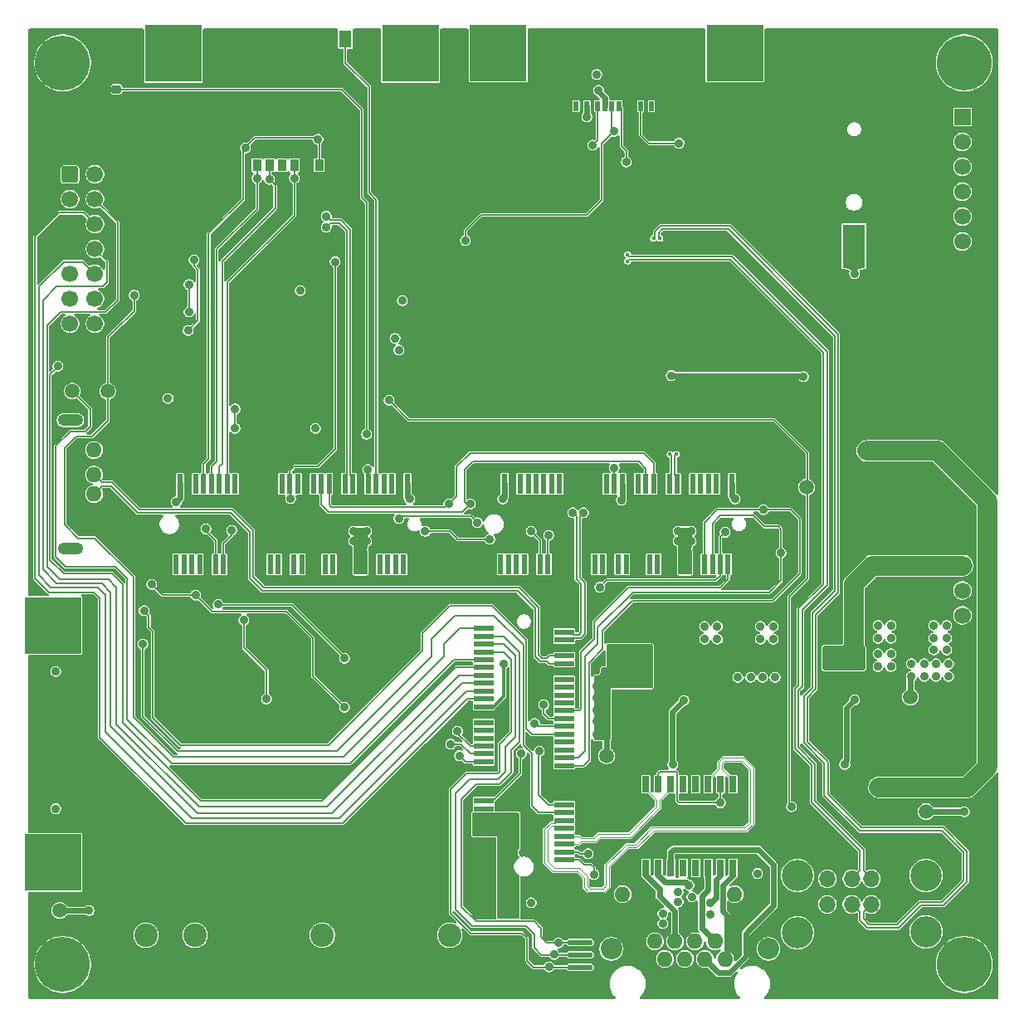
<source format=gbr>
%TF.GenerationSoftware,KiCad,Pcbnew,9.0.3*%
%TF.CreationDate,2025-10-22T18:56:13+03:00*%
%TF.ProjectId,ThingsGate-1,5468696e-6773-4476-9174-652d312e6b69,rev?*%
%TF.SameCoordinates,Original*%
%TF.FileFunction,Copper,L1,Top*%
%TF.FilePolarity,Positive*%
%FSLAX46Y46*%
G04 Gerber Fmt 4.6, Leading zero omitted, Abs format (unit mm)*
G04 Created by KiCad (PCBNEW 9.0.3) date 2025-10-22 18:56:13*
%MOMM*%
%LPD*%
G01*
G04 APERTURE LIST*
G04 Aperture macros list*
%AMRoundRect*
0 Rectangle with rounded corners*
0 $1 Rounding radius*
0 $2 $3 $4 $5 $6 $7 $8 $9 X,Y pos of 4 corners*
0 Add a 4 corners polygon primitive as box body*
4,1,4,$2,$3,$4,$5,$6,$7,$8,$9,$2,$3,0*
0 Add four circle primitives for the rounded corners*
1,1,$1+$1,$2,$3*
1,1,$1+$1,$4,$5*
1,1,$1+$1,$6,$7*
1,1,$1+$1,$8,$9*
0 Add four rect primitives between the rounded corners*
20,1,$1+$1,$2,$3,$4,$5,0*
20,1,$1+$1,$4,$5,$6,$7,0*
20,1,$1+$1,$6,$7,$8,$9,0*
20,1,$1+$1,$8,$9,$2,$3,0*%
G04 Aperture macros list end*
%TA.AperFunction,ComponentPad*%
%ADD10R,1.700000X1.700000*%
%TD*%
%TA.AperFunction,ComponentPad*%
%ADD11C,1.700000*%
%TD*%
%TA.AperFunction,SMDPad,CuDef*%
%ADD12C,1.500000*%
%TD*%
%TA.AperFunction,SMDPad,CuDef*%
%ADD13RoundRect,0.250000X1.950000X1.000000X-1.950000X1.000000X-1.950000X-1.000000X1.950000X-1.000000X0*%
%TD*%
%TA.AperFunction,SMDPad,CuDef*%
%ADD14R,0.500000X1.000000*%
%TD*%
%TA.AperFunction,SMDPad,CuDef*%
%ADD15R,1.300000X1.400000*%
%TD*%
%TA.AperFunction,SMDPad,CuDef*%
%ADD16RoundRect,0.250000X-1.950000X-1.000000X1.950000X-1.000000X1.950000X1.000000X-1.950000X1.000000X0*%
%TD*%
%TA.AperFunction,ComponentPad*%
%ADD17C,3.600000*%
%TD*%
%TA.AperFunction,ConnectorPad*%
%ADD18C,5.600000*%
%TD*%
%TA.AperFunction,ComponentPad*%
%ADD19O,1.700000X1.700000*%
%TD*%
%TA.AperFunction,ComponentPad*%
%ADD20O,3.200000X3.200000*%
%TD*%
%TA.AperFunction,SMDPad,CuDef*%
%ADD21O,2.655000X0.560000*%
%TD*%
%TA.AperFunction,ComponentPad*%
%ADD22RoundRect,0.250000X-0.600000X-0.600000X0.600000X-0.600000X0.600000X0.600000X-0.600000X0.600000X0*%
%TD*%
%TA.AperFunction,SMDPad,CuDef*%
%ADD23R,0.760000X1.670000*%
%TD*%
%TA.AperFunction,ComponentPad*%
%ADD24C,2.400000*%
%TD*%
%TA.AperFunction,ComponentPad*%
%ADD25O,1.600000X1.600000*%
%TD*%
%TA.AperFunction,ComponentPad*%
%ADD26O,2.600000X1.200000*%
%TD*%
%TA.AperFunction,WasherPad*%
%ADD27R,5.800000X5.800000*%
%TD*%
%TA.AperFunction,SMDPad,CuDef*%
%ADD28R,2.000000X0.600000*%
%TD*%
%TA.AperFunction,SMDPad,CuDef*%
%ADD29R,3.200000X2.300000*%
%TD*%
%TA.AperFunction,SMDPad,CuDef*%
%ADD30R,2.300000X4.500000*%
%TD*%
%TA.AperFunction,SMDPad,CuDef*%
%ADD31R,0.900000X1.200000*%
%TD*%
%TA.AperFunction,SMDPad,CuDef*%
%ADD32R,1.300000X1.800000*%
%TD*%
%TA.AperFunction,SMDPad,CuDef*%
%ADD33R,0.600000X2.000000*%
%TD*%
%TA.AperFunction,SMDPad,CuDef*%
%ADD34R,2.300000X3.200000*%
%TD*%
%TA.AperFunction,SMDPad,CuDef*%
%ADD35RoundRect,0.218750X0.256250X-0.218750X0.256250X0.218750X-0.256250X0.218750X-0.256250X-0.218750X0*%
%TD*%
%TA.AperFunction,ComponentPad*%
%ADD36O,2.200000X2.200000*%
%TD*%
%TA.AperFunction,HeatsinkPad*%
%ADD37C,0.600000*%
%TD*%
%TA.AperFunction,HeatsinkPad*%
%ADD38R,1.600000X1.600000*%
%TD*%
%TA.AperFunction,ComponentPad*%
%ADD39C,0.430000*%
%TD*%
%TA.AperFunction,ViaPad*%
%ADD40C,0.900000*%
%TD*%
%TA.AperFunction,ViaPad*%
%ADD41C,0.450000*%
%TD*%
%TA.AperFunction,Conductor*%
%ADD42C,0.156500*%
%TD*%
%TA.AperFunction,Conductor*%
%ADD43C,0.600000*%
%TD*%
%TA.AperFunction,Conductor*%
%ADD44C,0.200000*%
%TD*%
%TA.AperFunction,Conductor*%
%ADD45C,0.300000*%
%TD*%
%TA.AperFunction,Conductor*%
%ADD46C,2.000000*%
%TD*%
%TA.AperFunction,Conductor*%
%ADD47C,0.158200*%
%TD*%
%TA.AperFunction,Conductor*%
%ADD48C,0.124000*%
%TD*%
G04 APERTURE END LIST*
D10*
%TO.P,U3,1,VA1*%
%TO.N,/Power Supply/VA1*%
X107800000Y-21540000D03*
D11*
%TO.P,U3,2,VA2*%
%TO.N,/Power Supply/VA2*%
X107800000Y-24080000D03*
%TO.P,U3,3,VB1*%
%TO.N,/Power Supply/VB1*%
X107800000Y-26620000D03*
%TO.P,U3,4,VB2*%
%TO.N,/Power Supply/VB2*%
X107800000Y-29160000D03*
%TO.P,U3,5,NC*%
%TO.N,unconnected-(U3-NC-Pad5)*%
X107800000Y-31700000D03*
%TO.P,U3,6,NC*%
%TO.N,unconnected-(U3-NC-Pad6)*%
X107800000Y-34240000D03*
D10*
%TO.P,U3,7,-VDC*%
%TO.N,GND*%
X107800000Y-64750000D03*
D11*
%TO.P,U3,8,+VDC*%
%TO.N,/Power Supply/VDC_POE*%
X107800000Y-67290000D03*
%TO.P,U3,9,NC*%
%TO.N,unconnected-(U3-NC-Pad9)*%
X107800000Y-69830000D03*
%TO.P,U3,10,NC*%
%TO.N,unconnected-(U3-NC-Pad10)*%
X107800000Y-72370000D03*
%TD*%
D12*
%TO.P,TP5,1,1*%
%TO.N,12VPOE*%
X104100000Y-92400000D03*
%TD*%
%TO.P,TP6,1,1*%
%TO.N,12VBAT_HARV*%
X15700000Y-102500000D03*
%TD*%
%TO.P,TP2,1,1*%
%TO.N,VBUS_FUSE*%
X71500000Y-86700000D03*
%TD*%
D13*
%TO.P,C9,1*%
%TO.N,/Power Supply/VDC_POE*%
X95700000Y-76750000D03*
%TO.P,C9,2*%
%TO.N,GND*%
X87300000Y-76750000D03*
%TD*%
D14*
%TO.P,U15,1,DAT2*%
%TO.N,unconnected-(U15-DAT2-Pad1)*%
X68400000Y-20407600D03*
%TO.P,U15,2,CD/DAT3*%
%TO.N,/Modules/SD_CS*%
X69500100Y-20407600D03*
%TO.P,U15,3,SDI/CMD*%
%TO.N,/Modules/SPI4_MOSI*%
X70599900Y-20407600D03*
%TO.P,U15,4,VDD*%
%TO.N,3V3*%
X71350000Y-20407600D03*
%TO.P,U15,5,CLK*%
%TO.N,/Modules/SPI4_SCK*%
X72800000Y-20407600D03*
%TO.P,U15,6,VSS*%
%TO.N,GND*%
X73899900Y-20407600D03*
%TO.P,U15,7,SDO/DAT0*%
%TO.N,/Modules/SPI4_MISO*%
X74999900Y-20407600D03*
%TO.P,U15,8,DAT1*%
%TO.N,unconnected-(U15-DAT1-Pad8)*%
X76100000Y-20407600D03*
%TO.P,U15,9,CD*%
%TO.N,/Modules/SD_DET*%
X72050000Y-20407600D03*
D15*
%TO.P,U15,10,SHLD*%
%TO.N,GND*%
X77349900Y-22142600D03*
%TO.P,U15,11,SHLD*%
X77349900Y-26592500D03*
%TO.P,U15,12,SHLD*%
X67150100Y-26592500D03*
%TO.P,U15,13,SHLD*%
X67150100Y-22142600D03*
%TD*%
D16*
%TO.P,C10,1*%
%TO.N,VBUS_FUSE*%
X73750000Y-76750000D03*
%TO.P,C10,2*%
%TO.N,GND*%
X82150000Y-76750000D03*
%TD*%
D17*
%TO.P,H3,1,1*%
%TO.N,CHASSIS*%
X16000000Y-108000000D03*
D18*
X16000000Y-108000000D03*
%TD*%
D19*
%TO.P,J5,1,VBUS1*%
%TO.N,/Modules/USB_VB1*%
X94029850Y-99251000D03*
%TO.P,J5,2,D1-*%
%TO.N,/Modules/USB_P1-*%
X96529150Y-99251000D03*
%TO.P,J5,3,D1+*%
%TO.N,/Modules/USB_P1+*%
X98530750Y-99251000D03*
%TO.P,J5,4,GND1*%
%TO.N,GND*%
X101030050Y-99251000D03*
%TO.P,J5,5,VBUS2*%
%TO.N,/Modules/USB_VB2*%
X94029850Y-101852000D03*
%TO.P,J5,6,D2-*%
%TO.N,/Modules/USB_P2-*%
X96529150Y-101852000D03*
%TO.P,J5,7,D2+*%
%TO.N,/Modules/USB_P2+*%
X98530750Y-101852000D03*
%TO.P,J5,8,GND2*%
%TO.N,GND*%
X101030050Y-101852000D03*
D20*
%TO.P,J5,9,Shield*%
%TO.N,CHASSIS*%
X90979250Y-98900500D03*
X90979250Y-104750100D03*
X104080650Y-98900500D03*
X104080650Y-104651100D03*
%TD*%
D21*
%TO.P,SW1,1,1*%
%TO.N,GND*%
X61197500Y-105730000D03*
%TO.P,SW1,2,2*%
X61197500Y-107000000D03*
%TO.P,SW1,3,3*%
X61197500Y-108270000D03*
%TO.P,SW1,4,4*%
%TO.N,/Modules/BOOT0*%
X68802500Y-108270000D03*
%TO.P,SW1,5,5*%
%TO.N,/Modules/BOOT1*%
X68802500Y-107000000D03*
%TO.P,SW1,6,6*%
%TO.N,/Modules/BOOT2*%
X68802500Y-105730000D03*
%TD*%
D12*
%TO.P,TP7,1,1*%
%TO.N,/Modules/PWR_ONRST*%
X17000000Y-49500000D03*
%TD*%
%TO.P,TP1,1,1*%
%TO.N,VBUS*%
X91900000Y-59300000D03*
%TD*%
D22*
%TO.P,J1,1,Pin_1*%
%TO.N,unconnected-(J1-Pin_1-Pad1)*%
X16747500Y-27380000D03*
D11*
%TO.P,J1,2,Pin_2*%
%TO.N,unconnected-(J1-Pin_2-Pad2)*%
X19287500Y-27380000D03*
%TO.P,J1,3,Pin_3*%
%TO.N,3V3_SOM*%
X16747500Y-29920000D03*
%TO.P,J1,4,Pin_4*%
%TO.N,/Modules/SOM_JTMS*%
X19287500Y-29920000D03*
%TO.P,J1,5,Pin_5*%
%TO.N,GND*%
X16747500Y-32460000D03*
%TO.P,J1,6,Pin_6*%
%TO.N,/Modules/SOM_JTCK*%
X19287500Y-32460000D03*
%TO.P,J1,7,Pin_7*%
%TO.N,GND*%
X16747500Y-35000000D03*
%TO.P,J1,8,Pin_8*%
%TO.N,/Modules/SOM_JTDO*%
X19287500Y-35000000D03*
%TO.P,J1,9,Pin_9*%
%TO.N,unconnected-(J1-Pin_9-Pad9)*%
X16747500Y-37540000D03*
%TO.P,J1,10,Pin_10*%
%TO.N,/Modules/SOM_JTDI*%
X19287500Y-37540000D03*
%TO.P,J1,11,Pin_11*%
%TO.N,/Modules/GND_DET*%
X16747500Y-40080000D03*
%TO.P,J1,12,Pin_12*%
%TO.N,/Modules/SOM_NRST*%
X19287500Y-40080000D03*
%TO.P,J1,13,Pin_13*%
%TO.N,/Modules/UART4_RX*%
X16747500Y-42620000D03*
%TO.P,J1,14,Pin_14*%
%TO.N,/Modules/UART4_TX*%
X19287500Y-42620000D03*
%TD*%
D17*
%TO.P,H1,1,1*%
%TO.N,CHASSIS*%
X16000000Y-16000000D03*
D18*
X16000000Y-16000000D03*
%TD*%
D23*
%TO.P,T1,1,TD+*%
%TO.N,ETH_TXP*%
X84390000Y-89620000D03*
%TO.P,T1,2,CT1*%
%TO.N,/Power Supply/CT_ETH_PHY*%
X83120000Y-89620000D03*
%TO.P,T1,3,TD-*%
%TO.N,ETH_TXN*%
X81850000Y-89620000D03*
%TO.P,T1,4,NC@1*%
%TO.N,unconnected-(T1-NC@1-Pad4)*%
X80580000Y-89620000D03*
%TO.P,T1,5,NC@2*%
%TO.N,unconnected-(T1-NC@2-Pad5)*%
X79310000Y-89620000D03*
%TO.P,T1,6,RD+*%
%TO.N,ETH_RXP*%
X78040000Y-89620000D03*
%TO.P,T1,7,CT2*%
%TO.N,/Power Supply/CT_ETH_PHY*%
X76770000Y-89620000D03*
%TO.P,T1,8,RD-*%
%TO.N,ETH_RXN*%
X75500000Y-89620000D03*
%TO.P,T1,9,RX-*%
%TO.N,/Power Supply/RX-*%
X75500000Y-98150000D03*
%TO.P,T1,10,CT3*%
%TO.N,/Power Supply/VA2*%
X76770000Y-98150000D03*
%TO.P,T1,11,RX+*%
%TO.N,/Power Supply/RX+*%
X78040000Y-98150000D03*
%TO.P,T1,12,NC@3*%
%TO.N,unconnected-(T1-NC@3-Pad12)*%
X79310000Y-98150000D03*
%TO.P,T1,13,NC@4*%
%TO.N,unconnected-(T1-NC@4-Pad13)*%
X80580000Y-98150000D03*
%TO.P,T1,14,TX-*%
%TO.N,/Power Supply/TX-*%
X81850000Y-98150000D03*
%TO.P,T1,15,CT4*%
%TO.N,/Power Supply/VA1*%
X83120000Y-98150000D03*
%TO.P,T1,16,TX+*%
%TO.N,/Power Supply/TX+*%
X84390000Y-98150000D03*
%TD*%
D24*
%TO.P,J4,1*%
%TO.N,/Power Supply/VSOL_SENSE*%
X24500000Y-105000000D03*
%TO.P,J4,2*%
%TO.N,/Power Supply/VSOL_CONN*%
X29500000Y-105000000D03*
%TD*%
D25*
%TO.P,J7,1,VBUS*%
%TO.N,/Modules/USB_OTG_VB1*%
X19200000Y-55500100D03*
%TO.P,J7,2,D-*%
%TO.N,/Modules/USB2_OTG-*%
X19200000Y-58000000D03*
%TO.P,J7,3,D+*%
%TO.N,/Modules/USB2_OTG+*%
X19200000Y-60000000D03*
%TO.P,J7,4,GND*%
%TO.N,GND*%
X19200000Y-62500100D03*
D26*
%TO.P,J7,5,Shield*%
%TO.N,CHASSIS*%
X16800000Y-52450100D03*
X16800000Y-65549900D03*
%TD*%
D24*
%TO.P,J6,1*%
%TO.N,GND*%
X50500000Y-105000000D03*
%TO.P,J6,2*%
%TO.N,/Power Supply/12VPSU_CONN*%
X55500000Y-105000000D03*
%TD*%
D12*
%TO.P,TP3,1,1*%
%TO.N,3V3*%
X102500000Y-80700000D03*
%TD*%
D27*
%TO.P,U2,*%
%TO.N,*%
X14997041Y-97579010D03*
X15002959Y-73400000D03*
D28*
%TO.P,U2,1,ETH_LED2*%
%TO.N,ETH_LED2*%
X67152959Y-97300000D03*
%TO.P,U2,2,GND*%
%TO.N,GND*%
X58952959Y-96900000D03*
%TO.P,U2,3,ETH_LED1*%
%TO.N,ETH_LED1*%
X67152959Y-96500000D03*
%TO.P,U2,4,GND*%
%TO.N,GND*%
X58952959Y-96100000D03*
%TO.P,U2,5,ETH_RXP*%
%TO.N,ETH_RXP*%
X67152959Y-95700000D03*
%TO.P,U2,6,GND*%
%TO.N,GND*%
X58952959Y-95300000D03*
%TO.P,U2,7,ETH_RXN*%
%TO.N,ETH_RXN*%
X67152959Y-94900000D03*
%TO.P,U2,8,5VIN*%
%TO.N,5V*%
X58952959Y-94500000D03*
%TO.P,U2,9,ETH_TXP*%
%TO.N,ETH_TXP*%
X67152959Y-94100000D03*
%TO.P,U2,10,5VIN*%
%TO.N,5V*%
X58952959Y-93700000D03*
%TO.P,U2,11,ETH_TXN*%
%TO.N,ETH_TXN*%
X67152959Y-93300000D03*
%TO.P,U2,12,5VIN*%
%TO.N,5V*%
X58952959Y-92900000D03*
%TO.P,U2,13,UART4_RX*%
%TO.N,/Modules/UART4_RX*%
X67152959Y-92500000D03*
%TO.P,U2,14,UART8_TX*%
%TO.N,unconnected-(U2-UART8_TX-Pad14)*%
X58952959Y-92100000D03*
%TO.P,U2,15,I2C1_SDA*%
%TO.N,/Modules/I2C1_SDA*%
X67152959Y-91700000D03*
%TO.P,U2,16,SPI4_MISO*%
%TO.N,/Modules/SPI4_MISO*%
X58952959Y-91300000D03*
%TO.P,U2,17,SPI4_SCK*%
%TO.N,/Modules/SPI4_SCK*%
X67152959Y-87700000D03*
%TO.P,U2,18,ADC2_IN3*%
%TO.N,CS_AMP_LP*%
X58952959Y-87300000D03*
%TO.P,U2,19,SPI4_MOSI*%
%TO.N,/Modules/SPI4_MOSI*%
X67152959Y-86900000D03*
%TO.P,U2,20,ADC1_IN6*%
%TO.N,BUS_VSENSE_LP*%
X58952959Y-86500000D03*
%TO.P,U2,21,UART8_CTS*%
%TO.N,unconnected-(U2-UART8_CTS-Pad21)*%
X67152959Y-86100000D03*
%TO.P,U2,22,ADC2_IN0*%
%TO.N,BAT_VSENSE_LP*%
X58952959Y-85700000D03*
%TO.P,U2,23,UART8_RTS*%
%TO.N,unconnected-(U2-UART8_RTS-Pad23)*%
X67152959Y-85300000D03*
%TO.P,U2,24,ADC1_IN13*%
%TO.N,unconnected-(U2-ADC1_IN13-Pad24)*%
X58952959Y-84900000D03*
%TO.P,U2,25,UART4_TX*%
%TO.N,/Modules/UART4_TX*%
X67152959Y-84500000D03*
%TO.P,U2,26,ADC2_IN7*%
%TO.N,unconnected-(U2-ADC2_IN7-Pad26)*%
X58952959Y-84100000D03*
%TO.P,U2,27,I2C1_SCL*%
%TO.N,/Modules/I2C1_SCL*%
X67152959Y-83700000D03*
%TO.P,U2,28,ADC1_IN16*%
%TO.N,unconnected-(U2-ADC1_IN16-Pad28)*%
X58952959Y-83300000D03*
%TO.P,U2,29,FDCAN1_RX*%
%TO.N,/Modules/IO_EXP_~{INT}*%
X67152959Y-82900000D03*
%TO.P,U2,30,GND*%
%TO.N,GND*%
X58952959Y-82500000D03*
%TO.P,U2,31,FDCAN1_TX*%
%TO.N,/Modules/SX1301_CSN*%
X67152959Y-82100000D03*
%TO.P,U2,32,VBAT*%
%TO.N,VBAT_SOM*%
X58952959Y-81700000D03*
%TO.P,U2,33,UART8_RX*%
%TO.N,unconnected-(U2-UART8_RX-Pad33)*%
X67152959Y-81300000D03*
%TO.P,U2,34,DBG_JTCK*%
%TO.N,/Modules/SOM_JTCK*%
X58952959Y-80900000D03*
%TO.P,U2,35,I2C3_SDA*%
%TO.N,unconnected-(U2-I2C3_SDA-Pad35)*%
X67152959Y-80500000D03*
%TO.P,U2,36,DBG_JTDI*%
%TO.N,/Modules/SOM_JTDI*%
X58952959Y-80100000D03*
%TO.P,U2,37,USART6_TX*%
%TO.N,unconnected-(U2-USART6_TX-Pad37)*%
X67152959Y-79700000D03*
%TO.P,U2,38,DBG_JTDO*%
%TO.N,/Modules/SOM_JTDO*%
X58952959Y-79300000D03*
%TO.P,U2,39,I2C3_SCL*%
%TO.N,unconnected-(U2-I2C3_SCL-Pad39)*%
X67152959Y-78900000D03*
%TO.P,U2,40,DBG_JTMS*%
%TO.N,/Modules/SOM_JTMS*%
X58952959Y-78500000D03*
%TO.P,U2,41,GND*%
%TO.N,GND*%
X67152959Y-78100000D03*
%TO.P,U2,42,+3V3_OUT*%
%TO.N,3V3_SOM*%
X58952959Y-77700000D03*
%TO.P,U2,43,USB2_P*%
%TO.N,/Modules/USB2_OTG+*%
X67152959Y-77300000D03*
%TO.P,U2,44,PWR_ONRST*%
%TO.N,/Modules/PWR_ONRST*%
X58952959Y-76900000D03*
%TO.P,U2,45,USB2_N*%
%TO.N,/Modules/USB2_OTG-*%
X67152959Y-76500000D03*
%TO.P,U2,46,BOOT0*%
%TO.N,/Modules/BOOT0*%
X58952959Y-76100000D03*
%TO.P,U2,47,GND*%
%TO.N,GND*%
X67152959Y-75700000D03*
%TO.P,U2,48,BOOT1*%
%TO.N,/Modules/BOOT1*%
X58952959Y-75300000D03*
%TO.P,U2,49,USB1_P*%
%TO.N,/Modules/USB1_H+*%
X67152959Y-74900000D03*
%TO.P,U2,50,BOOT2*%
%TO.N,/Modules/BOOT2*%
X58952959Y-74500000D03*
%TO.P,U2,51,USB1_N*%
%TO.N,/Modules/USB1_H-*%
X67152959Y-74100000D03*
%TO.P,U2,52,NRST*%
%TO.N,/Modules/SOM_NRST*%
X58952959Y-73700000D03*
D29*
%TO.P,U2,S1,S1*%
%TO.N,GND*%
X66552959Y-100150000D03*
%TO.P,U2,S2,S2*%
X66552959Y-70850000D03*
%TD*%
D30*
%TO.P,BT1,1,+*%
%TO.N,VBAT_SOM*%
X96750000Y-34700000D03*
%TO.P,BT1,2,-*%
%TO.N,GND*%
X96750000Y-18300000D03*
%TD*%
D12*
%TO.P,TP4,1,1*%
%TO.N,5V*%
X104400000Y-89900000D03*
%TD*%
%TO.P,TP8,1,1*%
%TO.N,/Modules/SOM_NRST*%
X20600000Y-49500000D03*
%TD*%
D31*
%TO.P,U16,1,VCC*%
%TO.N,/Modules/USIM_VDD*%
X42175100Y-26449900D03*
%TO.P,U16,2,RST*%
%TO.N,/Modules/USIM_RST*%
X39635100Y-26449900D03*
%TO.P,U16,3,CLK*%
%TO.N,/Modules/USIM_CLK*%
X37095100Y-26449900D03*
%TO.P,U16,5,GND*%
%TO.N,GND*%
X40905100Y-26449900D03*
%TO.P,U16,6,VPP*%
%TO.N,unconnected-(U16-VPP-Pad6)*%
X38365100Y-26449900D03*
%TO.P,U16,7,I/O*%
%TO.N,/Modules/USIM_DATA*%
X35825100Y-26449900D03*
D32*
%TO.P,U16,8,SW*%
%TO.N,/Modules/USIM_DET*%
X44850000Y-13550100D03*
%TO.P,U16,9,GND*%
%TO.N,GND*%
X44850000Y-22349900D03*
%TO.P,U16,10,GND*%
X33150000Y-22349900D03*
%TO.P,U16,11,GND*%
X33150000Y-13550100D03*
%TD*%
D24*
%TO.P,J3,1*%
%TO.N,GND*%
X37500000Y-105000000D03*
%TO.P,J3,2*%
%TO.N,/Power Supply/12VBAT_CONN*%
X42500000Y-105000000D03*
%TD*%
D27*
%TO.P,U7,*%
%TO.N,*%
X27309839Y-15027549D03*
X51488849Y-15033467D03*
D33*
%TO.P,U7,1,1*%
%TO.N,unconnected-(U7-Pad1)*%
X27588849Y-67183467D03*
%TO.P,U7,2,2*%
%TO.N,3V3*%
X27988849Y-58983467D03*
%TO.P,U7,3,3*%
%TO.N,unconnected-(U7-Pad3)*%
X28388849Y-67183467D03*
%TO.P,U7,4,4*%
%TO.N,GND*%
X28788849Y-58983467D03*
%TO.P,U7,5,5*%
%TO.N,unconnected-(U7-Pad5)*%
X29188849Y-67183467D03*
%TO.P,U7,6,6*%
%TO.N,unconnected-(U7-Pad6)*%
X29588849Y-58983467D03*
%TO.P,U7,7,7*%
%TO.N,unconnected-(U7-Pad7)*%
X29988849Y-67183467D03*
%TO.P,U7,8,8*%
%TO.N,/Modules/USIM_VDD*%
X30388849Y-58983467D03*
%TO.P,U7,9,9*%
%TO.N,GND*%
X30788849Y-67183467D03*
%TO.P,U7,10,10*%
%TO.N,/Modules/USIM_DATA*%
X31188849Y-58983467D03*
%TO.P,U7,11,11*%
%TO.N,Net-(R53-Pad1)*%
X31588849Y-67183467D03*
%TO.P,U7,12,12*%
%TO.N,/Modules/USIM_CLK*%
X31988849Y-58983467D03*
%TO.P,U7,13,13*%
%TO.N,Net-(R54-Pad2)*%
X32388849Y-67183467D03*
%TO.P,U7,14,14*%
%TO.N,/Modules/USIM_RST*%
X32788849Y-58983467D03*
%TO.P,U7,15,15*%
%TO.N,GND*%
X33188849Y-67183467D03*
%TO.P,U7,16,16*%
%TO.N,unconnected-(U7-Pad16)*%
X33588849Y-58983467D03*
%TO.P,U7,17,17*%
%TO.N,unconnected-(U7-Pad17)*%
X37188849Y-67183467D03*
%TO.P,U7,18,18*%
%TO.N,GND*%
X37588849Y-58983467D03*
%TO.P,U7,19,19*%
%TO.N,unconnected-(U7-Pad19)*%
X37988849Y-67183467D03*
%TO.P,U7,20,20*%
%TO.N,unconnected-(U7-Pad20)*%
X38388849Y-58983467D03*
%TO.P,U7,21,21*%
%TO.N,GND*%
X38788849Y-67183467D03*
%TO.P,U7,22,22*%
%TO.N,/Modules/LTE_RST*%
X39188849Y-58983467D03*
%TO.P,U7,23,23*%
%TO.N,unconnected-(U7-Pad23)*%
X39588849Y-67183467D03*
%TO.P,U7,24,24*%
%TO.N,unconnected-(U7-Pad24)*%
X39988849Y-58983467D03*
%TO.P,U7,25,25*%
%TO.N,unconnected-(U7-Pad25)*%
X40388849Y-67183467D03*
%TO.P,U7,26,26*%
%TO.N,GND*%
X40788849Y-58983467D03*
%TO.P,U7,27,27*%
X41188849Y-67183467D03*
%TO.P,U7,28,28*%
%TO.N,unconnected-(U7-Pad28)*%
X41588849Y-58983467D03*
%TO.P,U7,29,29*%
%TO.N,GND*%
X41988849Y-67183467D03*
%TO.P,U7,30,30*%
%TO.N,/Modules/I2C1_SCL*%
X42388849Y-58983467D03*
%TO.P,U7,31,31*%
%TO.N,unconnected-(U7-Pad31)*%
X42788849Y-67183467D03*
%TO.P,U7,32,32*%
%TO.N,/Modules/I2C1_SDA*%
X43188849Y-58983467D03*
%TO.P,U7,33,33*%
%TO.N,unconnected-(U7-Pad33)*%
X43588849Y-67183467D03*
%TO.P,U7,34,34*%
%TO.N,GND*%
X43988849Y-58983467D03*
%TO.P,U7,35,35*%
X44388849Y-67183467D03*
%TO.P,U7,36,36*%
%TO.N,/Modules/LTE_USB_D-*%
X44788849Y-58983467D03*
%TO.P,U7,37,37*%
%TO.N,GND*%
X45188849Y-67183467D03*
%TO.P,U7,38,38*%
%TO.N,/Modules/LTE_USB_D+*%
X45588849Y-58983467D03*
%TO.P,U7,39,39*%
%TO.N,3V3*%
X45988849Y-67183467D03*
%TO.P,U7,40,40*%
%TO.N,GND*%
X46388849Y-58983467D03*
%TO.P,U7,41,41*%
%TO.N,3V3*%
X46788849Y-67183467D03*
%TO.P,U7,42,42*%
%TO.N,/Modules/LED_WWAN*%
X47188849Y-58983467D03*
%TO.P,U7,43,43*%
%TO.N,GND*%
X47588849Y-67183467D03*
%TO.P,U7,44,44*%
%TO.N,/Modules/USIM_DET*%
X47988849Y-58983467D03*
%TO.P,U7,45,45*%
%TO.N,unconnected-(U7-Pad45)*%
X48388849Y-67183467D03*
%TO.P,U7,46,46*%
%TO.N,unconnected-(U7-Pad46)*%
X48788849Y-58983467D03*
%TO.P,U7,47,47*%
%TO.N,unconnected-(U7-Pad47)*%
X49188849Y-67183467D03*
%TO.P,U7,48,48*%
%TO.N,unconnected-(U7-Pad48)*%
X49588849Y-58983467D03*
%TO.P,U7,49,49*%
%TO.N,unconnected-(U7-Pad49)*%
X49988849Y-67183467D03*
%TO.P,U7,50,50*%
%TO.N,GND*%
X50388849Y-58983467D03*
%TO.P,U7,51,51*%
%TO.N,unconnected-(U7-Pad51)*%
X50788849Y-67183467D03*
%TO.P,U7,52,52*%
%TO.N,3V3*%
X51188849Y-58983467D03*
D34*
%TO.P,U7,S1,S1*%
%TO.N,GND*%
X24738849Y-66583467D03*
%TO.P,U7,S2,S2*%
X54038849Y-66583467D03*
%TD*%
D17*
%TO.P,H4,1,1*%
%TO.N,CHASSIS*%
X108000000Y-108000000D03*
D18*
X108000000Y-108000000D03*
%TD*%
D17*
%TO.P,H2,1,1*%
%TO.N,CHASSIS*%
X108000000Y-16000000D03*
D18*
X108000000Y-16000000D03*
%TD*%
D27*
%TO.P,U8,*%
%TO.N,*%
X60420990Y-14997041D03*
X84600000Y-15002959D03*
D33*
%TO.P,U8,1,1*%
%TO.N,unconnected-(U8-Pad1)*%
X60700000Y-67152959D03*
%TO.P,U8,2,2*%
%TO.N,3V3*%
X61100000Y-58952959D03*
%TO.P,U8,3,3*%
%TO.N,unconnected-(U8-Pad3)*%
X61500000Y-67152959D03*
%TO.P,U8,4,4*%
%TO.N,GND*%
X61900000Y-58952959D03*
%TO.P,U8,5,5*%
%TO.N,unconnected-(U8-Pad5)*%
X62300000Y-67152959D03*
%TO.P,U8,6,6*%
%TO.N,unconnected-(U8-Pad6)*%
X62700000Y-58952959D03*
%TO.P,U8,7,7*%
%TO.N,unconnected-(U8-Pad7)*%
X63100000Y-67152959D03*
%TO.P,U8,8,8*%
%TO.N,unconnected-(U8-Pad8)*%
X63500000Y-58952959D03*
%TO.P,U8,9,9*%
%TO.N,GND*%
X63900000Y-67152959D03*
%TO.P,U8,10,10*%
%TO.N,unconnected-(U8-Pad10)*%
X64300000Y-58952959D03*
%TO.P,U8,11,11*%
%TO.N,/Modules/SX1261_NRST*%
X64700000Y-67152959D03*
%TO.P,U8,12,12*%
%TO.N,unconnected-(U8-Pad12)*%
X65100000Y-58952959D03*
%TO.P,U8,13,13*%
%TO.N,/Modules/MCU_NRST*%
X65500000Y-67152959D03*
%TO.P,U8,14,14*%
%TO.N,unconnected-(U8-Pad14)*%
X65900000Y-58952959D03*
%TO.P,U8,15,15*%
%TO.N,GND*%
X66300000Y-67152959D03*
%TO.P,U8,16,16*%
%TO.N,unconnected-(U8-Pad16)*%
X66700000Y-58952959D03*
%TO.P,U8,17,17*%
%TO.N,unconnected-(U8-Pad17)*%
X70300000Y-67152959D03*
%TO.P,U8,18,18*%
%TO.N,GND*%
X70700000Y-58952959D03*
%TO.P,U8,19,19*%
%TO.N,unconnected-(U8-Pad19)*%
X71100000Y-67152959D03*
%TO.P,U8,20,20*%
%TO.N,unconnected-(U8-Pad20)*%
X71500000Y-58952959D03*
%TO.P,U8,21,21*%
%TO.N,GND*%
X71900000Y-67152959D03*
%TO.P,U8,22,22*%
%TO.N,/Modules/LW_RST*%
X72300000Y-58952959D03*
%TO.P,U8,23,23*%
%TO.N,unconnected-(U8-Pad23)*%
X72700000Y-67152959D03*
%TO.P,U8,24,24*%
%TO.N,3V3*%
X73100000Y-58952959D03*
%TO.P,U8,25,25*%
%TO.N,unconnected-(U8-Pad25)*%
X73500000Y-67152959D03*
%TO.P,U8,26,26*%
%TO.N,GND*%
X73900000Y-58952959D03*
%TO.P,U8,27,27*%
X74300000Y-67152959D03*
%TO.P,U8,28,28*%
%TO.N,unconnected-(U8-Pad28)*%
X74700000Y-58952959D03*
%TO.P,U8,29,29*%
%TO.N,GND*%
X75100000Y-67152959D03*
%TO.P,U8,30,30*%
%TO.N,/Modules/I2C1_SCL*%
X75500000Y-58952959D03*
%TO.P,U8,31,31*%
%TO.N,unconnected-(U8-Pad31)*%
X75900000Y-67152959D03*
%TO.P,U8,32,32*%
%TO.N,/Modules/I2C1_SDA*%
X76300000Y-58952959D03*
%TO.P,U8,33,33*%
%TO.N,unconnected-(U8-Pad33)*%
X76700000Y-67152959D03*
%TO.P,U8,34,34*%
%TO.N,GND*%
X77100000Y-58952959D03*
%TO.P,U8,35,35*%
X77500000Y-67152959D03*
%TO.P,U8,36,36*%
%TO.N,/Modules/LWUSB_D-*%
X77900000Y-58952959D03*
%TO.P,U8,37,37*%
%TO.N,GND*%
X78300000Y-67152959D03*
%TO.P,U8,38,38*%
%TO.N,/Modules/LWUSB_D+*%
X78700000Y-58952959D03*
%TO.P,U8,39,39*%
%TO.N,3V3*%
X79100000Y-67152959D03*
%TO.P,U8,40,40*%
%TO.N,GND*%
X79500000Y-58952959D03*
%TO.P,U8,41,41*%
%TO.N,3V3*%
X79900000Y-67152959D03*
%TO.P,U8,42,42*%
%TO.N,unconnected-(U8-Pad42)*%
X80300000Y-58952959D03*
%TO.P,U8,43,43*%
%TO.N,GND*%
X80700000Y-67152959D03*
%TO.P,U8,44,44*%
%TO.N,unconnected-(U8-Pad44)*%
X81100000Y-58952959D03*
%TO.P,U8,45,45*%
%TO.N,/Modules/SPI4_SCK*%
X81500000Y-67152959D03*
%TO.P,U8,46,46*%
%TO.N,unconnected-(U8-Pad46)*%
X81900000Y-58952959D03*
%TO.P,U8,47,47*%
%TO.N,/Modules/SPI4_MOSI*%
X82300000Y-67152959D03*
%TO.P,U8,48,48*%
%TO.N,unconnected-(U8-Pad48)*%
X82700000Y-58952959D03*
%TO.P,U8,49,49*%
%TO.N,/Modules/SPI4_MISO*%
X83100000Y-67152959D03*
%TO.P,U8,50,50*%
%TO.N,GND*%
X83500000Y-58952959D03*
%TO.P,U8,51,51*%
%TO.N,/Modules/SX1301_CSN*%
X83900000Y-67152959D03*
%TO.P,U8,52,52*%
%TO.N,3V3*%
X84300000Y-58952959D03*
D34*
%TO.P,U8,S1,S1*%
%TO.N,GND*%
X57850000Y-66552959D03*
%TO.P,U8,S2,S2*%
X87150000Y-66552959D03*
%TD*%
D35*
%TO.P,D12,1,K*%
%TO.N,GND*%
X21500000Y-20287500D03*
%TO.P,D12,2,A*%
%TO.N,/Modules/WAN_LD*%
X21500000Y-18712500D03*
%TD*%
D25*
%TO.P,U11,1,TX+*%
%TO.N,/Power Supply/TX+*%
X83570000Y-107420000D03*
%TO.P,U11,2,TX-*%
%TO.N,/Power Supply/TX-*%
X82549900Y-105639900D03*
%TO.P,U11,3,RX+*%
%TO.N,/Power Supply/RX+*%
X81530100Y-107420000D03*
%TO.P,U11,4,4*%
%TO.N,/Power Supply/VB1*%
X80510100Y-105639900D03*
%TO.P,U11,5,5*%
X79490000Y-107420000D03*
%TO.P,U11,6,RX-*%
%TO.N,/Power Supply/RX-*%
X78469900Y-105639900D03*
%TO.P,U11,7,7*%
%TO.N,/Power Supply/VB2*%
X77450100Y-107420000D03*
%TO.P,U11,8,8*%
X76430100Y-105639900D03*
%TO.P,U11,9,+*%
%TO.N,/Power Supply/ETH_LED_2*%
X73140000Y-100820000D03*
%TO.P,U11,10,-*%
%TO.N,GND*%
X75430100Y-100820000D03*
%TO.P,U11,11,+*%
%TO.N,/Power Supply/ETH_LED_1*%
X84570000Y-100820000D03*
%TO.P,U11,12,-*%
%TO.N,GND*%
X86860100Y-100820000D03*
D36*
%TO.P,U11,13,SHIELD*%
%TO.N,CHASSIS*%
X71975100Y-106399900D03*
X88024900Y-106399900D03*
%TD*%
D37*
%TO.P,U5,17,GND*%
%TO.N,GND*%
X33250000Y-77802500D03*
X34250000Y-77802500D03*
D38*
X33750000Y-77302500D03*
D37*
X33250000Y-76802500D03*
X34250000Y-76802500D03*
%TD*%
D39*
%TO.P,U9,9,EP*%
%TO.N,GND*%
X92555000Y-83900000D03*
X93855000Y-83900000D03*
X95155000Y-83900000D03*
X92555000Y-82600000D03*
X93855000Y-82600000D03*
X95155000Y-82600000D03*
%TD*%
%TO.P,U10,9,EP*%
%TO.N,GND*%
X74950000Y-84050000D03*
X76250000Y-84050000D03*
X77550000Y-84050000D03*
X74950000Y-82750000D03*
X76250000Y-82750000D03*
X77550000Y-82750000D03*
%TD*%
D40*
%TO.N,CHASSIS*%
X86900000Y-98700000D03*
%TO.N,GND*%
X35101385Y-84711680D03*
X65652959Y-75700000D03*
X37375000Y-55121164D03*
X87200000Y-64500000D03*
X44000000Y-35000000D03*
X39915000Y-22101164D03*
X78015000Y-50041164D03*
X54454985Y-36940661D03*
X27000000Y-75600000D03*
X75600000Y-49600000D03*
X39915000Y-98301164D03*
X80555000Y-34801164D03*
X39915000Y-88141164D03*
X70395000Y-88141164D03*
X62775000Y-29721164D03*
X44995000Y-105921164D03*
X37375000Y-17021164D03*
X59400000Y-108200000D03*
X70395000Y-55121164D03*
X20500000Y-96700000D03*
X66500000Y-101857262D03*
X28500000Y-77000000D03*
X87300000Y-85500000D03*
X52615000Y-29721164D03*
X72935000Y-37341164D03*
X84800000Y-93000000D03*
X98167581Y-84308817D03*
X55155000Y-57661164D03*
X88500000Y-84150000D03*
X80450000Y-83200000D03*
X19595000Y-90681164D03*
X32295000Y-17021164D03*
X60235000Y-29721164D03*
X48600000Y-104800000D03*
X65315000Y-24641164D03*
X74300000Y-46300000D03*
X30800000Y-65747041D03*
X67855000Y-47501164D03*
X70395000Y-37341164D03*
X79400000Y-25700000D03*
X107150000Y-62000000D03*
X87200000Y-82950000D03*
X37375000Y-88141164D03*
X27215000Y-65281164D03*
X100875000Y-17021164D03*
X19595000Y-47501164D03*
X103500000Y-88100000D03*
X103415000Y-19561164D03*
X50075000Y-22101164D03*
X88175000Y-55121164D03*
X77900000Y-65647041D03*
X72935000Y-55121164D03*
X73800000Y-88700000D03*
X100875000Y-27181164D03*
X98335000Y-44961164D03*
X96967581Y-86858817D03*
X103415000Y-50041164D03*
X15700000Y-89850000D03*
X66500000Y-69400000D03*
X102267581Y-85358817D03*
X72000000Y-69800000D03*
X41600000Y-65800000D03*
X24675000Y-98301164D03*
X80555000Y-39881164D03*
X59200000Y-66600000D03*
X24675000Y-19561164D03*
X21700000Y-41400000D03*
X55155000Y-17021164D03*
X79900000Y-92500000D03*
X39870000Y-24730000D03*
X44800000Y-65647041D03*
X73750000Y-23000000D03*
X30800000Y-68750000D03*
X22135000Y-90681164D03*
X49400000Y-75700000D03*
X103467581Y-82808817D03*
X99267581Y-82358817D03*
X88175000Y-29721164D03*
X80450000Y-84450000D03*
X88175000Y-42421164D03*
X57695000Y-47501164D03*
X62775000Y-24641164D03*
X105955000Y-44961164D03*
X34835000Y-47501164D03*
X33200000Y-65700000D03*
X71900000Y-65600000D03*
X103415000Y-108461164D03*
X95795000Y-57661164D03*
X59600000Y-101600000D03*
X36450000Y-75250000D03*
X62775000Y-47501164D03*
X67855000Y-55121164D03*
X28800000Y-37500000D03*
X78500000Y-22250000D03*
X79250000Y-87000000D03*
X24675000Y-93221164D03*
X71000000Y-42500000D03*
X71600000Y-91400000D03*
X62775000Y-39881164D03*
X20500000Y-98100000D03*
X61000000Y-91700000D03*
X69600000Y-23300000D03*
X104917581Y-82808817D03*
X60310290Y-39900000D03*
X105955000Y-19561164D03*
X83000000Y-93025000D03*
X37600000Y-60500000D03*
X17055000Y-24641164D03*
X57695000Y-22101164D03*
X67855000Y-57661164D03*
X76500000Y-73400000D03*
X83095000Y-37341164D03*
X103415000Y-17021164D03*
X29755000Y-55121164D03*
X83255204Y-60529051D03*
X98335000Y-22101164D03*
X98335000Y-29721164D03*
X103415000Y-27181164D03*
X34210000Y-22360000D03*
X20600000Y-63320000D03*
X72100000Y-24300000D03*
X70395000Y-47501164D03*
X105955000Y-65281164D03*
X62993938Y-96551201D03*
X83095000Y-42421164D03*
X70395000Y-77981164D03*
X90715000Y-17021164D03*
X52600000Y-66500000D03*
X37375000Y-22101164D03*
X34835000Y-98301164D03*
X93255000Y-22101164D03*
X42455000Y-95761164D03*
X75475000Y-27181164D03*
X66000000Y-26750000D03*
X52615000Y-22101164D03*
X24675000Y-32261164D03*
X39915000Y-75441164D03*
X57695000Y-29721164D03*
X37750000Y-40250000D03*
X24675000Y-29721164D03*
X33200000Y-15300000D03*
X98335000Y-47501164D03*
X22135000Y-103381164D03*
X22135000Y-105921164D03*
X44995000Y-100841164D03*
X67855000Y-17021164D03*
X50300000Y-102200000D03*
X88175000Y-44961164D03*
X59600000Y-102700000D03*
X29755000Y-29721164D03*
X27215000Y-105921164D03*
X55155000Y-22101164D03*
X95795000Y-27181164D03*
X103415000Y-37341164D03*
X55100000Y-44300000D03*
X59600000Y-99200000D03*
X48600000Y-103600000D03*
X55100000Y-84200000D03*
X105955000Y-50041164D03*
X48600000Y-102200000D03*
X83095000Y-34801164D03*
X58400000Y-100400000D03*
X34835000Y-57661164D03*
X58400000Y-98000000D03*
X80555000Y-29721164D03*
X75100000Y-65700000D03*
X100875000Y-37341164D03*
X98335000Y-52581164D03*
X24675000Y-24641164D03*
X90715000Y-37341164D03*
X102750000Y-70800000D03*
X21500000Y-21250000D03*
X67855000Y-42421164D03*
X46400000Y-60500000D03*
X104650000Y-62000000D03*
X55300000Y-59900000D03*
X42455000Y-47501164D03*
X42700000Y-35700000D03*
X108495000Y-19561164D03*
X79250000Y-83200000D03*
X65500000Y-85300000D03*
X59400000Y-105700000D03*
X44995000Y-29721164D03*
X98335000Y-108461164D03*
X78500000Y-26500000D03*
X78015000Y-34801164D03*
X93255000Y-17021164D03*
X38690000Y-30255000D03*
X60400000Y-82500000D03*
X76800000Y-42500000D03*
X40800000Y-60500000D03*
X100875000Y-47501164D03*
X79250000Y-84450000D03*
X64000000Y-81500000D03*
X93255000Y-108461164D03*
X35300000Y-106100000D03*
X24675000Y-27181164D03*
X95795000Y-39881164D03*
X58400000Y-99200000D03*
X72650000Y-83250000D03*
X100467581Y-82358817D03*
X40100000Y-62800000D03*
X70395000Y-65281164D03*
X105955000Y-27181164D03*
X22135000Y-17021164D03*
X105955000Y-22101164D03*
X47535000Y-98301164D03*
X47535000Y-17021164D03*
X55155000Y-14481164D03*
X28758972Y-44801384D03*
X22135000Y-29721164D03*
X93255000Y-19561164D03*
X37375000Y-98301164D03*
X67855000Y-34801164D03*
X39600000Y-104900000D03*
X63900000Y-65750000D03*
X78015000Y-37341164D03*
X80555000Y-55121164D03*
X57695000Y-39881164D03*
X37250000Y-50500000D03*
X66250000Y-22000000D03*
X67855000Y-39881164D03*
X96967581Y-84308817D03*
X57700000Y-63900000D03*
X87300000Y-84150000D03*
X39915000Y-55121164D03*
X71600000Y-96050000D03*
X50075000Y-90681164D03*
X88175000Y-32261164D03*
X58400000Y-102700000D03*
X33077228Y-83260574D03*
X103415000Y-29721164D03*
X39915000Y-34801164D03*
X105955000Y-52581164D03*
X100875000Y-44961164D03*
X52615000Y-88141164D03*
X90715000Y-19561164D03*
X80450000Y-85700000D03*
X63700000Y-85300000D03*
X52300000Y-44100000D03*
X106150000Y-63800000D03*
X71550000Y-93689871D03*
X47600000Y-65673520D03*
X80555000Y-37341164D03*
X20500000Y-95600000D03*
X55700000Y-34000000D03*
X31875000Y-89100000D03*
X52900000Y-103500000D03*
X72700000Y-84400000D03*
X38300000Y-89950000D03*
X42455000Y-17021164D03*
X50300000Y-60500000D03*
X100875000Y-39881164D03*
X29200000Y-60800000D03*
X39600000Y-106100000D03*
X36350000Y-72750000D03*
X34835000Y-88141164D03*
X105100000Y-86800000D03*
X62775000Y-42421164D03*
X18995130Y-98078669D03*
X105955000Y-37341164D03*
X44995000Y-103381164D03*
X70395000Y-39881164D03*
X47535000Y-95761164D03*
X74100000Y-60600000D03*
X21700000Y-64100000D03*
X94600000Y-78900000D03*
X84500000Y-84200000D03*
X57700000Y-59700000D03*
X88500000Y-85500000D03*
X75475000Y-29721164D03*
X83095000Y-55121164D03*
X34400000Y-50400000D03*
X65315000Y-88141164D03*
X30800000Y-69900000D03*
X55155000Y-27181164D03*
X88100000Y-62500000D03*
X55155000Y-47501164D03*
X36660000Y-30255000D03*
X80555000Y-44961164D03*
X98167581Y-83058817D03*
X108495000Y-103381164D03*
X72100000Y-25700000D03*
X17055000Y-19561164D03*
X70395000Y-50041164D03*
X55000000Y-86500000D03*
X44995000Y-72901164D03*
X100875000Y-88141164D03*
X88175000Y-90681164D03*
X102750000Y-72000000D03*
X60235000Y-24641164D03*
X22900000Y-64100000D03*
X95795000Y-24641164D03*
X105950000Y-62000000D03*
X39915000Y-17021164D03*
X50075000Y-65281164D03*
X32050000Y-68750000D03*
X55155000Y-29721164D03*
X105955000Y-39881164D03*
X65100000Y-80300000D03*
X20500000Y-94400000D03*
X98335000Y-27181164D03*
X55155000Y-55121164D03*
X77300000Y-25000000D03*
X43243777Y-88162856D03*
X93255000Y-34801164D03*
X103415000Y-32261164D03*
X103415000Y-44961164D03*
X82750000Y-82500000D03*
X22100000Y-94400000D03*
X96750000Y-21250000D03*
X33500000Y-45500000D03*
X84400000Y-65400000D03*
X24675000Y-22101164D03*
X72935000Y-29721164D03*
X80555000Y-27181164D03*
X105955000Y-47501164D03*
X49200000Y-51700000D03*
X52615000Y-24641164D03*
X41353344Y-51142457D03*
X46800000Y-76800000D03*
X22135000Y-27181164D03*
X105250000Y-70700000D03*
X98335000Y-24641164D03*
X29755000Y-32261164D03*
X19595000Y-19561164D03*
X35300000Y-104900000D03*
X85700000Y-84200000D03*
X74500000Y-42900000D03*
X80555000Y-22101164D03*
X22100000Y-96700000D03*
X17055000Y-103381164D03*
X105955000Y-34801164D03*
X100875000Y-22101164D03*
X62000000Y-60500000D03*
X95795000Y-108461164D03*
X59500000Y-107000000D03*
X105017581Y-84008817D03*
X19595000Y-17021164D03*
X29755000Y-27181164D03*
X98335000Y-50041164D03*
X70600000Y-60400000D03*
X88175000Y-50041164D03*
X57695000Y-42421164D03*
X100875000Y-29721164D03*
X60235000Y-22101164D03*
X84550000Y-82950000D03*
X78015000Y-29721164D03*
X52615000Y-47501164D03*
X100875000Y-32261164D03*
X100875000Y-34801164D03*
X103600000Y-86800000D03*
X57695000Y-24641164D03*
X33800000Y-84700000D03*
X62775000Y-22101164D03*
X66300000Y-65600000D03*
X103415000Y-42421164D03*
X73300000Y-49700000D03*
X48100000Y-76700000D03*
X22100000Y-95600000D03*
X19595000Y-44961164D03*
X47950000Y-93250000D03*
X77129541Y-60557542D03*
X19595000Y-22101164D03*
X98167581Y-85558817D03*
X22135000Y-24641164D03*
X50075000Y-47501164D03*
X103415000Y-52581164D03*
X103417581Y-84058817D03*
X88500000Y-64200000D03*
X100875000Y-50041164D03*
X90715000Y-29721164D03*
X67855000Y-44961164D03*
X24675000Y-34801164D03*
X52900000Y-106000000D03*
X57695000Y-27181164D03*
X58400000Y-101600000D03*
X52900000Y-104800000D03*
X67855000Y-50041164D03*
X50075000Y-29721164D03*
X84550000Y-85500000D03*
X55155000Y-24641164D03*
X52615000Y-27181164D03*
X103415000Y-39881164D03*
X50600000Y-63600000D03*
X27450000Y-84000000D03*
X80700000Y-65673520D03*
X24100000Y-73600000D03*
X105955000Y-24641164D03*
X105955000Y-29721164D03*
X100875000Y-52581164D03*
X95795000Y-52581164D03*
X35300000Y-102300000D03*
X73025000Y-17750000D03*
X105955000Y-42421164D03*
X50075000Y-24641164D03*
X59600000Y-98000000D03*
X85750000Y-85500000D03*
X27215000Y-103381164D03*
X104050000Y-71900000D03*
X19595000Y-88141164D03*
X29755000Y-24641164D03*
X38800000Y-65747041D03*
X95795000Y-60201164D03*
X95795000Y-65281164D03*
X102300000Y-86800000D03*
X95795000Y-47501164D03*
X38403329Y-44203064D03*
X67855000Y-60201164D03*
X100875000Y-24641164D03*
X27000000Y-74200000D03*
X34835000Y-17021164D03*
X103415000Y-24641164D03*
X95795000Y-50041164D03*
X65315000Y-72901164D03*
X49900000Y-98000000D03*
X90715000Y-32261164D03*
X106217581Y-85358817D03*
X55155000Y-42421164D03*
X57695000Y-50041164D03*
X91195000Y-88500000D03*
X55155000Y-88141164D03*
X85750000Y-82950000D03*
X105955000Y-32261164D03*
X19000000Y-95600000D03*
X75475000Y-17021164D03*
X95795000Y-62741164D03*
X76900000Y-79000000D03*
X46800000Y-75700000D03*
X90715000Y-108461164D03*
X19000000Y-94400000D03*
X106117581Y-82808817D03*
X100875000Y-42421164D03*
X103415000Y-34801164D03*
X28978334Y-101267207D03*
X98167581Y-86858817D03*
X42455000Y-29721164D03*
X79250000Y-85700000D03*
X50075000Y-27181164D03*
X24675000Y-37341164D03*
X52615000Y-50041164D03*
X39600000Y-103600000D03*
X57695000Y-55121164D03*
X81550000Y-82500000D03*
X75475000Y-103381164D03*
X65315000Y-29721164D03*
X90715000Y-34801164D03*
X88175000Y-34801164D03*
X103415000Y-22101164D03*
X100875000Y-19561164D03*
X59600000Y-100400000D03*
X50075000Y-72901164D03*
X107150000Y-63200000D03*
X103467581Y-85358817D03*
X65752959Y-78100000D03*
X29554759Y-50729652D03*
X44995000Y-24641164D03*
X100875000Y-108461164D03*
X79500000Y-60400000D03*
X80450000Y-87000000D03*
X97600000Y-92000000D03*
X70395000Y-44961164D03*
X70395000Y-34801164D03*
X48600000Y-106000000D03*
X32050000Y-69900000D03*
X105250000Y-71900000D03*
X34400000Y-54300000D03*
X72650000Y-82100000D03*
X34835000Y-95761164D03*
X35300000Y-103700000D03*
X55155000Y-39881164D03*
X44995000Y-98301164D03*
X37375000Y-24641164D03*
X102267581Y-82808817D03*
X22983467Y-66583467D03*
X57695000Y-105921164D03*
X62775000Y-27181164D03*
X88400000Y-82950000D03*
X88175000Y-93221164D03*
X105017581Y-85358817D03*
X62775000Y-50041164D03*
X83095000Y-29721164D03*
X19595000Y-24641164D03*
X37000000Y-102300000D03*
X15700000Y-83300000D03*
X102217581Y-84058817D03*
X72935000Y-39881164D03*
X48100000Y-75700000D03*
X62775000Y-44961164D03*
X20600000Y-61970000D03*
X93255000Y-39881164D03*
X37375000Y-83061164D03*
X34835000Y-60201164D03*
X17055000Y-22101164D03*
X44000000Y-60500000D03*
X42455000Y-22101164D03*
X88175000Y-17021164D03*
X27500000Y-80500000D03*
X94200000Y-73300000D03*
X32295000Y-29721164D03*
X42250000Y-46000000D03*
X49400000Y-76700000D03*
X88175000Y-57661164D03*
X64800000Y-63200000D03*
X96967581Y-85558817D03*
X67855000Y-29721164D03*
X44995000Y-27181164D03*
X73750000Y-19500000D03*
X88175000Y-88141164D03*
X31900000Y-63800000D03*
X83095000Y-39881164D03*
X19000000Y-96700000D03*
X96967581Y-83058817D03*
X103415000Y-47501164D03*
X104050000Y-70700000D03*
X106217581Y-84008817D03*
X67855000Y-24641164D03*
X60235000Y-27181164D03*
X44840000Y-20800000D03*
X29755000Y-88141164D03*
X31900000Y-83300000D03*
X57900000Y-34800000D03*
%TO.N,VBAT_SOM*%
X61000000Y-77300000D03*
X96800000Y-37500000D03*
%TO.N,12VPOE*%
X108000000Y-92400000D03*
%TO.N,VBUS_FUSE*%
X70500000Y-80800000D03*
X71500000Y-84500000D03*
X71500000Y-82100000D03*
X70500000Y-82100000D03*
X71500000Y-79600000D03*
X70500000Y-83200000D03*
X70500000Y-84500000D03*
X71500000Y-80800000D03*
X71500000Y-83200000D03*
X70500000Y-79600000D03*
%TO.N,/Power Supply/3V3_BOOT*%
X95800000Y-87600000D03*
X96800000Y-81000000D03*
%TO.N,3V3*%
X41800000Y-53300000D03*
X49920534Y-44100000D03*
X102600000Y-77300000D03*
X15300000Y-92100000D03*
X47000000Y-63800000D03*
X50662500Y-40262500D03*
X106200000Y-75900000D03*
X99200000Y-73400000D03*
X80100000Y-63800000D03*
X70682464Y-18795100D03*
X100500000Y-73400000D03*
X73000000Y-60600000D03*
X105100000Y-78600000D03*
X45700000Y-63800000D03*
X78800000Y-64800000D03*
X51400000Y-60500000D03*
X99200000Y-74700000D03*
X100500000Y-77600000D03*
X47000000Y-64800000D03*
X106200000Y-73400000D03*
X50300000Y-45300000D03*
X104900000Y-75900000D03*
X63800000Y-101700000D03*
X27600000Y-60800000D03*
X100500000Y-74700000D03*
X106400000Y-77300000D03*
X106200000Y-74700000D03*
X104900000Y-74700000D03*
X104900000Y-73400000D03*
X102600000Y-78600000D03*
X106400000Y-78600000D03*
X105100000Y-77300000D03*
X84600000Y-60500000D03*
X40250000Y-39250000D03*
X45700000Y-64800000D03*
X103900000Y-78600000D03*
X100500000Y-76300000D03*
X99200000Y-76300000D03*
X78800000Y-63800000D03*
X70500000Y-17175000D03*
X80100000Y-64800000D03*
X99200000Y-77600000D03*
X60900000Y-60500000D03*
X103900000Y-77300000D03*
X26750000Y-50250000D03*
X15300000Y-78100000D03*
%TO.N,VBUS*%
X49300000Y-50400000D03*
X90350000Y-91900000D03*
%TO.N,/Power Supply/5V_BOOT*%
X79400000Y-81050000D03*
X78264127Y-87590873D03*
%TO.N,5V*%
X99300000Y-89900000D03*
X98100000Y-55600000D03*
X60800000Y-94100000D03*
X82800000Y-74800000D03*
X60800000Y-102700000D03*
X82800000Y-73500000D03*
X62000000Y-100300000D03*
X103700000Y-55600000D03*
X60800000Y-99100000D03*
X87200000Y-74800000D03*
X99900000Y-55600000D03*
X60800000Y-96800000D03*
X81500000Y-73500000D03*
X88500000Y-73500000D03*
X78100000Y-47900000D03*
X60800000Y-98000000D03*
X62000000Y-99100000D03*
X91600000Y-48000000D03*
X88500000Y-74800000D03*
X87200000Y-73500000D03*
X60800000Y-101500000D03*
X87400000Y-78700000D03*
X88700000Y-78700000D03*
X62000000Y-101500000D03*
X100500000Y-89900000D03*
X60800000Y-95600000D03*
X81500000Y-74800000D03*
X84900000Y-78700000D03*
X62000000Y-102700000D03*
X101700000Y-55600000D03*
X60800000Y-100300000D03*
X86200000Y-78700000D03*
%TO.N,12VBAT_HARV*%
X44750000Y-81750000D03*
X29550000Y-70300000D03*
X25100000Y-69200000D03*
X18700000Y-102500000D03*
%TO.N,/Power Harvester/REGN*%
X36791015Y-80908985D03*
X34500000Y-72862500D03*
%TO.N,/Power Harvester/SRP*%
X31861494Y-71266439D03*
X44750000Y-76750000D03*
%TO.N,CS_AMP_LP*%
X56479985Y-86682010D03*
%TO.N,BUS_VSENSE_LP*%
X55600000Y-85500000D03*
%TO.N,BAT_VSENSE_LP*%
X33600000Y-51300000D03*
X33600000Y-53300000D03*
X56300000Y-84200000D03*
%TO.N,/Power Supply/CT_ETH_PHY*%
X83100000Y-91500000D03*
%TO.N,/Modules/USIM_VDD*%
X34670000Y-24660000D03*
X42050000Y-23790000D03*
%TO.N,/Modules/USIM_RST*%
X39635100Y-27750000D03*
%TO.N,/Modules/USIM_CLK*%
X37095100Y-27900000D03*
%TO.N,/Modules/USIM_DATA*%
X35825100Y-27760000D03*
%TO.N,/Modules/WAN_LD*%
X47000000Y-53900000D03*
%TO.N,/Modules/UART4_TX*%
X24300000Y-71900000D03*
%TO.N,/Modules/UART4_RX*%
X24200000Y-75300000D03*
%TO.N,3V3_SOM*%
X15531320Y-46928247D03*
%TO.N,/Modules/SOM_NRST*%
X23300000Y-39700000D03*
D41*
%TO.N,/Modules/USB_P2+*%
X76941600Y-33906396D03*
%TO.N,/Modules/USB_P1+*%
X73634095Y-35573400D03*
%TO.N,/Modules/USB_P1-*%
X73634095Y-36226600D03*
%TO.N,/Modules/USB_P2-*%
X76288400Y-33906396D03*
D40*
%TO.N,/Power Supply/VA2*%
X80200000Y-101100000D03*
X79900000Y-99900000D03*
%TO.N,/Power Supply/VB1*%
X78800000Y-101600000D03*
X78800000Y-100600000D03*
%TO.N,/Power Supply/VA1*%
X82107262Y-101728491D03*
X82100000Y-102900000D03*
%TO.N,/Power Supply/VB2*%
X77250000Y-102800000D03*
X77250000Y-103800000D03*
%TO.N,ETH_LED2*%
X70200000Y-98800000D03*
%TO.N,ETH_LED1*%
X69600000Y-96700000D03*
%TO.N,HARV_STAT1*%
X28800000Y-43300000D03*
X29400000Y-36100000D03*
%TO.N,HARV_STAT2*%
X28900000Y-41400000D03*
X28900000Y-38600000D03*
%TO.N,/Modules/BOOT0*%
X65620673Y-108234629D03*
%TO.N,/Modules/BOOT1*%
X66143017Y-106971508D03*
%TO.N,/Modules/BOOT2*%
X66600000Y-105800000D03*
%TO.N,/Modules/I2C1_SDA*%
X55400000Y-61000000D03*
X64620237Y-86251626D03*
%TO.N,/Modules/I2C1_SCL*%
X57600000Y-61000000D03*
X64165694Y-83407062D03*
%TO.N,/Modules/LW_RST*%
X72300000Y-57300000D03*
%TO.N,/Modules/IO_EXP_~{INT}*%
X65100000Y-81500000D03*
%TO.N,/Modules/LTE_RST*%
X39260000Y-60450000D03*
X43800000Y-36300000D03*
%TO.N,/Modules/LED_WWAN*%
X47135000Y-57500000D03*
%TO.N,/Modules/SD_CS*%
X69500000Y-21500000D03*
%TO.N,/Modules/SD_DET*%
X57100000Y-34100000D03*
X72250000Y-23000000D03*
%TO.N,/Modules/SX1261_NRST_LTE*%
X53000000Y-63800000D03*
X59600000Y-64600000D03*
%TO.N,Net-(R53-Pad1)*%
X30610000Y-63560000D03*
%TO.N,Net-(R54-Pad2)*%
X33260000Y-63690000D03*
%TO.N,/Modules/MCU_NRST_LTE*%
X58300000Y-62900000D03*
X50300000Y-62500000D03*
D41*
%TO.N,/Modules/LWUSB_D-*%
X77973400Y-55934095D03*
%TO.N,/Modules/LWUSB_D+*%
X78626600Y-55934095D03*
D40*
%TO.N,/Modules/LTE_USB_D+*%
X42900000Y-31648400D03*
%TO.N,/Modules/LTE_USB_D-*%
X42900000Y-32751600D03*
%TO.N,/Modules/USB1_H+*%
X69151600Y-61900000D03*
%TO.N,/Modules/USB1_H-*%
X68048400Y-61900000D03*
%TO.N,/Modules/SPI4_MISO*%
X70800000Y-69500000D03*
X78900000Y-24200000D03*
X83600000Y-63900000D03*
X62800000Y-86500000D03*
%TO.N,/Modules/SPI4_MOSI*%
X89300000Y-66000000D03*
X70100000Y-24400000D03*
%TO.N,/Modules/SPI4_SCK*%
X73500000Y-26100000D03*
X87500000Y-61600000D03*
%TO.N,/Modules/SX1261_NRST*%
X63800000Y-63800000D03*
%TO.N,/Modules/MCU_NRST*%
X65600000Y-64200000D03*
%TD*%
D42*
%TO.N,/Power Supply/CT_ETH_PHY*%
X77000000Y-88300000D02*
X76770000Y-88530000D01*
X76770000Y-88530000D02*
X76770000Y-89620000D01*
X78700000Y-91300000D02*
X78700000Y-88400000D01*
X78700000Y-88400000D02*
X78600000Y-88300000D01*
X83100000Y-91500000D02*
X78900000Y-91500000D01*
X78900000Y-91500000D02*
X78700000Y-91300000D01*
X78600000Y-88300000D02*
X77000000Y-88300000D01*
D43*
%TO.N,/Power Supply/VA2*%
X77473000Y-99600000D02*
X76770000Y-98897000D01*
X79600000Y-99600000D02*
X77473000Y-99600000D01*
X79900000Y-99900000D02*
X79600000Y-99600000D01*
X76770000Y-98897000D02*
X76770000Y-98150000D01*
%TO.N,GND*%
X41200000Y-66200000D02*
X41600000Y-65800000D01*
X21500000Y-20287500D02*
X21500000Y-21370000D01*
D44*
X96750000Y-18300000D02*
X96750000Y-21250000D01*
D43*
X29200000Y-60800000D02*
X28800000Y-60400000D01*
X73899900Y-19649900D02*
X73750000Y-19500000D01*
X66552959Y-101752959D02*
X66600000Y-101800000D01*
X66157500Y-26592500D02*
X66000000Y-26750000D01*
X67250000Y-26750000D02*
X67150100Y-26650100D01*
X33200000Y-13600100D02*
X33150000Y-13550100D01*
X46400000Y-60500000D02*
X46400000Y-58873521D01*
X50400000Y-58952959D02*
X50400000Y-60400000D01*
X78407500Y-26592500D02*
X78500000Y-26500000D01*
X77500000Y-66047041D02*
X77900000Y-65647041D01*
D42*
X40600000Y-24730000D02*
X39870000Y-24730000D01*
D43*
X61900000Y-58952959D02*
X61900000Y-60400000D01*
X33150000Y-22349900D02*
X34199900Y-22349900D01*
X28800000Y-60400000D02*
X28800000Y-58952959D01*
X21500000Y-21370000D02*
X21480000Y-21390000D01*
X40800000Y-58973520D02*
X40800000Y-60500000D01*
X87150000Y-66552959D02*
X87150000Y-64550000D01*
X30800000Y-67200000D02*
X30800000Y-65747041D01*
X66300000Y-67152959D02*
X66300000Y-65600000D01*
D42*
X61197500Y-105730000D02*
X59430000Y-105730000D01*
D43*
X66500000Y-69400000D02*
X66552959Y-69452959D01*
X77349900Y-22142600D02*
X78392600Y-22142600D01*
X67100000Y-78100000D02*
X65752959Y-78100000D01*
X66552959Y-69452959D02*
X66552959Y-70850000D01*
X87200000Y-64500000D02*
X87150000Y-64550000D01*
X61900000Y-60400000D02*
X62000000Y-60500000D01*
X73899900Y-20407600D02*
X73899900Y-19649900D01*
X65652959Y-75700000D02*
X67100000Y-75700000D01*
X63900000Y-67152959D02*
X63900000Y-65750000D01*
X44400000Y-66047041D02*
X44800000Y-65647041D01*
X83500000Y-60300000D02*
X83300000Y-60500000D01*
D42*
X40905100Y-26449900D02*
X40905100Y-25035100D01*
D43*
X77100000Y-58952959D02*
X77100000Y-60600000D01*
X44850000Y-20810000D02*
X44840000Y-20800000D01*
X79500000Y-58952959D02*
X79500000Y-60400000D01*
X67150100Y-26592500D02*
X66157500Y-26592500D01*
X78300000Y-66047041D02*
X77900000Y-65647041D01*
X52683467Y-66583467D02*
X54038849Y-66583467D01*
X34199900Y-22349900D02*
X34210000Y-22360000D01*
X44000000Y-58873520D02*
X44000000Y-60500000D01*
X75100000Y-67152959D02*
X75100000Y-65700000D01*
X44850000Y-22349900D02*
X44850000Y-20810000D01*
X38800000Y-67200000D02*
X38800000Y-65747041D01*
X33200000Y-15300000D02*
X33200000Y-13600100D01*
X67150100Y-26592500D02*
X67150100Y-26650100D01*
D42*
X40905100Y-25035100D02*
X40600000Y-24730000D01*
D43*
X77349900Y-26592500D02*
X78407500Y-26592500D01*
D42*
X61197500Y-107000000D02*
X59500000Y-107000000D01*
D43*
X59152959Y-66552959D02*
X59200000Y-66600000D01*
X57850000Y-66552959D02*
X59152959Y-66552959D01*
X70700000Y-58952959D02*
X70700000Y-60300000D01*
D42*
X59430000Y-105730000D02*
X59400000Y-105700000D01*
D43*
X73900000Y-60400000D02*
X74100000Y-60600000D01*
X47600000Y-67126479D02*
X47600000Y-65673520D01*
X66392600Y-22142600D02*
X66250000Y-22000000D01*
X78300000Y-67000000D02*
X78300000Y-66047041D01*
X52600000Y-66500000D02*
X52683467Y-66583467D01*
X44400000Y-67047041D02*
X44400000Y-66047041D01*
X77500000Y-67047041D02*
X77500000Y-66047041D01*
X37600000Y-58873520D02*
X37600000Y-60500000D01*
X70700000Y-60300000D02*
X70600000Y-60400000D01*
X71900000Y-67152959D02*
X71900000Y-65600000D01*
X50400000Y-60400000D02*
X50300000Y-60500000D01*
X45200000Y-66047041D02*
X44800000Y-65647041D01*
X22983467Y-66583467D02*
X24738849Y-66583467D01*
D42*
X59430000Y-108270000D02*
X59400000Y-108300000D01*
D43*
X80700000Y-67126479D02*
X80700000Y-65673520D01*
X41200000Y-67200000D02*
X41200000Y-66200000D01*
X73900000Y-59052959D02*
X73900000Y-60400000D01*
X58952959Y-82500000D02*
X60400000Y-82500000D01*
X42000000Y-66200000D02*
X41600000Y-65800000D01*
X33200000Y-67152959D02*
X33200000Y-65700000D01*
D42*
X59500000Y-107000000D02*
X59400000Y-107000000D01*
X61197500Y-108270000D02*
X59430000Y-108270000D01*
D43*
X45200000Y-67000000D02*
X45200000Y-66047041D01*
X83500000Y-58952959D02*
X83500000Y-60300000D01*
X66552959Y-100150000D02*
X66552959Y-101752959D01*
X42000000Y-67152959D02*
X42000000Y-66200000D01*
X67150100Y-22142600D02*
X66392600Y-22142600D01*
D45*
%TO.N,VBAT_SOM*%
X96750000Y-34700000D02*
X96750000Y-37450000D01*
X61000000Y-80654959D02*
X61000000Y-77300000D01*
X59954959Y-81700000D02*
X61000000Y-80654959D01*
X58952959Y-81700000D02*
X59954959Y-81700000D01*
D43*
%TO.N,12VPOE*%
X108000000Y-92400000D02*
X104100000Y-92400000D01*
D46*
%TO.N,/Power Supply/VDC_POE*%
X96700000Y-75750000D02*
X96700000Y-69200000D01*
X98610000Y-67290000D02*
X107800000Y-67290000D01*
X95700000Y-76750000D02*
X96700000Y-75750000D01*
X96700000Y-69200000D02*
X98610000Y-67290000D01*
D43*
%TO.N,VBUS_FUSE*%
X71500000Y-84500000D02*
X71500000Y-86700000D01*
%TO.N,/Power Supply/3V3_BOOT*%
X95800000Y-87600000D02*
X95800000Y-87300000D01*
X95800000Y-87300000D02*
X95995609Y-87104391D01*
X95995609Y-81804391D02*
X96800000Y-81000000D01*
X95995609Y-87104391D02*
X95995609Y-81804391D01*
%TO.N,3V3*%
X102500000Y-78700000D02*
X102600000Y-78600000D01*
X28000000Y-60400000D02*
X27600000Y-60800000D01*
X51200000Y-60300000D02*
X51400000Y-60500000D01*
X73100000Y-59052959D02*
X73100000Y-60500000D01*
X73100000Y-60500000D02*
X73000000Y-60600000D01*
X61100000Y-60300000D02*
X60900000Y-60500000D01*
X71350000Y-20407600D02*
X71350000Y-19600000D01*
X102500000Y-80700000D02*
X102500000Y-78700000D01*
X28000000Y-58952959D02*
X28000000Y-60400000D01*
X61100000Y-58952959D02*
X61100000Y-60300000D01*
X51200000Y-58952959D02*
X51200000Y-60300000D01*
X84300000Y-60200000D02*
X84600000Y-60500000D01*
X84300000Y-58952959D02*
X84300000Y-60200000D01*
X71350000Y-19600000D02*
X70750000Y-19000000D01*
D42*
%TO.N,VBUS*%
X90100000Y-91650000D02*
X90100000Y-70500000D01*
X88600000Y-52400000D02*
X51300000Y-52400000D01*
X92000000Y-68600000D02*
X92000000Y-55800000D01*
X92000000Y-55800000D02*
X88600000Y-52400000D01*
X90350000Y-91900000D02*
X90100000Y-91650000D01*
X51300000Y-52400000D02*
X49300000Y-50400000D01*
X90100000Y-70500000D02*
X92000000Y-68600000D01*
D43*
%TO.N,/Power Supply/5V_BOOT*%
X78216000Y-87542746D02*
X78216000Y-82234000D01*
X78216000Y-82234000D02*
X79400000Y-81050000D01*
X78264127Y-87590873D02*
X78216000Y-87542746D01*
D46*
%TO.N,5V*%
X103700000Y-55600000D02*
X105300000Y-55600000D01*
X110400000Y-60700000D02*
X110400000Y-87800000D01*
X101700000Y-55600000D02*
X103700000Y-55600000D01*
X110400000Y-87800000D02*
X108300000Y-89900000D01*
D45*
X91500000Y-47900000D02*
X91600000Y-48000000D01*
D46*
X99900000Y-55600000D02*
X101700000Y-55600000D01*
X105300000Y-55600000D02*
X110400000Y-60700000D01*
D43*
X78100000Y-47900000D02*
X91500000Y-47900000D01*
D46*
X108300000Y-89900000D02*
X99300000Y-89900000D01*
X98100000Y-55600000D02*
X99900000Y-55600000D01*
D42*
%TO.N,12VBAT_HARV*%
X41550000Y-74700000D02*
X41550000Y-78550000D01*
X26200000Y-70300000D02*
X29550000Y-70300000D01*
D43*
X18700000Y-102500000D02*
X15700000Y-102500000D01*
D42*
X29550000Y-70300000D02*
X31250000Y-72000000D01*
X31250000Y-72000000D02*
X38850000Y-72000000D01*
X38850000Y-72000000D02*
X41550000Y-74700000D01*
X41550000Y-78550000D02*
X44750000Y-81750000D01*
X25100000Y-69200000D02*
X26200000Y-70300000D01*
D44*
%TO.N,/Power Harvester/REGN*%
X34500000Y-75650000D02*
X36800000Y-77950000D01*
X36800000Y-77950000D02*
X36800000Y-80900000D01*
X34500000Y-72862500D02*
X34500000Y-75650000D01*
X36800000Y-80900000D02*
X36791015Y-80908985D01*
D42*
%TO.N,/Power Harvester/SRP*%
X44750000Y-76650000D02*
X39400000Y-71300000D01*
X31895055Y-71300000D02*
X31861494Y-71266439D01*
X39400000Y-71300000D02*
X31895055Y-71300000D01*
X44750000Y-76750000D02*
X44750000Y-76650000D01*
%TO.N,CS_AMP_LP*%
X57100000Y-87300000D02*
X56500000Y-86700000D01*
X58952959Y-87300000D02*
X57100000Y-87300000D01*
%TO.N,BUS_VSENSE_LP*%
X57600000Y-86500000D02*
X58952959Y-86500000D01*
X55600000Y-85500000D02*
X56600000Y-85500000D01*
X56600000Y-85500000D02*
X57600000Y-86500000D01*
%TO.N,BAT_VSENSE_LP*%
X33600000Y-51300000D02*
X33600000Y-53300000D01*
X57600000Y-85700000D02*
X58952959Y-85700000D01*
X56300000Y-84200000D02*
X56300000Y-84400000D01*
X56300000Y-84400000D02*
X57600000Y-85700000D01*
%TO.N,/Power Supply/CT_ETH_PHY*%
X83120000Y-89620000D02*
X83120000Y-91480000D01*
%TO.N,/Modules/USIM_VDD*%
X30900000Y-56400000D02*
X30900000Y-33420000D01*
X34430000Y-29890000D02*
X34430000Y-24850000D01*
X34430000Y-24850000D02*
X35640000Y-23640000D01*
X42050000Y-23790000D02*
X42175100Y-23915100D01*
X30388849Y-56911151D02*
X30900000Y-56400000D01*
X30388849Y-58983467D02*
X30388849Y-56911151D01*
X41900000Y-23640000D02*
X42050000Y-23790000D01*
X42175100Y-23915100D02*
X42175100Y-26449900D01*
X35640000Y-23640000D02*
X41900000Y-23640000D01*
X30900000Y-33420000D02*
X34430000Y-29890000D01*
%TO.N,/Modules/USIM_RST*%
X39635100Y-27750000D02*
X39635100Y-26449900D01*
X32800000Y-38410000D02*
X39635100Y-31574900D01*
X32800000Y-58952959D02*
X32800000Y-38410000D01*
X39635100Y-31574900D02*
X39635100Y-27750000D01*
%TO.N,/Modules/USIM_CLK*%
X31988849Y-57211151D02*
X32300000Y-56900000D01*
X32300000Y-56900000D02*
X32300000Y-36230000D01*
X37095100Y-27900000D02*
X37095100Y-26449900D01*
X37680000Y-28484900D02*
X37095100Y-27900000D01*
X37680000Y-30850000D02*
X37680000Y-28484900D01*
X31988849Y-58983467D02*
X31988849Y-57211151D01*
X32300000Y-36230000D02*
X37680000Y-30850000D01*
%TO.N,/Modules/USIM_DATA*%
X31188849Y-58983467D02*
X31188849Y-57211151D01*
X35825100Y-30884900D02*
X35825100Y-27760000D01*
X31700000Y-56700000D02*
X31700000Y-35010000D01*
X35825100Y-27760000D02*
X35825100Y-26449900D01*
X31188849Y-57211151D02*
X31700000Y-56700000D01*
X31700000Y-35010000D02*
X35825100Y-30884900D01*
%TO.N,/Modules/WAN_LD*%
X46500000Y-29750000D02*
X46500000Y-20750000D01*
X46500000Y-20750000D02*
X44462500Y-18712500D01*
X47000000Y-53900000D02*
X47000000Y-30250000D01*
X47000000Y-30250000D02*
X46500000Y-29750000D01*
X44462500Y-18712500D02*
X21500000Y-18712500D01*
%TO.N,/Modules/UART4_TX*%
X24300000Y-71900000D02*
X24800000Y-72400000D01*
X63300000Y-74900000D02*
X63300000Y-83900000D01*
X55500000Y-71400000D02*
X59800000Y-71400000D01*
X24800000Y-72400000D02*
X24800000Y-73600000D01*
X52700000Y-76000000D02*
X52700000Y-74200000D01*
X43100000Y-85600000D02*
X52700000Y-76000000D01*
X63900000Y-84500000D02*
X67152959Y-84500000D01*
X28000000Y-85600000D02*
X43100000Y-85600000D01*
X25200000Y-82800000D02*
X28000000Y-85600000D01*
X25200000Y-74000000D02*
X25200000Y-82800000D01*
X52700000Y-74200000D02*
X55500000Y-71400000D01*
X63300000Y-83900000D02*
X63900000Y-84500000D01*
X24800000Y-73600000D02*
X25200000Y-74000000D01*
X59800000Y-71400000D02*
X63300000Y-74900000D01*
%TO.N,/Modules/UART4_RX*%
X63000000Y-85600000D02*
X63900000Y-86500000D01*
X53600000Y-74800000D02*
X56000000Y-72400000D01*
X63000000Y-75400000D02*
X63000000Y-85600000D01*
X64600000Y-92500000D02*
X67152959Y-92500000D01*
X63900000Y-91800000D02*
X64600000Y-92500000D01*
X63900000Y-86500000D02*
X63900000Y-91800000D01*
X24200000Y-75300000D02*
X24200000Y-82700000D01*
X53600000Y-76600000D02*
X53600000Y-74800000D01*
X24200000Y-82700000D02*
X27700000Y-86200000D01*
X27700000Y-86200000D02*
X44000000Y-86200000D01*
X60000000Y-72400000D02*
X63000000Y-75400000D01*
X56000000Y-72400000D02*
X60000000Y-72400000D01*
X44000000Y-86200000D02*
X53600000Y-76600000D01*
%TO.N,/Modules/SOM_JTDO*%
X20500000Y-38400000D02*
X20500000Y-36212500D01*
X20900000Y-70000000D02*
X20000000Y-69100000D01*
X14000000Y-67700000D02*
X14000000Y-40200000D01*
X20900000Y-83700002D02*
X20900000Y-70000000D01*
X14000000Y-40200000D02*
X15400000Y-38800000D01*
X20500000Y-36212500D02*
X19287500Y-35000000D01*
X20100000Y-38800000D02*
X20500000Y-38400000D01*
X43500000Y-92600000D02*
X29799998Y-92600000D01*
X20000000Y-69100000D02*
X15400000Y-69100000D01*
X15400000Y-38800000D02*
X20100000Y-38800000D01*
X15400000Y-69100000D02*
X14000000Y-67700000D01*
X56800000Y-79300000D02*
X43500000Y-92600000D01*
X58952959Y-79300000D02*
X56800000Y-79300000D01*
X29799998Y-92600000D02*
X20900000Y-83700002D01*
%TO.N,3V3_SOM*%
X15500000Y-47000000D02*
X14700000Y-47800000D01*
X56100000Y-77700000D02*
X58952959Y-77700000D01*
X21000000Y-68100000D02*
X22100000Y-69200000D01*
X22100000Y-83300002D02*
X30099998Y-91300000D01*
X14700000Y-66700000D02*
X16100000Y-68100000D01*
X42500000Y-91300000D02*
X56100000Y-77700000D01*
X30099998Y-91300000D02*
X42500000Y-91300000D01*
X14700000Y-47800000D02*
X14700000Y-66700000D01*
X16100000Y-68100000D02*
X21000000Y-68100000D01*
X22100000Y-69200000D02*
X22100000Y-83300002D01*
%TO.N,/Modules/SOM_NRST*%
X20600000Y-49500000D02*
X20600000Y-52500000D01*
X23300000Y-39700000D02*
X23300000Y-41300000D01*
X19300000Y-64500000D02*
X23200000Y-68400000D01*
X16200000Y-63100000D02*
X17600000Y-64500000D01*
X54900000Y-76600000D02*
X54900000Y-75300000D01*
X23200000Y-82700000D02*
X27300000Y-86800000D01*
X23200000Y-68400000D02*
X23200000Y-82700000D01*
X54900000Y-75300000D02*
X56500000Y-73700000D01*
X17600000Y-64500000D02*
X19300000Y-64500000D01*
X17400000Y-54100000D02*
X16200000Y-55300000D01*
X19000000Y-54100000D02*
X17400000Y-54100000D01*
X23300000Y-41300000D02*
X21250000Y-43350000D01*
X44700000Y-86800000D02*
X54900000Y-76600000D01*
X20600000Y-52500000D02*
X19000000Y-54100000D01*
X16200000Y-55300000D02*
X16200000Y-63100000D01*
X27300000Y-86800000D02*
X44700000Y-86800000D01*
X20600000Y-44000000D02*
X20600000Y-49500000D01*
X56500000Y-73700000D02*
X58952959Y-73700000D01*
X21250000Y-43350000D02*
X20600000Y-44000000D01*
%TO.N,/Modules/SOM_JTDI*%
X14800000Y-69500000D02*
X13600000Y-68300000D01*
X13600000Y-38800000D02*
X16100000Y-36300000D01*
X58952959Y-80100000D02*
X57200000Y-80100000D01*
X29200000Y-93100000D02*
X20400000Y-84300000D01*
X44200000Y-93100000D02*
X29200000Y-93100000D01*
X13600000Y-68300000D02*
X13600000Y-38800000D01*
X19600000Y-69500000D02*
X14800000Y-69500000D01*
X57200000Y-80100000D02*
X44200000Y-93100000D01*
X20400000Y-84300000D02*
X20400000Y-70300000D01*
X18047500Y-36300000D02*
X19287500Y-37540000D01*
X20400000Y-70300000D02*
X19600000Y-69500000D01*
X16100000Y-36300000D02*
X18047500Y-36300000D01*
%TO.N,/Modules/SOM_JTCK*%
X13200000Y-33700000D02*
X15600000Y-31300000D01*
X57300000Y-80900000D02*
X44600000Y-93600000D01*
X19200000Y-70000000D02*
X14600000Y-70000000D01*
X28569855Y-93600000D02*
X19800000Y-84830145D01*
X14600000Y-70000000D02*
X13200000Y-68600000D01*
X19800000Y-70600000D02*
X19200000Y-70000000D01*
X19800000Y-84830145D02*
X19800000Y-70600000D01*
X15600000Y-31300000D02*
X18127500Y-31300000D01*
X58952959Y-80900000D02*
X57300000Y-80900000D01*
X18127500Y-31300000D02*
X19287500Y-32460000D01*
X13200000Y-68600000D02*
X13200000Y-33700000D01*
X44600000Y-93600000D02*
X28569855Y-93600000D01*
%TO.N,/Modules/SOM_JTMS*%
X20700000Y-68700000D02*
X21500000Y-69500000D01*
X15700000Y-68700000D02*
X20700000Y-68700000D01*
X29900000Y-91900000D02*
X43000000Y-91900000D01*
X15800000Y-41400000D02*
X20400000Y-41400000D01*
X21600000Y-40200000D02*
X21600000Y-32232500D01*
X21500000Y-69500000D02*
X21500000Y-83500000D01*
X14400000Y-42800000D02*
X15800000Y-41400000D01*
X56400000Y-78500000D02*
X58952959Y-78500000D01*
X14400000Y-67400000D02*
X15700000Y-68700000D01*
X21600000Y-32232500D02*
X19287500Y-29920000D01*
X14400000Y-67100000D02*
X14400000Y-67400000D01*
X21500000Y-83500000D02*
X29900000Y-91900000D01*
X43000000Y-91900000D02*
X56400000Y-78500000D01*
X14400000Y-67100000D02*
X14400000Y-42800000D01*
X20400000Y-41400000D02*
X21600000Y-40200000D01*
X14400000Y-65300000D02*
X14400000Y-67100000D01*
D47*
%TO.N,/Modules/USB_P2+*%
X91638600Y-85394150D02*
X91638600Y-80605850D01*
X92500000Y-79744450D02*
X92500000Y-72144450D01*
X105725150Y-101619300D02*
X107919300Y-99425150D01*
X91638600Y-80605850D02*
X92500000Y-79744450D01*
X94780700Y-43836250D02*
X83925150Y-32980700D01*
X94780700Y-69863750D02*
X94780700Y-43836250D01*
X97325150Y-94380700D02*
X93719300Y-90774850D01*
X97710650Y-103355100D02*
X98274850Y-103919300D01*
X101125150Y-103919300D02*
X103425150Y-101619300D01*
X105725150Y-94380700D02*
X97325150Y-94380700D01*
X107919300Y-99425150D02*
X107919300Y-96574850D01*
X98530750Y-101852000D02*
X97710650Y-102672100D01*
X97710650Y-102672100D02*
X97710650Y-103355100D01*
X83925150Y-32980700D02*
X77174850Y-32980700D01*
X98274850Y-103919300D02*
X101125150Y-103919300D01*
X93719300Y-90774850D02*
X93719300Y-87474850D01*
X107919300Y-96574850D02*
X105725150Y-94380700D01*
X76795700Y-33359850D02*
X76795700Y-33760496D01*
X103425150Y-101619300D02*
X105725150Y-101619300D01*
X92500000Y-72144450D02*
X94780700Y-69863750D01*
X76795700Y-33760496D02*
X76941600Y-33906396D01*
X93719300Y-87474850D02*
X91638600Y-85394150D01*
X77174850Y-32980700D02*
X76795700Y-33359850D01*
%TO.N,/Modules/USB_P1+*%
X98530750Y-99251000D02*
X97710650Y-98430900D01*
X97710650Y-98430900D02*
X97710650Y-96255100D01*
X73779995Y-35719300D02*
X73634095Y-35573400D01*
X92780700Y-91325150D02*
X92780700Y-87525150D01*
X91461400Y-79638600D02*
X91461400Y-71838600D01*
X91080700Y-85825150D02*
X91080700Y-80019300D01*
X92780700Y-87525150D02*
X91080700Y-85825150D01*
X91080700Y-80019300D02*
X91461400Y-79638600D01*
X97710650Y-96255100D02*
X92780700Y-91325150D01*
X94000000Y-45444450D02*
X84274850Y-35719300D01*
X94000000Y-69300000D02*
X94000000Y-45444450D01*
X91461400Y-71838600D02*
X94000000Y-69300000D01*
X84274850Y-35719300D02*
X73779995Y-35719300D01*
%TO.N,/Modules/USB_P1-*%
X97349250Y-96404800D02*
X92419300Y-91474850D01*
X91100000Y-79488904D02*
X91100000Y-71688900D01*
X93638600Y-45594150D02*
X84125150Y-36080700D01*
X93638600Y-69150300D02*
X93638600Y-45594150D01*
X90719300Y-79869604D02*
X91100000Y-79488904D01*
X91100000Y-71688900D02*
X93638600Y-69150300D01*
X84125150Y-36080700D02*
X73779995Y-36080700D01*
X90719300Y-85974850D02*
X90719300Y-79869604D01*
X97349250Y-98430900D02*
X97349250Y-96404800D01*
X92419300Y-87674850D02*
X90719300Y-85974850D01*
X73779995Y-36080700D02*
X73634095Y-36226600D01*
X92419300Y-91474850D02*
X92419300Y-87674850D01*
X96529150Y-99251000D02*
X97349250Y-98430900D01*
%TO.N,/Modules/USB_P2-*%
X97349250Y-103504800D02*
X98125150Y-104280700D01*
X94080700Y-90625150D02*
X94080700Y-87325150D01*
X84074850Y-32619300D02*
X77025150Y-32619300D01*
X97349250Y-102672100D02*
X97349250Y-103504800D01*
X97474850Y-94019300D02*
X94080700Y-90625150D01*
X96529150Y-101852000D02*
X97349250Y-102672100D01*
X77025150Y-32619300D02*
X76434300Y-33210150D01*
X92000000Y-85244450D02*
X92000000Y-80755550D01*
X108280700Y-96425150D02*
X105874850Y-94019300D01*
X103574850Y-101980700D02*
X105874850Y-101980700D01*
X92861400Y-79894150D02*
X92861400Y-72294150D01*
X95142100Y-43686550D02*
X84074850Y-32619300D01*
X94080700Y-87325150D02*
X92000000Y-85244450D01*
X108280700Y-99574850D02*
X108280700Y-96425150D01*
X92000000Y-80755550D02*
X92861400Y-79894150D01*
X105874850Y-101980700D02*
X108280700Y-99574850D01*
X76434300Y-33210150D02*
X76434300Y-33760496D01*
X95142100Y-70013450D02*
X95142100Y-43686550D01*
X98125150Y-104280700D02*
X101274850Y-104280700D01*
X105874850Y-94019300D02*
X97474850Y-94019300D01*
X76434300Y-33760496D02*
X76288400Y-33906396D01*
X92861400Y-72294150D02*
X95142100Y-70013450D01*
X101274850Y-104280700D02*
X103574850Y-101980700D01*
%TO.N,/Modules/USB2_OTG-*%
X62574850Y-69519300D02*
X64580700Y-71525150D01*
X65652958Y-76500000D02*
X67152959Y-76500000D01*
X65433658Y-76719300D02*
X65652958Y-76500000D01*
X64874850Y-76719300D02*
X65433658Y-76719300D01*
X19200000Y-58000000D02*
X20019300Y-58819300D01*
X23824850Y-61569300D02*
X33324850Y-61569300D01*
X35430700Y-68425150D02*
X36524850Y-69519300D01*
X64580700Y-71525150D02*
X64580700Y-76425150D01*
X20019300Y-58819300D02*
X21074850Y-58819300D01*
X36524850Y-69519300D02*
X62574850Y-69519300D01*
X21074850Y-58819300D02*
X23824850Y-61569300D01*
X64580700Y-76425150D02*
X64874850Y-76719300D01*
X33324850Y-61569300D02*
X35430700Y-63675150D01*
X35430700Y-63675150D02*
X35430700Y-68425150D01*
%TO.N,/Modules/USB2_OTG+*%
X35069300Y-68574850D02*
X36375150Y-69880700D01*
X35069300Y-63824850D02*
X35069300Y-68574850D01*
X23675150Y-61930700D02*
X33175150Y-61930700D01*
X19200000Y-60000000D02*
X20019300Y-59180700D01*
X36375150Y-69880700D02*
X62425150Y-69880700D01*
X33175150Y-61930700D02*
X35069300Y-63824850D01*
X64219300Y-76574850D02*
X64725150Y-77080700D01*
X64219300Y-71674850D02*
X64219300Y-76574850D01*
X20925150Y-59180700D02*
X23675150Y-61930700D01*
X64725150Y-77080700D02*
X65433658Y-77080700D01*
X20019300Y-59180700D02*
X20925150Y-59180700D01*
X65433658Y-77080700D02*
X65652958Y-77300000D01*
X65652958Y-77300000D02*
X67152959Y-77300000D01*
X62425150Y-69880700D02*
X64219300Y-71674850D01*
D43*
%TO.N,/Power Supply/VA1*%
X82107262Y-101728491D02*
X82650000Y-101185753D01*
X82650000Y-101185753D02*
X82650000Y-99370000D01*
X82650000Y-99370000D02*
X83120000Y-98900000D01*
X83120000Y-98900000D02*
X83120000Y-98150000D01*
D42*
%TO.N,ETH_LED2*%
X67152959Y-97300000D02*
X68700000Y-97300000D01*
X70200000Y-98100000D02*
X70200000Y-98800000D01*
X68700000Y-97300000D02*
X69200000Y-97800000D01*
X69200000Y-97800000D02*
X69900000Y-97800000D01*
X69900000Y-97800000D02*
X70200000Y-98100000D01*
%TO.N,ETH_LED1*%
X68800000Y-96700000D02*
X68600000Y-96500000D01*
X68600000Y-96500000D02*
X67152959Y-96500000D01*
X69600000Y-96700000D02*
X68800000Y-96700000D01*
%TO.N,HARV_STAT1*%
X29800000Y-37100000D02*
X29800000Y-42300000D01*
X29400000Y-36700000D02*
X29800000Y-37100000D01*
X29400000Y-36100000D02*
X29400000Y-36700000D01*
X29800000Y-42300000D02*
X28800000Y-43300000D01*
%TO.N,HARV_STAT2*%
X28900000Y-41400000D02*
X28900000Y-38700000D01*
%TO.N,/Modules/BOOT0*%
X63400000Y-105300000D02*
X62900000Y-104800000D01*
X55600000Y-90100000D02*
X57200000Y-88500000D01*
X60600000Y-88300000D02*
X60600000Y-85500000D01*
X61800000Y-84300000D02*
X61800000Y-76899998D01*
X61800000Y-76899998D02*
X61000002Y-76100000D01*
X64070000Y-108270000D02*
X63400000Y-107600000D01*
X57600000Y-104800000D02*
X55600000Y-102800000D01*
X57200000Y-88500000D02*
X60400000Y-88500000D01*
X55600000Y-102800000D02*
X55600000Y-90100000D01*
X60600000Y-85500000D02*
X61800000Y-84300000D01*
X62900000Y-104800000D02*
X57600000Y-104800000D01*
X68802500Y-108270000D02*
X64070000Y-108270000D01*
X61000002Y-76100000D02*
X58952959Y-76100000D01*
X63400000Y-107600000D02*
X63400000Y-105300000D01*
X60400000Y-88500000D02*
X60600000Y-88300000D01*
%TO.N,/Modules/BOOT1*%
X63300000Y-104100000D02*
X57800000Y-104100000D01*
X61200000Y-88300000D02*
X61200000Y-85800000D01*
X62200000Y-84800000D02*
X62200000Y-76499998D01*
X57800000Y-104100000D02*
X56100000Y-102400000D01*
X56100000Y-102400000D02*
X56100000Y-90500000D01*
X64100000Y-106300000D02*
X64100000Y-104900000D01*
X56100000Y-90500000D02*
X57500000Y-89100000D01*
X61200000Y-85800000D02*
X62200000Y-84800000D01*
X61000002Y-75300000D02*
X58952959Y-75300000D01*
X64800000Y-107000000D02*
X64100000Y-106300000D01*
X64100000Y-104900000D02*
X63300000Y-104100000D01*
X57500000Y-89100000D02*
X60400000Y-89100000D01*
X60400000Y-89100000D02*
X61200000Y-88300000D01*
X68802500Y-107000000D02*
X64800000Y-107000000D01*
X62200000Y-76499998D02*
X61000002Y-75300000D01*
%TO.N,/Modules/BOOT2*%
X61800000Y-86100000D02*
X62600000Y-85300000D01*
X60600000Y-89600000D02*
X61800000Y-88400000D01*
X64800000Y-105200000D02*
X64800000Y-104300000D01*
X68802500Y-105730000D02*
X66230000Y-105730000D01*
X58200000Y-89600000D02*
X60600000Y-89600000D01*
X56700000Y-102100000D02*
X56700000Y-91100000D01*
X61000000Y-74500000D02*
X58952959Y-74500000D01*
X61800000Y-88400000D02*
X61800000Y-86100000D01*
X56700000Y-91100000D02*
X58200000Y-89600000D01*
X62600000Y-85300000D02*
X62600000Y-76100000D01*
X62600000Y-76100000D02*
X61000000Y-74500000D01*
X64100000Y-103600000D02*
X58200000Y-103600000D01*
X64800000Y-104300000D02*
X64100000Y-103600000D01*
X66600000Y-105800000D02*
X65400000Y-105800000D01*
X65400000Y-105800000D02*
X64800000Y-105200000D01*
X58200000Y-103600000D02*
X56700000Y-102100000D01*
%TO.N,/Modules/I2C1_SDA*%
X64600000Y-90700000D02*
X64600000Y-86300000D01*
X67152959Y-91700000D02*
X65600000Y-91700000D01*
X76300000Y-56800000D02*
X75300000Y-55800000D01*
X65000000Y-91100000D02*
X64600000Y-90700000D01*
X55100000Y-61300000D02*
X55400000Y-61000000D01*
X57600000Y-55800000D02*
X56200000Y-57200000D01*
X43188849Y-61088849D02*
X43400000Y-61300000D01*
X76300000Y-58952959D02*
X76300000Y-56800000D01*
X43400000Y-61300000D02*
X55100000Y-61300000D01*
X65600000Y-91700000D02*
X65000000Y-91100000D01*
X56200000Y-57200000D02*
X56200000Y-60200000D01*
X43188849Y-58983467D02*
X43188849Y-61088849D01*
X56200000Y-60200000D02*
X55400000Y-61000000D01*
X75300000Y-55800000D02*
X57600000Y-55800000D01*
%TO.N,/Modules/I2C1_SCL*%
X74770750Y-56670750D02*
X57829250Y-56670750D01*
X75500000Y-58952959D02*
X75500000Y-57400000D01*
X67152959Y-83700000D02*
X64400000Y-83700000D01*
X43100000Y-61800000D02*
X56800000Y-61800000D01*
X57200000Y-61000000D02*
X57600000Y-61000000D01*
X56800000Y-61800000D02*
X57600000Y-61000000D01*
X75500000Y-57400000D02*
X74770750Y-56670750D01*
X42388849Y-61088849D02*
X43100000Y-61800000D01*
X64400000Y-83700000D02*
X64200000Y-83500000D01*
X57000000Y-60800000D02*
X57200000Y-61000000D01*
X57000000Y-57500000D02*
X57000000Y-60800000D01*
X57829250Y-56670750D02*
X57000000Y-57500000D01*
X42388849Y-58983467D02*
X42388849Y-61088849D01*
%TO.N,/Modules/LW_RST*%
X72300000Y-57300000D02*
X72300000Y-58952959D01*
%TO.N,/Modules/IO_EXP_~{INT}*%
X65600000Y-82900000D02*
X67152959Y-82900000D01*
X65100000Y-82400000D02*
X65600000Y-82900000D01*
X65100000Y-81500000D02*
X65100000Y-82400000D01*
%TO.N,/Modules/LTE_RST*%
X39188849Y-57611151D02*
X39188849Y-58983467D01*
X43809579Y-41690421D02*
X43800000Y-41700000D01*
X42000000Y-57200000D02*
X39600000Y-57200000D01*
X43800000Y-37200000D02*
X43809579Y-37209579D01*
X39260000Y-60450000D02*
X39260000Y-59012959D01*
X39260000Y-59012959D02*
X39200000Y-58952959D01*
X43800000Y-55400000D02*
X42000000Y-57200000D01*
X43800000Y-41700000D02*
X43800000Y-55400000D01*
X43809579Y-37209579D02*
X43809579Y-41690421D01*
X39600000Y-57200000D02*
X39188849Y-57611151D01*
X43800000Y-36300000D02*
X43800000Y-37200000D01*
%TO.N,/Modules/LED_WWAN*%
X47135000Y-57775000D02*
X47160000Y-57800000D01*
X47135000Y-57500000D02*
X47135000Y-57775000D01*
X47160000Y-57800000D02*
X47160000Y-59432959D01*
D43*
%TO.N,/Modules/SD_CS*%
X69500100Y-20407600D02*
X69500100Y-21499900D01*
D42*
%TO.N,/Modules/SD_DET*%
X57100000Y-33100000D02*
X57100000Y-34100000D01*
X72250000Y-23000000D02*
X71000000Y-24250000D01*
X69500000Y-31500000D02*
X58700000Y-31500000D01*
X71000000Y-24250000D02*
X71000000Y-30000000D01*
X72050000Y-20407600D02*
X72050000Y-22800000D01*
X58700000Y-31500000D02*
X57100000Y-33100000D01*
X71000000Y-30000000D02*
X69500000Y-31500000D01*
X72050000Y-22800000D02*
X72250000Y-23000000D01*
%TO.N,/Modules/SX1261_NRST_LTE*%
X53000000Y-63800000D02*
X55500000Y-63800000D01*
X56300000Y-64600000D02*
X59600000Y-64600000D01*
X56100000Y-64400000D02*
X56300000Y-64600000D01*
X55500000Y-63800000D02*
X56100000Y-64400000D01*
%TO.N,Net-(R53-Pad1)*%
X30620000Y-63770000D02*
X30620000Y-63640000D01*
X31600000Y-64750000D02*
X31410000Y-64560000D01*
X31410000Y-64560000D02*
X30620000Y-63770000D01*
X31600000Y-67152959D02*
X31600000Y-64750000D01*
%TO.N,Net-(R54-Pad2)*%
X33260000Y-64170000D02*
X32400000Y-65030000D01*
X32400000Y-65030000D02*
X32400000Y-67152959D01*
X33260000Y-63690000D02*
X33260000Y-64170000D01*
%TO.N,/Modules/MCU_NRST_LTE*%
X50300000Y-62500000D02*
X50520783Y-62279217D01*
X50520783Y-62279217D02*
X57679217Y-62279217D01*
X57679217Y-62279217D02*
X58300000Y-62900000D01*
D48*
%TO.N,ETH_TXN*%
X82956400Y-87343600D02*
X83390800Y-86909200D01*
X71763600Y-100067766D02*
X71267766Y-100563600D01*
X65794966Y-93536400D02*
X66216559Y-93536400D01*
X85736400Y-94363600D02*
X76286400Y-94363600D01*
X69200000Y-100100000D02*
X69200000Y-99131366D01*
X65172800Y-97635530D02*
X65172800Y-94158566D01*
X69200000Y-99131366D02*
X68532234Y-98463600D01*
X66216559Y-93536400D02*
X66452959Y-93300000D01*
X82956400Y-88058600D02*
X82956400Y-87343600D01*
X69663600Y-100563600D02*
X69200000Y-100100000D01*
X66452959Y-93300000D02*
X67152959Y-93300000D01*
X74586400Y-96063600D02*
X73667766Y-96063600D01*
X66000870Y-98463600D02*
X65172800Y-97635530D01*
X71763600Y-97967766D02*
X71763600Y-100067766D01*
X71267766Y-100563600D02*
X69663600Y-100563600D01*
X86463600Y-87932234D02*
X86463600Y-93636400D01*
X76286400Y-94363600D02*
X74586400Y-96063600D01*
X65172800Y-94158566D02*
X65794966Y-93536400D01*
X81850000Y-89620000D02*
X81850000Y-89165000D01*
X83390800Y-86909200D02*
X85440566Y-86909200D01*
X86463600Y-93636400D02*
X85736400Y-94363600D01*
X68532234Y-98463600D02*
X66000870Y-98463600D01*
X73667766Y-96063600D02*
X71763600Y-97967766D01*
X85440566Y-86909200D02*
X86463600Y-87932234D01*
X81850000Y-89165000D02*
X82956400Y-88058600D01*
%TO.N,ETH_TXP*%
X71436400Y-99932234D02*
X71132234Y-100236400D01*
X86136400Y-93500870D02*
X85600870Y-94036400D01*
X84390000Y-89620000D02*
X84390000Y-89165000D01*
X65500000Y-97500000D02*
X65500000Y-94294096D01*
X65500000Y-94294096D02*
X65930496Y-93863600D01*
X66136400Y-98136400D02*
X65500000Y-97500000D01*
X74450870Y-95736400D02*
X73532234Y-95736400D01*
X68667766Y-98136400D02*
X66136400Y-98136400D01*
X85600870Y-94036400D02*
X76150870Y-94036400D01*
X66216559Y-93863600D02*
X66452959Y-94100000D01*
X65930496Y-93863600D02*
X66216559Y-93863600D01*
X86136400Y-88067766D02*
X86136400Y-93500870D01*
X69799130Y-100236400D02*
X69527200Y-99964470D01*
X76150870Y-94036400D02*
X74450870Y-95736400D01*
X83526330Y-87236400D02*
X85305034Y-87236400D01*
X66452959Y-94100000D02*
X67152959Y-94100000D01*
X73532234Y-95736400D02*
X71436400Y-97832234D01*
X85305034Y-87236400D02*
X86136400Y-88067766D01*
X69527200Y-98995834D02*
X68667766Y-98136400D01*
X71132234Y-100236400D02*
X69799130Y-100236400D01*
X83283600Y-88058600D02*
X83283600Y-87479130D01*
X71436400Y-97832234D02*
X71436400Y-99932234D01*
X69527200Y-99964470D02*
X69527200Y-98995834D01*
X83283600Y-87479130D02*
X83526330Y-87236400D01*
X84390000Y-89165000D02*
X83283600Y-88058600D01*
D43*
%TO.N,/Power Supply/RX-*%
X76901500Y-100298500D02*
X75500000Y-98897000D01*
X78469900Y-102569900D02*
X76901500Y-101001500D01*
X75500000Y-98897000D02*
X75500000Y-98150000D01*
X78469900Y-105639900D02*
X78469900Y-102569900D01*
X76901500Y-101001500D02*
X76901500Y-100298500D01*
D48*
%TO.N,ETH_RXN*%
X76606400Y-91181400D02*
X75500000Y-90075000D01*
X73795834Y-94672800D02*
X76606400Y-91862234D01*
X70695834Y-94672800D02*
X73795834Y-94672800D01*
X68889360Y-95136400D02*
X70232234Y-95136400D01*
X70232234Y-95136400D02*
X70695834Y-94672800D01*
X68652960Y-94900000D02*
X68889360Y-95136400D01*
X76606400Y-91862234D02*
X76606400Y-91181400D01*
X75500000Y-90075000D02*
X75500000Y-89620000D01*
X67152959Y-94900000D02*
X68652960Y-94900000D01*
D43*
%TO.N,/Power Supply/RX+*%
X78040000Y-96560000D02*
X78040000Y-98150000D01*
X88550000Y-101950000D02*
X88550000Y-97850000D01*
X81520000Y-107420000D02*
X82950000Y-108850000D01*
X84000000Y-108850000D02*
X85700000Y-107150000D01*
X78330000Y-96270000D02*
X78040000Y-96560000D01*
X86970000Y-96270000D02*
X78330000Y-96270000D01*
X81530100Y-107420000D02*
X81520000Y-107420000D01*
X82950000Y-108850000D02*
X84000000Y-108850000D01*
X88550000Y-97850000D02*
X86970000Y-96270000D01*
X85700000Y-104800000D02*
X88550000Y-101950000D01*
X85700000Y-107150000D02*
X85700000Y-104800000D01*
%TO.N,/Power Supply/TX+*%
X83360000Y-99940000D02*
X83360000Y-102560000D01*
X83360000Y-102560000D02*
X83750000Y-102950000D01*
X84390000Y-98910000D02*
X83360000Y-99940000D01*
X84390000Y-98150000D02*
X84390000Y-98910000D01*
X83750000Y-107240000D02*
X83570000Y-107420000D01*
X83750000Y-102950000D02*
X83750000Y-107240000D01*
%TO.N,/Power Supply/TX-*%
X81850000Y-100390000D02*
X81850000Y-98150000D01*
X82549900Y-105639900D02*
X81200000Y-104290000D01*
X81200000Y-101040000D02*
X81850000Y-100390000D01*
X81200000Y-104290000D02*
X81200000Y-101040000D01*
D48*
%TO.N,ETH_RXP*%
X67152959Y-95700000D02*
X68652960Y-95700000D01*
X73931366Y-95000000D02*
X76933600Y-91997766D01*
X68652960Y-95700000D02*
X68889360Y-95463600D01*
X78040000Y-90075000D02*
X78040000Y-89620000D01*
X76933600Y-91181400D02*
X78040000Y-90075000D01*
X70831366Y-95000000D02*
X73931366Y-95000000D01*
X68889360Y-95463600D02*
X70367766Y-95463600D01*
X76933600Y-91997766D02*
X76933600Y-91181400D01*
X70367766Y-95463600D02*
X70831366Y-95000000D01*
D47*
%TO.N,/Modules/LWUSB_D-*%
X78119300Y-56079995D02*
X77973400Y-55934095D01*
X78119300Y-58033659D02*
X78119300Y-56079995D01*
X77900000Y-58952959D02*
X77900000Y-58252959D01*
X77900000Y-58252959D02*
X78119300Y-58033659D01*
%TO.N,/Modules/LWUSB_D+*%
X78480700Y-56079995D02*
X78626600Y-55934095D01*
X78480700Y-58033659D02*
X78480700Y-56079995D01*
X78700000Y-58952959D02*
X78700000Y-58252959D01*
X78700000Y-58252959D02*
X78480700Y-58033659D01*
%TO.N,/Modules/LTE_USB_D+*%
X45588849Y-58283467D02*
X45369549Y-58064167D01*
X43270900Y-32019300D02*
X42900000Y-31648400D01*
X45369549Y-33013999D02*
X44374850Y-32019300D01*
X44374850Y-32019300D02*
X43270900Y-32019300D01*
X45588849Y-58983467D02*
X45588849Y-58283467D01*
X45369549Y-58064167D02*
X45369549Y-33013999D01*
%TO.N,/Modules/LTE_USB_D-*%
X44788849Y-58983467D02*
X44788849Y-58283467D01*
X45008149Y-33163699D02*
X44225150Y-32380700D01*
X43270900Y-32380700D02*
X42900000Y-32751600D01*
X45008149Y-58064167D02*
X45008149Y-33163699D01*
X44225150Y-32380700D02*
X43270900Y-32380700D01*
X44788849Y-58283467D02*
X45008149Y-58064167D01*
%TO.N,/Modules/USB1_H+*%
X68072259Y-74680700D02*
X68874850Y-74680700D01*
X67852959Y-74900000D02*
X68072259Y-74680700D01*
X68780700Y-62270900D02*
X69151600Y-61900000D01*
X69261400Y-74294150D02*
X69261400Y-69005850D01*
X69261400Y-69005850D02*
X68780700Y-68525150D01*
X67152959Y-74900000D02*
X67852959Y-74900000D01*
X68874850Y-74680700D02*
X69261400Y-74294150D01*
X68780700Y-68525150D02*
X68780700Y-62270900D01*
%TO.N,/Modules/USB1_H-*%
X68900000Y-69155550D02*
X68419300Y-68674850D01*
X68725150Y-74319300D02*
X68900000Y-74144450D01*
X68072259Y-74319300D02*
X68725150Y-74319300D01*
X68900000Y-74144450D02*
X68900000Y-69155550D01*
X68419300Y-62270900D02*
X68048400Y-61900000D01*
X68419300Y-68674850D02*
X68419300Y-62270900D01*
X67152959Y-74100000D02*
X67852959Y-74100000D01*
X67852959Y-74100000D02*
X68072259Y-74319300D01*
D42*
%TO.N,/Modules/SX1301_CSN*%
X73700000Y-69500000D02*
X83100000Y-69500000D01*
X83100000Y-69500000D02*
X83900000Y-68700000D01*
X70200000Y-74800000D02*
X70200000Y-73000000D01*
X68700000Y-82100000D02*
X68900000Y-81900000D01*
X68900000Y-76100000D02*
X70200000Y-74800000D01*
X83900000Y-68700000D02*
X83900000Y-67152959D01*
X68900000Y-81900000D02*
X68900000Y-76100000D01*
X70200000Y-73000000D02*
X73700000Y-69500000D01*
X67152959Y-82100000D02*
X68700000Y-82100000D01*
%TO.N,/Modules/PWR_ONRST*%
X18800000Y-53100000D02*
X18800000Y-51300000D01*
X18800000Y-51300000D02*
X17000000Y-49500000D01*
X16800000Y-53600000D02*
X18300000Y-53600000D01*
X22600000Y-68600000D02*
X21400000Y-67400000D01*
X55900000Y-76900000D02*
X45300000Y-87500000D01*
X45300000Y-87500000D02*
X27132079Y-87500000D01*
X21400000Y-67400000D02*
X16300000Y-67400000D01*
X18300000Y-53600000D02*
X18800000Y-53100000D01*
X15320750Y-55079250D02*
X16800000Y-53600000D01*
X22600000Y-82967921D02*
X22600000Y-68600000D01*
X15320750Y-66420750D02*
X15320750Y-55079250D01*
X16300000Y-67400000D02*
X15320750Y-66420750D01*
X27132079Y-87500000D02*
X22600000Y-82967921D01*
X58952959Y-76900000D02*
X55900000Y-76900000D01*
%TO.N,/Modules/SPI4_MISO*%
X62700000Y-88500000D02*
X59900000Y-91300000D01*
X62800000Y-86500000D02*
X62700000Y-86600000D01*
X75800000Y-24200000D02*
X78900000Y-24200000D01*
X59900000Y-91300000D02*
X58952959Y-91300000D01*
X83100000Y-67152959D02*
X83100000Y-68309459D01*
X83100000Y-68309459D02*
X82609459Y-68800000D01*
X74999900Y-23399900D02*
X75800000Y-24200000D01*
X82609459Y-68800000D02*
X71500000Y-68800000D01*
X74999900Y-20407600D02*
X74999900Y-23399900D01*
X83100000Y-64400000D02*
X83100000Y-67152959D01*
X83600000Y-63900000D02*
X83100000Y-64400000D01*
X71500000Y-68800000D02*
X70800000Y-69500000D01*
X62700000Y-86600000D02*
X62700000Y-88500000D01*
%TO.N,/Modules/SPI4_MOSI*%
X87600000Y-63300000D02*
X89000000Y-63300000D01*
X82300000Y-63000000D02*
X83100000Y-62200000D01*
X89300000Y-68800000D02*
X88100000Y-70000000D01*
X70599900Y-23900100D02*
X70100000Y-24400000D01*
X82300000Y-67152959D02*
X82300000Y-63000000D01*
X74200000Y-70000000D02*
X70600000Y-73600000D01*
X89300000Y-66000000D02*
X89300000Y-68800000D01*
X86500000Y-62200000D02*
X87600000Y-63300000D01*
X70599900Y-20407600D02*
X70599900Y-23900100D01*
X83100000Y-62200000D02*
X86500000Y-62200000D01*
X88100000Y-70000000D02*
X74200000Y-70000000D01*
X89300000Y-63600000D02*
X89300000Y-66000000D01*
X69300000Y-76600000D02*
X69300000Y-86200000D01*
X68600000Y-86900000D02*
X67152959Y-86900000D01*
X89000000Y-63300000D02*
X89300000Y-63600000D01*
X69300000Y-86200000D02*
X68600000Y-86900000D01*
X70600000Y-75300000D02*
X69300000Y-76600000D01*
X70600000Y-73600000D02*
X70600000Y-75300000D01*
%TO.N,/Modules/SPI4_SCK*%
X71100000Y-75800000D02*
X69700000Y-77200000D01*
X73000000Y-23700000D02*
X73000000Y-23800000D01*
X71100000Y-73900000D02*
X71100000Y-75800000D01*
X73500000Y-25000000D02*
X73000000Y-24500000D01*
X87500000Y-61600000D02*
X82800000Y-61600000D01*
X73000000Y-24500000D02*
X73000000Y-23700000D01*
X91200000Y-62500000D02*
X91200000Y-68100000D01*
X69100000Y-87700000D02*
X67152959Y-87700000D01*
X87500000Y-61600000D02*
X90300000Y-61600000D01*
X72800000Y-20407600D02*
X73000000Y-20607600D01*
X69700000Y-87100000D02*
X69100000Y-87700000D01*
X69700000Y-77200000D02*
X69700000Y-87100000D01*
X81500000Y-62900000D02*
X81500000Y-67152959D01*
X73500000Y-26100000D02*
X73500000Y-25000000D01*
X74100000Y-70900000D02*
X71100000Y-73900000D01*
X91200000Y-68100000D02*
X88400000Y-70900000D01*
X82800000Y-61600000D02*
X81500000Y-62900000D01*
X88400000Y-70900000D02*
X74100000Y-70900000D01*
X73000000Y-20607600D02*
X73000000Y-23700000D01*
X90300000Y-61600000D02*
X91200000Y-62500000D01*
%TO.N,/Modules/SX1261_NRST*%
X64700000Y-64700000D02*
X64200000Y-64200000D01*
X64700000Y-67152959D02*
X64700000Y-64700000D01*
X64200000Y-64200000D02*
X63800000Y-63800000D01*
%TO.N,/Modules/MCU_NRST*%
X65500000Y-67152959D02*
X65500000Y-64300000D01*
X65500000Y-64300000D02*
X65600000Y-64200000D01*
%TO.N,/Modules/USIM_DET*%
X44850000Y-13550100D02*
X44850000Y-16000000D01*
X48000000Y-30000000D02*
X48000000Y-58952959D01*
X44850000Y-16000000D02*
X47270000Y-18420000D01*
X47270000Y-18420000D02*
X47270000Y-29270000D01*
X47270000Y-29270000D02*
X48000000Y-30000000D01*
%TD*%
%TA.AperFunction,Conductor*%
%TO.N,GND*%
G36*
X81161985Y-75240509D02*
G01*
X81161986Y-75240510D01*
X81161988Y-75240511D01*
X81287511Y-75312982D01*
X81287512Y-75312982D01*
X81287515Y-75312984D01*
X81427525Y-75350500D01*
X81427528Y-75350500D01*
X81572472Y-75350500D01*
X81572475Y-75350500D01*
X81712485Y-75312984D01*
X81838015Y-75240509D01*
X81878524Y-75200000D01*
X82421476Y-75200000D01*
X82461985Y-75240509D01*
X82461986Y-75240510D01*
X82461988Y-75240511D01*
X82587511Y-75312982D01*
X82587512Y-75312982D01*
X82587515Y-75312984D01*
X82727525Y-75350500D01*
X82727528Y-75350500D01*
X82872472Y-75350500D01*
X82872475Y-75350500D01*
X83012485Y-75312984D01*
X83138015Y-75240509D01*
X83178524Y-75200000D01*
X86821476Y-75200000D01*
X86861985Y-75240509D01*
X86861986Y-75240510D01*
X86861988Y-75240511D01*
X86987511Y-75312982D01*
X86987512Y-75312982D01*
X86987515Y-75312984D01*
X87127525Y-75350500D01*
X87127528Y-75350500D01*
X87272472Y-75350500D01*
X87272475Y-75350500D01*
X87412485Y-75312984D01*
X87538015Y-75240509D01*
X87578524Y-75200000D01*
X88121476Y-75200000D01*
X88161985Y-75240509D01*
X88161986Y-75240510D01*
X88161988Y-75240511D01*
X88287511Y-75312982D01*
X88287512Y-75312982D01*
X88287515Y-75312984D01*
X88427525Y-75350500D01*
X88427528Y-75350500D01*
X88572472Y-75350500D01*
X88572475Y-75350500D01*
X88712485Y-75312984D01*
X88838015Y-75240509D01*
X88878524Y-75200000D01*
X89500000Y-75200000D01*
X89500000Y-86200000D01*
X79900000Y-86200000D01*
X79900000Y-81284973D01*
X79912984Y-81262485D01*
X79950500Y-81122475D01*
X79950500Y-80977525D01*
X79912984Y-80837515D01*
X79912982Y-80837511D01*
X79900000Y-80815025D01*
X79900000Y-78627525D01*
X84349500Y-78627525D01*
X84349500Y-78772475D01*
X84380008Y-78886331D01*
X84387017Y-78912488D01*
X84459488Y-79038011D01*
X84459490Y-79038013D01*
X84459491Y-79038015D01*
X84561985Y-79140509D01*
X84561986Y-79140510D01*
X84561988Y-79140511D01*
X84687511Y-79212982D01*
X84687512Y-79212982D01*
X84687515Y-79212984D01*
X84827525Y-79250500D01*
X84827528Y-79250500D01*
X84972472Y-79250500D01*
X84972475Y-79250500D01*
X85112485Y-79212984D01*
X85238015Y-79140509D01*
X85340509Y-79038015D01*
X85412984Y-78912485D01*
X85430226Y-78848137D01*
X85466590Y-78788479D01*
X85529437Y-78757950D01*
X85598813Y-78766245D01*
X85652691Y-78810730D01*
X85669773Y-78848135D01*
X85680008Y-78886331D01*
X85687017Y-78912488D01*
X85759488Y-79038011D01*
X85759490Y-79038013D01*
X85759491Y-79038015D01*
X85861985Y-79140509D01*
X85861986Y-79140510D01*
X85861988Y-79140511D01*
X85987511Y-79212982D01*
X85987512Y-79212982D01*
X85987515Y-79212984D01*
X86127525Y-79250500D01*
X86127528Y-79250500D01*
X86272472Y-79250500D01*
X86272475Y-79250500D01*
X86412485Y-79212984D01*
X86538015Y-79140509D01*
X86640509Y-79038015D01*
X86692613Y-78947769D01*
X86743180Y-78899553D01*
X86811787Y-78886331D01*
X86876652Y-78912299D01*
X86907387Y-78947769D01*
X86959491Y-79038015D01*
X87061985Y-79140509D01*
X87061986Y-79140510D01*
X87061988Y-79140511D01*
X87187511Y-79212982D01*
X87187512Y-79212982D01*
X87187515Y-79212984D01*
X87327525Y-79250500D01*
X87327528Y-79250500D01*
X87472472Y-79250500D01*
X87472475Y-79250500D01*
X87612485Y-79212984D01*
X87738015Y-79140509D01*
X87840509Y-79038015D01*
X87912984Y-78912485D01*
X87930226Y-78848137D01*
X87966590Y-78788479D01*
X88029437Y-78757950D01*
X88098813Y-78766245D01*
X88152691Y-78810730D01*
X88169773Y-78848135D01*
X88180008Y-78886331D01*
X88187017Y-78912488D01*
X88259488Y-79038011D01*
X88259490Y-79038013D01*
X88259491Y-79038015D01*
X88361985Y-79140509D01*
X88361986Y-79140510D01*
X88361988Y-79140511D01*
X88487511Y-79212982D01*
X88487512Y-79212982D01*
X88487515Y-79212984D01*
X88627525Y-79250500D01*
X88627528Y-79250500D01*
X88772472Y-79250500D01*
X88772475Y-79250500D01*
X88912485Y-79212984D01*
X89038015Y-79140509D01*
X89140509Y-79038015D01*
X89212984Y-78912485D01*
X89250500Y-78772475D01*
X89250500Y-78627525D01*
X89212984Y-78487515D01*
X89140509Y-78361985D01*
X89038015Y-78259491D01*
X89038013Y-78259490D01*
X89038011Y-78259488D01*
X88912488Y-78187017D01*
X88912489Y-78187017D01*
X88901006Y-78183940D01*
X88772475Y-78149500D01*
X88627525Y-78149500D01*
X88498993Y-78183940D01*
X88487511Y-78187017D01*
X88361988Y-78259488D01*
X88361982Y-78259493D01*
X88259493Y-78361982D01*
X88259488Y-78361988D01*
X88187017Y-78487511D01*
X88169775Y-78551860D01*
X88133409Y-78611520D01*
X88070562Y-78642049D01*
X88001187Y-78633754D01*
X87947309Y-78589268D01*
X87930225Y-78551860D01*
X87912984Y-78487515D01*
X87840509Y-78361985D01*
X87738015Y-78259491D01*
X87738013Y-78259490D01*
X87738011Y-78259488D01*
X87612488Y-78187017D01*
X87612489Y-78187017D01*
X87601006Y-78183940D01*
X87472475Y-78149500D01*
X87327525Y-78149500D01*
X87198993Y-78183940D01*
X87187511Y-78187017D01*
X87061988Y-78259488D01*
X87061982Y-78259493D01*
X86959493Y-78361982D01*
X86959491Y-78361985D01*
X86907387Y-78452231D01*
X86856819Y-78500446D01*
X86788212Y-78513668D01*
X86723347Y-78487700D01*
X86692613Y-78452231D01*
X86680932Y-78432000D01*
X86640509Y-78361985D01*
X86538015Y-78259491D01*
X86538013Y-78259490D01*
X86538011Y-78259488D01*
X86412488Y-78187017D01*
X86412489Y-78187017D01*
X86401006Y-78183940D01*
X86272475Y-78149500D01*
X86127525Y-78149500D01*
X85998993Y-78183940D01*
X85987511Y-78187017D01*
X85861988Y-78259488D01*
X85861982Y-78259493D01*
X85759493Y-78361982D01*
X85759488Y-78361988D01*
X85687017Y-78487511D01*
X85669775Y-78551860D01*
X85633409Y-78611520D01*
X85570562Y-78642049D01*
X85501187Y-78633754D01*
X85447309Y-78589268D01*
X85430225Y-78551860D01*
X85412984Y-78487515D01*
X85340509Y-78361985D01*
X85238015Y-78259491D01*
X85238013Y-78259490D01*
X85238011Y-78259488D01*
X85112488Y-78187017D01*
X85112489Y-78187017D01*
X85101006Y-78183940D01*
X84972475Y-78149500D01*
X84827525Y-78149500D01*
X84698993Y-78183940D01*
X84687511Y-78187017D01*
X84561988Y-78259488D01*
X84561982Y-78259493D01*
X84459493Y-78361982D01*
X84459488Y-78361988D01*
X84387017Y-78487511D01*
X84387016Y-78487515D01*
X84349500Y-78627525D01*
X79900000Y-78627525D01*
X79900000Y-75200000D01*
X81121476Y-75200000D01*
X81161985Y-75240509D01*
G37*
%TD.AperFunction*%
%TD*%
%TA.AperFunction,Conductor*%
%TO.N,5V*%
G36*
X57942070Y-92500499D02*
G01*
X57943055Y-92500499D01*
X57943060Y-92500500D01*
X59962857Y-92500499D01*
X59963854Y-92500499D01*
X59974014Y-92500000D01*
X62476000Y-92500000D01*
X62543039Y-92519685D01*
X62588794Y-92572489D01*
X62600000Y-92624000D01*
X62600000Y-96115253D01*
X62580315Y-96182292D01*
X62563681Y-96202934D01*
X62553431Y-96213183D01*
X62553426Y-96213189D01*
X62480955Y-96338712D01*
X62480954Y-96338716D01*
X62443438Y-96478726D01*
X62443438Y-96623676D01*
X62480954Y-96763686D01*
X62480955Y-96763689D01*
X62553426Y-96889212D01*
X62553431Y-96889218D01*
X62563681Y-96899468D01*
X62578384Y-96926395D01*
X62594977Y-96952214D01*
X62595868Y-96958414D01*
X62597166Y-96960791D01*
X62600000Y-96987149D01*
X62600000Y-97033086D01*
X62580315Y-97100125D01*
X62544891Y-97136188D01*
X62415177Y-97222860D01*
X62415173Y-97222863D01*
X62275822Y-97362214D01*
X62275819Y-97362218D01*
X62166330Y-97526079D01*
X62166323Y-97526092D01*
X62090909Y-97708160D01*
X62090906Y-97708170D01*
X62052459Y-97901456D01*
X62052459Y-97901459D01*
X62052459Y-98098541D01*
X62052459Y-98098543D01*
X62052458Y-98098543D01*
X62090906Y-98291829D01*
X62090909Y-98291839D01*
X62166323Y-98473907D01*
X62166330Y-98473920D01*
X62275819Y-98637781D01*
X62275822Y-98637785D01*
X62415173Y-98777136D01*
X62415181Y-98777142D01*
X62544890Y-98863811D01*
X62589696Y-98917423D01*
X62600000Y-98966913D01*
X62600000Y-103176000D01*
X62580315Y-103243039D01*
X62527511Y-103288794D01*
X62476000Y-103300000D01*
X60429500Y-103300000D01*
X60362461Y-103280315D01*
X60316706Y-103227511D01*
X60305500Y-103176000D01*
X60305500Y-95000001D01*
X60300336Y-94967401D01*
X60300336Y-94967399D01*
X60262011Y-94914649D01*
X60262010Y-94914648D01*
X60200001Y-94894500D01*
X60200000Y-94894500D01*
X57924000Y-94894500D01*
X57856961Y-94874815D01*
X57811206Y-94822011D01*
X57800000Y-94770500D01*
X57800000Y-92624000D01*
X57802550Y-92615314D01*
X57801262Y-92606353D01*
X57812240Y-92582312D01*
X57819685Y-92556961D01*
X57826525Y-92551033D01*
X57830287Y-92542797D01*
X57852521Y-92528507D01*
X57872489Y-92511206D01*
X57883003Y-92508918D01*
X57889065Y-92505023D01*
X57924000Y-92500000D01*
X57931892Y-92500000D01*
X57942070Y-92500499D01*
G37*
%TD.AperFunction*%
%TD*%
%TA.AperFunction,Conductor*%
%TO.N,3V3*%
G36*
X47043039Y-63419685D02*
G01*
X47088794Y-63472489D01*
X47100000Y-63524000D01*
X47100000Y-65405320D01*
X47087394Y-65452393D01*
X47090127Y-65453525D01*
X47087016Y-65461033D01*
X47078597Y-65492453D01*
X47049500Y-65601045D01*
X47049500Y-65745995D01*
X47087016Y-65886005D01*
X47087017Y-65886007D01*
X47090126Y-65893513D01*
X47087378Y-65894651D01*
X47100000Y-65941719D01*
X47100000Y-68076000D01*
X47080315Y-68143039D01*
X47027511Y-68188794D01*
X46976000Y-68200000D01*
X45824000Y-68200000D01*
X45756961Y-68180315D01*
X45711206Y-68127511D01*
X45700000Y-68076000D01*
X45700000Y-63524000D01*
X45719685Y-63456961D01*
X45772489Y-63411206D01*
X45824000Y-63400000D01*
X46976000Y-63400000D01*
X47043039Y-63419685D01*
G37*
%TD.AperFunction*%
%TD*%
%TA.AperFunction,Conductor*%
%TO.N,VBUS_FUSE*%
G36*
X76143039Y-75319685D02*
G01*
X76188794Y-75372489D01*
X76200000Y-75424000D01*
X76200000Y-79676000D01*
X76180315Y-79743039D01*
X76127511Y-79788794D01*
X76076000Y-79800000D01*
X71900000Y-79800000D01*
X71900000Y-84976000D01*
X71880315Y-85043039D01*
X71827511Y-85088794D01*
X71776000Y-85100000D01*
X70324000Y-85100000D01*
X70256961Y-85080315D01*
X70211206Y-85027511D01*
X70200000Y-84976000D01*
X70200000Y-78655664D01*
X70219685Y-78588625D01*
X70272489Y-78542870D01*
X70324000Y-78531664D01*
X70467472Y-78531664D01*
X70467475Y-78531664D01*
X70607485Y-78494148D01*
X70733015Y-78421673D01*
X70835509Y-78319179D01*
X70907984Y-78193649D01*
X70945500Y-78053639D01*
X70945500Y-77908689D01*
X70931406Y-77856090D01*
X70933069Y-77786245D01*
X70972231Y-77728382D01*
X71036459Y-77700877D01*
X71051181Y-77700000D01*
X71500000Y-77700000D01*
X71500000Y-75424000D01*
X71519685Y-75356961D01*
X71572489Y-75311206D01*
X71624000Y-75300000D01*
X76076000Y-75300000D01*
X76143039Y-75319685D01*
G37*
%TD.AperFunction*%
%TD*%
%TA.AperFunction,Conductor*%
%TO.N,3V3*%
G36*
X80143039Y-63419685D02*
G01*
X80188794Y-63472489D01*
X80200000Y-63524000D01*
X80200000Y-65405320D01*
X80187394Y-65452393D01*
X80190127Y-65453525D01*
X80187016Y-65461033D01*
X80178597Y-65492453D01*
X80149500Y-65601045D01*
X80149500Y-65745995D01*
X80187016Y-65886005D01*
X80187017Y-65886007D01*
X80190126Y-65893513D01*
X80187378Y-65894651D01*
X80200000Y-65941719D01*
X80200000Y-68076000D01*
X80180315Y-68143039D01*
X80127511Y-68188794D01*
X80076000Y-68200000D01*
X78924000Y-68200000D01*
X78856961Y-68180315D01*
X78811206Y-68127511D01*
X78800000Y-68076000D01*
X78800000Y-63524000D01*
X78819685Y-63456961D01*
X78872489Y-63411206D01*
X78924000Y-63400000D01*
X80076000Y-63400000D01*
X80143039Y-63419685D01*
G37*
%TD.AperFunction*%
%TD*%
%TA.AperFunction,Conductor*%
%TO.N,GND*%
G36*
X60200000Y-103300000D02*
G01*
X58152791Y-103300000D01*
X57800000Y-102947209D01*
X57800000Y-95000000D01*
X60200000Y-95000000D01*
X60200000Y-103300000D01*
G37*
%TD.AperFunction*%
%TD*%
%TA.AperFunction,Conductor*%
%TO.N,GND*%
G36*
X57620854Y-62477652D02*
G01*
X57641496Y-62494286D01*
X57746475Y-62599265D01*
X57779960Y-62660588D01*
X57778569Y-62719039D01*
X57761244Y-62783696D01*
X57749500Y-62827525D01*
X57749500Y-62972475D01*
X57787016Y-63112485D01*
X57787017Y-63112488D01*
X57859488Y-63238011D01*
X57859490Y-63238013D01*
X57859491Y-63238015D01*
X57961985Y-63340509D01*
X57961986Y-63340510D01*
X57961988Y-63340511D01*
X58087511Y-63412982D01*
X58087512Y-63412982D01*
X58087515Y-63412984D01*
X58227525Y-63450500D01*
X58227528Y-63450500D01*
X58372472Y-63450500D01*
X58372475Y-63450500D01*
X58512485Y-63412984D01*
X58638015Y-63340509D01*
X58740509Y-63238015D01*
X58781204Y-63167528D01*
X58831771Y-63119313D01*
X58900378Y-63106090D01*
X58965243Y-63132058D01*
X59005771Y-63188972D01*
X59010208Y-63205337D01*
X59037947Y-63344788D01*
X59037950Y-63344798D01*
X59113364Y-63526866D01*
X59113371Y-63526879D01*
X59222860Y-63690740D01*
X59222863Y-63690744D01*
X59362214Y-63830095D01*
X59362218Y-63830098D01*
X59416369Y-63866281D01*
X59461174Y-63919893D01*
X59469881Y-63989218D01*
X59439727Y-64052246D01*
X59394930Y-64083944D01*
X59387515Y-64087015D01*
X59261988Y-64159488D01*
X59261982Y-64159493D01*
X59159493Y-64261982D01*
X59159489Y-64261988D01*
X59103335Y-64359250D01*
X59052768Y-64407466D01*
X58995948Y-64421250D01*
X56425402Y-64421250D01*
X56395961Y-64412605D01*
X56365975Y-64406082D01*
X56360959Y-64402327D01*
X56358363Y-64401565D01*
X56337721Y-64384931D01*
X56268978Y-64316188D01*
X56268976Y-64316185D01*
X55980802Y-64028011D01*
X55668977Y-63716187D01*
X55668976Y-63716185D01*
X55601254Y-63648463D01*
X55535557Y-63621250D01*
X55535556Y-63621250D01*
X53604052Y-63621250D01*
X53537013Y-63601565D01*
X53496665Y-63559250D01*
X53440509Y-63461985D01*
X53338015Y-63359491D01*
X53338013Y-63359490D01*
X53338011Y-63359488D01*
X53212488Y-63287017D01*
X53212489Y-63287017D01*
X53201006Y-63283940D01*
X53072475Y-63249500D01*
X52927525Y-63249500D01*
X52808731Y-63281331D01*
X52787507Y-63287018D01*
X52784483Y-63288271D01*
X52781729Y-63288566D01*
X52779665Y-63289120D01*
X52779578Y-63288797D01*
X52715013Y-63295733D01*
X52652537Y-63264451D01*
X52616891Y-63204359D01*
X52615752Y-63161183D01*
X52613752Y-63160987D01*
X52614349Y-63154924D01*
X52614349Y-63012009D01*
X52586469Y-62871852D01*
X52586468Y-62871851D01*
X52586468Y-62871847D01*
X52531778Y-62739814D01*
X52531777Y-62739813D01*
X52531774Y-62739807D01*
X52472340Y-62650858D01*
X52451462Y-62584180D01*
X52469947Y-62516800D01*
X52521925Y-62470110D01*
X52575442Y-62457967D01*
X57553815Y-62457967D01*
X57620854Y-62477652D01*
G37*
%TD.AperFunction*%
%TA.AperFunction,Conductor*%
G36*
X39025740Y-27057494D02*
G01*
X39032184Y-27057341D01*
X39064629Y-27071232D01*
X39089943Y-27086659D01*
X39090431Y-27089113D01*
X39112643Y-27122357D01*
X39145887Y-27144569D01*
X39175201Y-27150400D01*
X39194533Y-27150399D01*
X39222446Y-27167411D01*
X39269449Y-27219108D01*
X39281040Y-27288009D01*
X39253540Y-27352240D01*
X39245598Y-27360977D01*
X39194594Y-27411981D01*
X39194588Y-27411988D01*
X39122117Y-27537511D01*
X39122116Y-27537515D01*
X39084600Y-27677525D01*
X39084600Y-27822475D01*
X39119295Y-27951956D01*
X39122117Y-27962488D01*
X39194588Y-28088011D01*
X39194590Y-28088013D01*
X39194591Y-28088015D01*
X39297085Y-28190509D01*
X39393245Y-28246027D01*
X39394350Y-28246665D01*
X39442566Y-28297232D01*
X39456350Y-28354052D01*
X39456350Y-31449497D01*
X39436665Y-31516536D01*
X39420031Y-31537178D01*
X32690431Y-38266778D01*
X32629108Y-38300263D01*
X32559416Y-38295279D01*
X32503483Y-38253407D01*
X32479066Y-38187943D01*
X32478750Y-38179097D01*
X32478750Y-36355401D01*
X32498435Y-36288362D01*
X32515064Y-36267725D01*
X37763812Y-31018976D01*
X37763815Y-31018975D01*
X37781253Y-31001537D01*
X37781254Y-31001537D01*
X37831537Y-30951254D01*
X37858750Y-30885556D01*
X37858750Y-28534898D01*
X37858751Y-28534889D01*
X37858751Y-28449346D01*
X37858750Y-28449343D01*
X37851721Y-28432373D01*
X37831538Y-28383647D01*
X37648625Y-28200734D01*
X37615140Y-28139411D01*
X37616531Y-28080959D01*
X37633580Y-28017332D01*
X37645600Y-27972475D01*
X37645600Y-27827525D01*
X37608084Y-27687515D01*
X37602317Y-27677527D01*
X37535611Y-27561988D01*
X37535606Y-27561982D01*
X37433117Y-27459493D01*
X37433115Y-27459491D01*
X37335849Y-27403334D01*
X37327566Y-27394647D01*
X37316647Y-27389661D01*
X37303902Y-27369829D01*
X37287634Y-27352768D01*
X37284418Y-27339511D01*
X37278873Y-27330883D01*
X37273850Y-27295948D01*
X37273850Y-27274399D01*
X37293535Y-27207360D01*
X37346339Y-27161605D01*
X37397850Y-27150399D01*
X37554995Y-27150399D01*
X37554998Y-27150399D01*
X37584313Y-27144569D01*
X37617557Y-27122357D01*
X37626995Y-27108231D01*
X37680602Y-27063425D01*
X37749927Y-27054714D01*
X37812956Y-27084865D01*
X37833201Y-27108227D01*
X37842642Y-27122356D01*
X37842643Y-27122357D01*
X37875887Y-27144569D01*
X37875890Y-27144569D01*
X37875891Y-27144570D01*
X37885747Y-27146530D01*
X37905201Y-27150400D01*
X38824998Y-27150399D01*
X38854313Y-27144569D01*
X38887557Y-27122357D01*
X38896995Y-27108231D01*
X38901938Y-27104099D01*
X38904475Y-27098175D01*
X38928415Y-27081969D01*
X38950602Y-27063425D01*
X38956997Y-27062621D01*
X38962334Y-27059009D01*
X38991239Y-27058318D01*
X39019927Y-27054714D01*
X39025740Y-27057494D01*
G37*
%TD.AperFunction*%
%TA.AperFunction,Conductor*%
G36*
X36513497Y-27951956D02*
G01*
X36554025Y-28008870D01*
X36556616Y-28017320D01*
X36582116Y-28112485D01*
X36582117Y-28112488D01*
X36654588Y-28238011D01*
X36654590Y-28238013D01*
X36654591Y-28238015D01*
X36757085Y-28340509D01*
X36757086Y-28340510D01*
X36757088Y-28340511D01*
X36882611Y-28412982D01*
X36882612Y-28412982D01*
X36882615Y-28412984D01*
X37022625Y-28450500D01*
X37022628Y-28450500D01*
X37167572Y-28450500D01*
X37167575Y-28450500D01*
X37276060Y-28421431D01*
X37288058Y-28421716D01*
X37299305Y-28417522D01*
X37322341Y-28422532D01*
X37345908Y-28423094D01*
X37357554Y-28430192D01*
X37367578Y-28432373D01*
X37395833Y-28453524D01*
X37464931Y-28522621D01*
X37498416Y-28583944D01*
X37501250Y-28610303D01*
X37501250Y-30724597D01*
X37481565Y-30791636D01*
X37464931Y-30812278D01*
X32148464Y-36128744D01*
X32117311Y-36203954D01*
X32073469Y-36258357D01*
X32007175Y-36280421D01*
X31939476Y-36263141D01*
X31891866Y-36212004D01*
X31878750Y-36156500D01*
X31878750Y-35135402D01*
X31898435Y-35068363D01*
X31915069Y-35047721D01*
X33904898Y-33057892D01*
X35976637Y-30986154D01*
X36003850Y-30920456D01*
X36003850Y-30849345D01*
X36003850Y-28364052D01*
X36023535Y-28297013D01*
X36065850Y-28256665D01*
X36163115Y-28200509D01*
X36265609Y-28098015D01*
X36329458Y-27987426D01*
X36380025Y-27939210D01*
X36448632Y-27925988D01*
X36513497Y-27951956D01*
G37*
%TD.AperFunction*%
%TA.AperFunction,Conductor*%
G36*
X24252378Y-12519685D02*
G01*
X24298133Y-12572489D01*
X24309339Y-12624000D01*
X24309339Y-17937443D01*
X24309340Y-17937451D01*
X24315169Y-17966761D01*
X24337381Y-18000006D01*
X24346239Y-18005924D01*
X24370626Y-18022218D01*
X24370629Y-18022218D01*
X24370630Y-18022219D01*
X24380486Y-18024179D01*
X24399940Y-18028049D01*
X30219737Y-18028048D01*
X30249052Y-18022218D01*
X30282296Y-18000006D01*
X30304508Y-17966762D01*
X30310339Y-17937448D01*
X30310338Y-12623999D01*
X30330023Y-12556961D01*
X30382827Y-12511206D01*
X30434338Y-12500000D01*
X43976495Y-12500000D01*
X44043534Y-12519685D01*
X44089289Y-12572489D01*
X44099899Y-12636146D01*
X44099500Y-12640199D01*
X44099500Y-14459994D01*
X44099501Y-14460002D01*
X44105330Y-14489312D01*
X44127542Y-14522557D01*
X44144219Y-14533699D01*
X44160787Y-14544769D01*
X44160790Y-14544769D01*
X44160791Y-14544770D01*
X44170647Y-14546730D01*
X44190101Y-14550600D01*
X44547250Y-14550599D01*
X44614289Y-14570283D01*
X44660044Y-14623087D01*
X44671250Y-14674599D01*
X44671250Y-16035557D01*
X44698463Y-16101254D01*
X44766182Y-16168973D01*
X44766188Y-16168978D01*
X47054931Y-18457721D01*
X47088416Y-18519044D01*
X47091250Y-18545402D01*
X47091250Y-29305557D01*
X47118463Y-29371254D01*
X47186182Y-29438973D01*
X47186188Y-29438978D01*
X47784931Y-30037721D01*
X47818416Y-30099044D01*
X47821250Y-30125402D01*
X47821250Y-57124846D01*
X47801565Y-57191885D01*
X47748761Y-57237640D01*
X47679603Y-57247584D01*
X47616047Y-57218559D01*
X47589864Y-57186847D01*
X47575513Y-57161991D01*
X47575510Y-57161988D01*
X47575509Y-57161985D01*
X47473015Y-57059491D01*
X47473013Y-57059490D01*
X47473011Y-57059488D01*
X47347488Y-56987017D01*
X47347489Y-56987017D01*
X47336006Y-56983940D01*
X47207475Y-56949500D01*
X47062525Y-56949500D01*
X46933993Y-56983940D01*
X46922511Y-56987017D01*
X46796988Y-57059488D01*
X46796982Y-57059493D01*
X46694493Y-57161982D01*
X46694488Y-57161988D01*
X46622017Y-57287511D01*
X46622016Y-57287515D01*
X46584500Y-57427525D01*
X46584500Y-57572475D01*
X46603789Y-57644461D01*
X46622017Y-57712488D01*
X46694488Y-57838011D01*
X46694493Y-57838017D01*
X46752030Y-57895554D01*
X46785515Y-57956877D01*
X46788349Y-57983235D01*
X46788349Y-59993361D01*
X46788350Y-59993369D01*
X46794179Y-60022679D01*
X46816391Y-60055924D01*
X46833068Y-60067066D01*
X46849636Y-60078136D01*
X46849639Y-60078136D01*
X46849640Y-60078137D01*
X46859496Y-60080097D01*
X46878950Y-60083967D01*
X47498747Y-60083966D01*
X47528062Y-60078136D01*
X47528063Y-60078134D01*
X47539345Y-60073463D01*
X47540818Y-60077020D01*
X47586612Y-60062672D01*
X47637093Y-60076510D01*
X47638356Y-60073463D01*
X47649633Y-60078134D01*
X47649636Y-60078136D01*
X47649639Y-60078136D01*
X47649640Y-60078137D01*
X47659496Y-60080097D01*
X47678950Y-60083967D01*
X48298747Y-60083966D01*
X48328062Y-60078136D01*
X48328063Y-60078134D01*
X48339345Y-60073463D01*
X48340818Y-60077020D01*
X48386612Y-60062672D01*
X48437093Y-60076510D01*
X48438356Y-60073463D01*
X48449633Y-60078134D01*
X48449636Y-60078136D01*
X48449639Y-60078136D01*
X48449640Y-60078137D01*
X48459496Y-60080097D01*
X48478950Y-60083967D01*
X49098747Y-60083966D01*
X49128062Y-60078136D01*
X49128063Y-60078134D01*
X49139345Y-60073463D01*
X49140818Y-60077020D01*
X49186612Y-60062672D01*
X49237093Y-60076510D01*
X49238356Y-60073463D01*
X49249633Y-60078134D01*
X49249636Y-60078136D01*
X49249639Y-60078136D01*
X49249640Y-60078137D01*
X49259496Y-60080097D01*
X49278950Y-60083967D01*
X49898747Y-60083966D01*
X49928062Y-60078136D01*
X49961306Y-60055924D01*
X49983518Y-60022680D01*
X49989349Y-59993366D01*
X49989348Y-57973569D01*
X49983518Y-57944254D01*
X49963137Y-57913750D01*
X49961306Y-57911009D01*
X49930479Y-57890413D01*
X49928062Y-57888798D01*
X49928060Y-57888797D01*
X49928057Y-57888796D01*
X49898750Y-57882967D01*
X49278954Y-57882967D01*
X49278946Y-57882968D01*
X49249636Y-57888797D01*
X49238353Y-57893471D01*
X49236881Y-57889919D01*
X49191015Y-57904262D01*
X49140608Y-57890413D01*
X49139342Y-57893471D01*
X49128057Y-57888796D01*
X49098750Y-57882967D01*
X48478954Y-57882967D01*
X48478946Y-57882968D01*
X48449636Y-57888797D01*
X48438353Y-57893471D01*
X48436881Y-57889919D01*
X48391015Y-57904262D01*
X48359051Y-57900648D01*
X48337996Y-57895435D01*
X48328062Y-57888798D01*
X48298748Y-57882967D01*
X48287629Y-57882967D01*
X48272953Y-57879334D01*
X48255308Y-57869036D01*
X48235711Y-57863282D01*
X48225748Y-57851785D01*
X48212608Y-57844116D01*
X48203331Y-57825914D01*
X48189956Y-57810478D01*
X48185853Y-57791618D01*
X48180882Y-57781864D01*
X48181780Y-57772897D01*
X48178750Y-57758967D01*
X48178750Y-50327525D01*
X48749500Y-50327525D01*
X48749500Y-50472475D01*
X48780460Y-50588017D01*
X48787017Y-50612488D01*
X48859488Y-50738011D01*
X48859490Y-50738013D01*
X48859491Y-50738015D01*
X48961985Y-50840509D01*
X48961986Y-50840510D01*
X48961988Y-50840511D01*
X49087511Y-50912982D01*
X49087512Y-50912982D01*
X49087515Y-50912984D01*
X49227525Y-50950500D01*
X49227528Y-50950500D01*
X49372471Y-50950500D01*
X49372475Y-50950500D01*
X49480963Y-50921430D01*
X49550808Y-50923093D01*
X49600733Y-50953523D01*
X51198746Y-52551537D01*
X51264444Y-52578750D01*
X51335555Y-52578750D01*
X88474598Y-52578750D01*
X88541637Y-52598435D01*
X88562279Y-52615069D01*
X91784931Y-55837721D01*
X91818416Y-55899044D01*
X91821250Y-55925402D01*
X91821250Y-58346737D01*
X91801565Y-58413776D01*
X91748761Y-58459531D01*
X91721442Y-58468354D01*
X91651923Y-58482182D01*
X91651917Y-58482184D01*
X91497139Y-58546295D01*
X91357837Y-58639373D01*
X91239373Y-58757837D01*
X91146295Y-58897139D01*
X91082184Y-59051917D01*
X91082182Y-59051925D01*
X91049500Y-59216228D01*
X91049500Y-59383771D01*
X91082182Y-59548074D01*
X91082184Y-59548082D01*
X91146295Y-59702860D01*
X91239373Y-59842162D01*
X91357837Y-59960626D01*
X91406841Y-59993369D01*
X91497137Y-60053703D01*
X91497138Y-60053703D01*
X91497139Y-60053704D01*
X91511110Y-60059491D01*
X91651918Y-60117816D01*
X91721442Y-60131645D01*
X91783352Y-60164029D01*
X91817926Y-60224745D01*
X91821250Y-60253262D01*
X91821250Y-68474597D01*
X91801565Y-68541636D01*
X91784931Y-68562278D01*
X89948464Y-70398744D01*
X89948463Y-70398745D01*
X89921250Y-70464442D01*
X89921250Y-91508392D01*
X89904637Y-91570392D01*
X89837017Y-91687511D01*
X89837016Y-91687515D01*
X89799500Y-91827525D01*
X89799500Y-91972475D01*
X89833671Y-92100000D01*
X89837017Y-92112488D01*
X89909488Y-92238011D01*
X89909490Y-92238013D01*
X89909491Y-92238015D01*
X90011985Y-92340509D01*
X90011986Y-92340510D01*
X90011988Y-92340511D01*
X90137511Y-92412982D01*
X90137512Y-92412982D01*
X90137515Y-92412984D01*
X90277525Y-92450500D01*
X90277528Y-92450500D01*
X90422472Y-92450500D01*
X90422475Y-92450500D01*
X90562485Y-92412984D01*
X90688015Y-92340509D01*
X90790509Y-92238015D01*
X90862984Y-92112485D01*
X90900500Y-91972475D01*
X90900500Y-91827525D01*
X90862984Y-91687515D01*
X90854290Y-91672457D01*
X90790511Y-91561988D01*
X90790506Y-91561982D01*
X90688017Y-91459493D01*
X90688011Y-91459488D01*
X90562488Y-91387017D01*
X90562489Y-91387017D01*
X90549934Y-91383653D01*
X90422475Y-91349500D01*
X90422472Y-91349500D01*
X90402750Y-91349500D01*
X90335711Y-91329815D01*
X90289956Y-91277011D01*
X90278750Y-91225500D01*
X90278750Y-70625401D01*
X90298435Y-70558362D01*
X90315064Y-70537725D01*
X92083812Y-68768976D01*
X92083815Y-68768975D01*
X92101253Y-68751537D01*
X92101254Y-68751537D01*
X92151537Y-68701254D01*
X92178750Y-68635556D01*
X92178750Y-60187966D01*
X92198435Y-60120927D01*
X92251239Y-60075172D01*
X92255253Y-60073423D01*
X92302863Y-60053703D01*
X92442162Y-59960626D01*
X92560626Y-59842162D01*
X92653703Y-59702863D01*
X92717816Y-59548082D01*
X92750500Y-59383767D01*
X92750500Y-59216233D01*
X92717816Y-59051918D01*
X92659349Y-58910768D01*
X92653704Y-58897139D01*
X92560626Y-58757837D01*
X92442162Y-58639373D01*
X92302860Y-58546295D01*
X92255297Y-58526594D01*
X92200893Y-58482752D01*
X92178829Y-58416458D01*
X92178750Y-58412033D01*
X92178750Y-55764445D01*
X92178749Y-55764442D01*
X92178055Y-55762766D01*
X92151537Y-55698746D01*
X92101254Y-55648463D01*
X92101253Y-55648462D01*
X88768977Y-52316187D01*
X88768976Y-52316185D01*
X88701254Y-52248463D01*
X88635557Y-52221250D01*
X88635556Y-52221250D01*
X51425403Y-52221250D01*
X51358364Y-52201565D01*
X51337722Y-52184931D01*
X49853524Y-50700734D01*
X49820039Y-50639411D01*
X49821429Y-50580965D01*
X49850500Y-50472475D01*
X49850500Y-50327525D01*
X49812984Y-50187515D01*
X49807217Y-50177527D01*
X49740511Y-50061988D01*
X49740506Y-50061982D01*
X49638017Y-49959493D01*
X49638011Y-49959488D01*
X49512488Y-49887017D01*
X49512489Y-49887017D01*
X49501006Y-49883940D01*
X49372475Y-49849500D01*
X49227525Y-49849500D01*
X49098993Y-49883940D01*
X49087511Y-49887017D01*
X48961988Y-49959488D01*
X48961982Y-49959493D01*
X48859493Y-50061982D01*
X48859488Y-50061988D01*
X48787017Y-50187511D01*
X48787016Y-50187515D01*
X48749500Y-50327525D01*
X48178750Y-50327525D01*
X48178750Y-47827525D01*
X77549500Y-47827525D01*
X77549500Y-47972475D01*
X77587016Y-48112485D01*
X77587017Y-48112488D01*
X77659488Y-48238011D01*
X77659490Y-48238013D01*
X77659491Y-48238015D01*
X77761985Y-48340509D01*
X77761986Y-48340510D01*
X77761988Y-48340511D01*
X77887511Y-48412982D01*
X77887512Y-48412982D01*
X77887515Y-48412984D01*
X78027525Y-48450500D01*
X78027528Y-48450500D01*
X78172472Y-48450500D01*
X78172475Y-48450500D01*
X78312485Y-48412984D01*
X78438015Y-48340509D01*
X78441705Y-48336819D01*
X78503028Y-48303334D01*
X78529386Y-48300500D01*
X91070614Y-48300500D01*
X91137653Y-48320185D01*
X91158295Y-48336819D01*
X91159491Y-48338015D01*
X91261985Y-48440509D01*
X91261986Y-48440510D01*
X91261988Y-48440511D01*
X91387511Y-48512982D01*
X91387512Y-48512982D01*
X91387515Y-48512984D01*
X91527525Y-48550500D01*
X91527528Y-48550500D01*
X91672472Y-48550500D01*
X91672475Y-48550500D01*
X91812485Y-48512984D01*
X91938015Y-48440509D01*
X92040509Y-48338015D01*
X92112984Y-48212485D01*
X92150500Y-48072475D01*
X92150500Y-47927525D01*
X92112984Y-47787515D01*
X92055246Y-47687511D01*
X92040511Y-47661988D01*
X92040506Y-47661982D01*
X91938017Y-47559493D01*
X91938011Y-47559488D01*
X91812488Y-47487017D01*
X91812489Y-47487017D01*
X91801006Y-47483940D01*
X91672475Y-47449500D01*
X91527525Y-47449500D01*
X91443519Y-47472009D01*
X91387513Y-47487016D01*
X91380162Y-47490062D01*
X91332711Y-47499500D01*
X78529386Y-47499500D01*
X78462347Y-47479815D01*
X78441705Y-47463181D01*
X78438017Y-47459493D01*
X78438011Y-47459488D01*
X78312488Y-47387017D01*
X78312489Y-47387017D01*
X78278624Y-47377943D01*
X78172475Y-47349500D01*
X78027525Y-47349500D01*
X77921376Y-47377943D01*
X77887511Y-47387017D01*
X77761988Y-47459488D01*
X77761982Y-47459493D01*
X77659493Y-47561982D01*
X77659488Y-47561988D01*
X77587017Y-47687511D01*
X77587016Y-47687515D01*
X77549500Y-47827525D01*
X48178750Y-47827525D01*
X48178750Y-44027525D01*
X49370034Y-44027525D01*
X49370034Y-44172475D01*
X49407550Y-44312485D01*
X49407551Y-44312488D01*
X49480022Y-44438011D01*
X49480024Y-44438013D01*
X49480025Y-44438015D01*
X49582519Y-44540509D01*
X49582520Y-44540510D01*
X49582522Y-44540511D01*
X49708045Y-44612982D01*
X49708046Y-44612982D01*
X49708049Y-44612984D01*
X49848059Y-44650500D01*
X49848062Y-44650500D01*
X49871614Y-44650500D01*
X49938653Y-44670185D01*
X49984408Y-44722989D01*
X49994352Y-44792147D01*
X49965327Y-44855703D01*
X49959295Y-44862181D01*
X49859493Y-44961982D01*
X49859488Y-44961988D01*
X49787017Y-45087511D01*
X49787016Y-45087515D01*
X49749500Y-45227525D01*
X49749500Y-45372475D01*
X49781638Y-45492415D01*
X49787017Y-45512488D01*
X49859488Y-45638011D01*
X49859490Y-45638013D01*
X49859491Y-45638015D01*
X49961985Y-45740509D01*
X49961986Y-45740510D01*
X49961988Y-45740511D01*
X50087511Y-45812982D01*
X50087512Y-45812982D01*
X50087515Y-45812984D01*
X50227525Y-45850500D01*
X50227528Y-45850500D01*
X50372472Y-45850500D01*
X50372475Y-45850500D01*
X50512485Y-45812984D01*
X50638015Y-45740509D01*
X50740509Y-45638015D01*
X50812984Y-45512485D01*
X50850500Y-45372475D01*
X50850500Y-45227525D01*
X50812984Y-45087515D01*
X50740509Y-44961985D01*
X50638015Y-44859491D01*
X50638013Y-44859490D01*
X50638011Y-44859488D01*
X50512488Y-44787017D01*
X50512489Y-44787017D01*
X50501006Y-44783940D01*
X50372475Y-44749500D01*
X50348920Y-44749500D01*
X50281881Y-44729815D01*
X50236126Y-44677011D01*
X50226182Y-44607853D01*
X50255207Y-44544297D01*
X50261239Y-44537819D01*
X50361043Y-44438015D01*
X50433518Y-44312485D01*
X50471034Y-44172475D01*
X50471034Y-44027525D01*
X50433518Y-43887515D01*
X50412147Y-43850500D01*
X50361045Y-43761988D01*
X50361040Y-43761982D01*
X50258551Y-43659493D01*
X50258545Y-43659488D01*
X50133022Y-43587017D01*
X50133023Y-43587017D01*
X50121540Y-43583940D01*
X49993009Y-43549500D01*
X49848059Y-43549500D01*
X49719527Y-43583940D01*
X49708045Y-43587017D01*
X49582522Y-43659488D01*
X49582516Y-43659493D01*
X49480027Y-43761982D01*
X49480022Y-43761988D01*
X49407551Y-43887511D01*
X49407550Y-43887515D01*
X49370034Y-44027525D01*
X48178750Y-44027525D01*
X48178750Y-40190025D01*
X50112000Y-40190025D01*
X50112000Y-40334975D01*
X50149516Y-40474985D01*
X50149517Y-40474988D01*
X50221988Y-40600511D01*
X50221990Y-40600513D01*
X50221991Y-40600515D01*
X50324485Y-40703009D01*
X50324486Y-40703010D01*
X50324488Y-40703011D01*
X50450011Y-40775482D01*
X50450012Y-40775482D01*
X50450015Y-40775484D01*
X50590025Y-40813000D01*
X50590028Y-40813000D01*
X50734972Y-40813000D01*
X50734975Y-40813000D01*
X50874985Y-40775484D01*
X51000515Y-40703009D01*
X51103009Y-40600515D01*
X51175484Y-40474985D01*
X51213000Y-40334975D01*
X51213000Y-40190025D01*
X51175484Y-40050015D01*
X51174587Y-40048462D01*
X51103011Y-39924488D01*
X51103006Y-39924482D01*
X51000517Y-39821993D01*
X51000511Y-39821988D01*
X50874988Y-39749517D01*
X50874989Y-39749517D01*
X50863506Y-39746440D01*
X50734975Y-39712000D01*
X50590025Y-39712000D01*
X50461493Y-39746440D01*
X50450011Y-39749517D01*
X50324488Y-39821988D01*
X50324482Y-39821993D01*
X50221993Y-39924482D01*
X50221988Y-39924488D01*
X50149517Y-40050011D01*
X50149516Y-40050015D01*
X50112000Y-40190025D01*
X48178750Y-40190025D01*
X48178750Y-35527256D01*
X73283595Y-35527256D01*
X73283595Y-35619544D01*
X73294299Y-35659493D01*
X73307482Y-35708690D01*
X73307483Y-35708693D01*
X73353621Y-35788605D01*
X73353624Y-35788608D01*
X73353626Y-35788612D01*
X73377334Y-35812320D01*
X73410818Y-35873644D01*
X73405832Y-35943336D01*
X73377334Y-35987680D01*
X73353626Y-36011388D01*
X73353621Y-36011394D01*
X73307483Y-36091306D01*
X73307482Y-36091309D01*
X73307481Y-36091311D01*
X73307481Y-36091312D01*
X73283595Y-36180456D01*
X73283595Y-36272744D01*
X73304886Y-36352204D01*
X73307482Y-36361890D01*
X73307483Y-36361893D01*
X73353621Y-36441805D01*
X73353624Y-36441809D01*
X73353626Y-36441812D01*
X73418883Y-36507069D01*
X73418886Y-36507070D01*
X73418889Y-36507073D01*
X73498801Y-36553211D01*
X73498802Y-36553211D01*
X73498807Y-36553214D01*
X73587951Y-36577100D01*
X73587953Y-36577100D01*
X73680237Y-36577100D01*
X73680239Y-36577100D01*
X73769383Y-36553214D01*
X73849307Y-36507069D01*
X73914564Y-36441812D01*
X73960709Y-36361888D01*
X73963304Y-36352204D01*
X73999670Y-36292545D01*
X74062517Y-36262017D01*
X74083078Y-36260300D01*
X83999395Y-36260300D01*
X84066434Y-36279985D01*
X84087076Y-36296619D01*
X93422681Y-45632224D01*
X93456166Y-45693547D01*
X93459000Y-45719905D01*
X93459000Y-69024545D01*
X93439315Y-69091584D01*
X93422681Y-69112226D01*
X90947741Y-71587165D01*
X90947739Y-71587167D01*
X90920401Y-71653171D01*
X90920400Y-71653176D01*
X90920400Y-79363149D01*
X90900715Y-79430188D01*
X90884081Y-79450830D01*
X90567041Y-79767869D01*
X90567039Y-79767871D01*
X90539701Y-79833875D01*
X90539700Y-79833880D01*
X90539700Y-86010573D01*
X90539701Y-86010578D01*
X90567039Y-86076582D01*
X92203381Y-87712924D01*
X92236866Y-87774247D01*
X92239700Y-87800605D01*
X92239700Y-91510573D01*
X92239701Y-91510578D01*
X92267039Y-91576582D01*
X97133331Y-96442874D01*
X97166816Y-96504197D01*
X97169650Y-96530555D01*
X97169650Y-98303823D01*
X97149965Y-98370862D01*
X97097161Y-98416617D01*
X97028003Y-98426561D01*
X96985447Y-98410256D01*
X96984756Y-98411551D01*
X96979378Y-98408676D01*
X96806401Y-98337027D01*
X96806393Y-98337025D01*
X96622770Y-98300500D01*
X96622766Y-98300500D01*
X96435534Y-98300500D01*
X96435529Y-98300500D01*
X96251906Y-98337025D01*
X96251898Y-98337027D01*
X96078921Y-98408676D01*
X96078912Y-98408681D01*
X95923242Y-98512697D01*
X95923238Y-98512700D01*
X95790850Y-98645088D01*
X95790847Y-98645092D01*
X95686831Y-98800762D01*
X95686826Y-98800771D01*
X95615177Y-98973748D01*
X95615175Y-98973756D01*
X95578650Y-99157379D01*
X95578650Y-99344620D01*
X95615175Y-99528243D01*
X95615177Y-99528251D01*
X95686826Y-99701228D01*
X95686831Y-99701237D01*
X95790847Y-99856907D01*
X95790850Y-99856911D01*
X95923238Y-99989299D01*
X95923242Y-99989302D01*
X96078912Y-100093318D01*
X96078918Y-100093321D01*
X96078919Y-100093322D01*
X96251899Y-100164973D01*
X96435529Y-100201499D01*
X96435533Y-100201500D01*
X96435534Y-100201500D01*
X96622767Y-100201500D01*
X96622768Y-100201499D01*
X96806401Y-100164973D01*
X96979381Y-100093322D01*
X97135058Y-99989302D01*
X97267452Y-99856908D01*
X97371472Y-99701231D01*
X97415389Y-99595205D01*
X97459230Y-99540803D01*
X97525524Y-99518738D01*
X97593223Y-99536017D01*
X97640834Y-99587154D01*
X97644511Y-99595206D01*
X97688426Y-99701228D01*
X97688431Y-99701237D01*
X97792447Y-99856907D01*
X97792450Y-99856911D01*
X97924838Y-99989299D01*
X97924842Y-99989302D01*
X98080512Y-100093318D01*
X98080518Y-100093321D01*
X98080519Y-100093322D01*
X98253499Y-100164973D01*
X98437129Y-100201499D01*
X98437133Y-100201500D01*
X98437134Y-100201500D01*
X98624367Y-100201500D01*
X98624368Y-100201499D01*
X98808001Y-100164973D01*
X98980981Y-100093322D01*
X99136658Y-99989302D01*
X99269052Y-99856908D01*
X99373072Y-99701231D01*
X99444723Y-99528251D01*
X99481250Y-99344616D01*
X99481250Y-99157384D01*
X99444723Y-98973749D01*
X99373072Y-98800769D01*
X99373068Y-98800762D01*
X99365242Y-98789049D01*
X102380150Y-98789049D01*
X102380150Y-99011950D01*
X102380151Y-99011966D01*
X102409244Y-99232952D01*
X102409245Y-99232957D01*
X102409246Y-99232963D01*
X102451170Y-99389425D01*
X102466940Y-99448280D01*
X102466943Y-99448290D01*
X102527798Y-99595206D01*
X102552245Y-99654226D01*
X102663702Y-99847274D01*
X102663707Y-99847280D01*
X102663708Y-99847282D01*
X102799401Y-100024122D01*
X102799407Y-100024129D01*
X102957020Y-100181742D01*
X102957027Y-100181748D01*
X103012231Y-100224107D01*
X103133876Y-100317448D01*
X103326924Y-100428905D01*
X103532869Y-100514210D01*
X103748187Y-100571904D01*
X103969193Y-100601000D01*
X103969200Y-100601000D01*
X104192100Y-100601000D01*
X104192107Y-100601000D01*
X104413113Y-100571904D01*
X104628431Y-100514210D01*
X104834376Y-100428905D01*
X105027424Y-100317448D01*
X105204274Y-100181747D01*
X105361897Y-100024124D01*
X105497598Y-99847274D01*
X105609055Y-99654226D01*
X105694360Y-99448281D01*
X105752054Y-99232963D01*
X105781150Y-99011957D01*
X105781150Y-98789043D01*
X105752054Y-98568037D01*
X105694360Y-98352719D01*
X105672067Y-98298900D01*
X105609056Y-98146777D01*
X105609055Y-98146774D01*
X105497598Y-97953726D01*
X105361897Y-97776876D01*
X105361892Y-97776870D01*
X105204279Y-97619257D01*
X105204272Y-97619251D01*
X105027432Y-97483558D01*
X105027430Y-97483557D01*
X105027424Y-97483552D01*
X104834376Y-97372095D01*
X104834372Y-97372093D01*
X104628440Y-97286793D01*
X104628433Y-97286791D01*
X104628431Y-97286790D01*
X104413113Y-97229096D01*
X104413107Y-97229095D01*
X104413102Y-97229094D01*
X104192116Y-97200001D01*
X104192113Y-97200000D01*
X104192107Y-97200000D01*
X103969193Y-97200000D01*
X103969187Y-97200000D01*
X103969183Y-97200001D01*
X103748197Y-97229094D01*
X103748190Y-97229095D01*
X103748187Y-97229096D01*
X103573933Y-97275787D01*
X103532869Y-97286790D01*
X103532859Y-97286793D01*
X103326927Y-97372093D01*
X103326923Y-97372095D01*
X103133876Y-97483552D01*
X103133867Y-97483558D01*
X102957027Y-97619251D01*
X102957020Y-97619257D01*
X102799407Y-97776870D01*
X102799401Y-97776877D01*
X102663708Y-97953717D01*
X102663702Y-97953726D01*
X102552245Y-98146773D01*
X102552243Y-98146777D01*
X102466943Y-98352709D01*
X102466940Y-98352719D01*
X102412566Y-98555649D01*
X102409247Y-98568034D01*
X102409244Y-98568047D01*
X102380151Y-98789033D01*
X102380150Y-98789049D01*
X99365242Y-98789049D01*
X99269052Y-98645092D01*
X99269049Y-98645088D01*
X99136661Y-98512700D01*
X99136657Y-98512697D01*
X98980987Y-98408681D01*
X98980978Y-98408676D01*
X98808001Y-98337027D01*
X98807993Y-98337025D01*
X98624370Y-98300500D01*
X98624366Y-98300500D01*
X98437134Y-98300500D01*
X98437129Y-98300500D01*
X98253506Y-98337025D01*
X98253498Y-98337027D01*
X98080517Y-98408678D01*
X98075149Y-98411548D01*
X98074178Y-98409732D01*
X98016462Y-98427804D01*
X97949082Y-98409319D01*
X97902393Y-98357340D01*
X97890250Y-98303824D01*
X97890250Y-96219376D01*
X97890248Y-96219371D01*
X97862910Y-96153367D01*
X92996619Y-91287076D01*
X92963134Y-91225753D01*
X92960300Y-91199395D01*
X92960300Y-87489426D01*
X92960298Y-87489421D01*
X92958438Y-87484931D01*
X92945504Y-87453703D01*
X92932960Y-87423417D01*
X91296619Y-85787076D01*
X91263134Y-85725753D01*
X91260300Y-85699395D01*
X91260300Y-85566362D01*
X91279985Y-85499323D01*
X91332789Y-85453568D01*
X91401947Y-85443624D01*
X91465503Y-85472649D01*
X91483461Y-85493004D01*
X93503381Y-87512924D01*
X93536866Y-87574247D01*
X93539700Y-87600605D01*
X93539700Y-90810573D01*
X93539701Y-90810578D01*
X93567039Y-90876582D01*
X97223417Y-94532960D01*
X97263368Y-94549507D01*
X97289425Y-94560300D01*
X105599395Y-94560300D01*
X105666434Y-94579985D01*
X105687076Y-94596619D01*
X107703381Y-96612924D01*
X107736866Y-96674247D01*
X107739700Y-96700605D01*
X107739700Y-99299395D01*
X107720015Y-99366434D01*
X107703381Y-99387076D01*
X105687076Y-101403381D01*
X105625753Y-101436866D01*
X105599395Y-101439700D01*
X103460875Y-101439700D01*
X103389425Y-101439700D01*
X103389423Y-101439700D01*
X103389421Y-101439701D01*
X103323417Y-101467039D01*
X103323415Y-101467041D01*
X101087076Y-103703381D01*
X101025753Y-103736866D01*
X100999395Y-103739700D01*
X98400605Y-103739700D01*
X98333566Y-103720015D01*
X98312924Y-103703381D01*
X97926569Y-103317026D01*
X97893084Y-103255703D01*
X97890250Y-103229345D01*
X97890250Y-102799175D01*
X97909935Y-102732136D01*
X97962739Y-102686381D01*
X98031897Y-102676437D01*
X98074458Y-102692750D01*
X98075152Y-102691453D01*
X98080513Y-102694318D01*
X98080519Y-102694322D01*
X98253499Y-102765973D01*
X98401490Y-102795410D01*
X98437129Y-102802499D01*
X98437133Y-102802500D01*
X98437134Y-102802500D01*
X98624367Y-102802500D01*
X98624368Y-102802499D01*
X98808001Y-102765973D01*
X98980981Y-102694322D01*
X99136658Y-102590302D01*
X99269052Y-102457908D01*
X99373072Y-102302231D01*
X99444723Y-102129251D01*
X99481250Y-101945616D01*
X99481250Y-101758384D01*
X99444723Y-101574749D01*
X99373072Y-101401769D01*
X99373071Y-101401768D01*
X99373068Y-101401762D01*
X99269052Y-101246092D01*
X99269049Y-101246088D01*
X99136661Y-101113700D01*
X99136657Y-101113697D01*
X98980987Y-101009681D01*
X98980978Y-101009676D01*
X98808001Y-100938027D01*
X98807993Y-100938025D01*
X98624370Y-100901500D01*
X98624366Y-100901500D01*
X98437134Y-100901500D01*
X98437129Y-100901500D01*
X98253506Y-100938025D01*
X98253498Y-100938027D01*
X98080521Y-101009676D01*
X98080512Y-101009681D01*
X97924842Y-101113697D01*
X97924838Y-101113700D01*
X97792450Y-101246088D01*
X97792447Y-101246092D01*
X97688431Y-101401762D01*
X97688426Y-101401772D01*
X97644511Y-101507793D01*
X97600670Y-101562196D01*
X97534376Y-101584261D01*
X97466676Y-101566982D01*
X97419066Y-101515844D01*
X97415389Y-101507793D01*
X97386010Y-101436866D01*
X97371472Y-101401769D01*
X97371470Y-101401766D01*
X97371468Y-101401762D01*
X97267452Y-101246092D01*
X97267449Y-101246088D01*
X97135061Y-101113700D01*
X97135057Y-101113697D01*
X96979387Y-101009681D01*
X96979378Y-101009676D01*
X96806401Y-100938027D01*
X96806393Y-100938025D01*
X96622770Y-100901500D01*
X96622766Y-100901500D01*
X96435534Y-100901500D01*
X96435529Y-100901500D01*
X96251906Y-100938025D01*
X96251898Y-100938027D01*
X96078921Y-101009676D01*
X96078912Y-101009681D01*
X95923242Y-101113697D01*
X95923238Y-101113700D01*
X95790850Y-101246088D01*
X95790847Y-101246092D01*
X95686831Y-101401762D01*
X95686826Y-101401771D01*
X95615177Y-101574748D01*
X95615175Y-101574756D01*
X95578650Y-101758379D01*
X95578650Y-101945620D01*
X95615175Y-102129243D01*
X95615177Y-102129251D01*
X95686826Y-102302228D01*
X95686831Y-102302237D01*
X95790847Y-102457907D01*
X95790850Y-102457911D01*
X95923238Y-102590299D01*
X95923242Y-102590302D01*
X96078912Y-102694318D01*
X96078921Y-102694323D01*
X96094932Y-102700955D01*
X96251899Y-102765973D01*
X96399890Y-102795410D01*
X96435529Y-102802499D01*
X96435533Y-102802500D01*
X96435534Y-102802500D01*
X96622767Y-102802500D01*
X96622768Y-102802499D01*
X96806401Y-102765973D01*
X96979381Y-102694322D01*
X96979388Y-102694316D01*
X96984748Y-102691453D01*
X96985720Y-102693271D01*
X97043414Y-102675195D01*
X97110798Y-102693668D01*
X97157497Y-102745638D01*
X97169650Y-102799175D01*
X97169650Y-103540523D01*
X97169651Y-103540528D01*
X97196989Y-103606532D01*
X98023417Y-104432960D01*
X98074467Y-104454104D01*
X98089425Y-104460300D01*
X98089427Y-104460300D01*
X101310573Y-104460300D01*
X101310575Y-104460300D01*
X101364391Y-104438008D01*
X101376583Y-104432959D01*
X101376583Y-104432958D01*
X101376585Y-104432958D01*
X103612924Y-102196619D01*
X103674247Y-102163134D01*
X103700605Y-102160300D01*
X105910573Y-102160300D01*
X105910575Y-102160300D01*
X105955415Y-102141727D01*
X105976582Y-102132960D01*
X105976583Y-102132958D01*
X105976585Y-102132958D01*
X108432958Y-99676585D01*
X108432958Y-99676583D01*
X108432960Y-99676582D01*
X108446629Y-99643580D01*
X108460300Y-99610575D01*
X108460300Y-99539125D01*
X108460300Y-96389425D01*
X108450306Y-96365296D01*
X108432960Y-96323417D01*
X105976582Y-93867039D01*
X105910578Y-93839701D01*
X105910576Y-93839700D01*
X105910575Y-93839700D01*
X105910573Y-93839700D01*
X97600605Y-93839700D01*
X97533566Y-93820015D01*
X97512924Y-93803381D01*
X96025771Y-92316228D01*
X103249500Y-92316228D01*
X103249500Y-92483771D01*
X103282182Y-92648074D01*
X103282184Y-92648082D01*
X103346295Y-92802860D01*
X103439373Y-92942162D01*
X103557837Y-93060626D01*
X103650494Y-93122537D01*
X103697137Y-93153703D01*
X103851918Y-93217816D01*
X104013217Y-93249900D01*
X104016228Y-93250499D01*
X104016232Y-93250500D01*
X104016233Y-93250500D01*
X104183768Y-93250500D01*
X104183769Y-93250499D01*
X104348082Y-93217816D01*
X104502863Y-93153703D01*
X104642162Y-93060626D01*
X104760626Y-92942162D01*
X104818459Y-92855608D01*
X104872071Y-92810804D01*
X104921561Y-92800500D01*
X107570614Y-92800500D01*
X107637653Y-92820185D01*
X107658295Y-92836819D01*
X107661985Y-92840509D01*
X107661986Y-92840510D01*
X107661988Y-92840511D01*
X107787511Y-92912982D01*
X107787512Y-92912982D01*
X107787515Y-92912984D01*
X107927525Y-92950500D01*
X107927528Y-92950500D01*
X108072472Y-92950500D01*
X108072475Y-92950500D01*
X108212485Y-92912984D01*
X108338015Y-92840509D01*
X108440509Y-92738015D01*
X108512984Y-92612485D01*
X108550500Y-92472475D01*
X108550500Y-92327525D01*
X108512984Y-92187515D01*
X108492431Y-92151917D01*
X108440511Y-92061988D01*
X108440506Y-92061982D01*
X108338017Y-91959493D01*
X108338011Y-91959488D01*
X108212488Y-91887017D01*
X108212489Y-91887017D01*
X108181632Y-91878749D01*
X108072475Y-91849500D01*
X107927525Y-91849500D01*
X107818368Y-91878749D01*
X107787511Y-91887017D01*
X107661988Y-91959488D01*
X107661982Y-91959493D01*
X107658295Y-91963181D01*
X107596972Y-91996666D01*
X107570614Y-91999500D01*
X104921561Y-91999500D01*
X104854522Y-91979815D01*
X104818459Y-91944391D01*
X104815866Y-91940511D01*
X104780123Y-91887017D01*
X104760626Y-91857837D01*
X104642162Y-91739373D01*
X104502860Y-91646295D01*
X104348082Y-91582184D01*
X104348074Y-91582182D01*
X104183771Y-91549500D01*
X104183767Y-91549500D01*
X104016233Y-91549500D01*
X104016228Y-91549500D01*
X103851925Y-91582182D01*
X103851917Y-91582184D01*
X103697139Y-91646295D01*
X103557837Y-91739373D01*
X103439373Y-91857837D01*
X103346295Y-91997139D01*
X103282184Y-92151917D01*
X103282182Y-92151925D01*
X103249500Y-92316228D01*
X96025771Y-92316228D01*
X94296619Y-90587076D01*
X94263134Y-90525753D01*
X94260300Y-90499395D01*
X94260300Y-87527525D01*
X95249500Y-87527525D01*
X95249500Y-87672475D01*
X95284571Y-87803361D01*
X95287017Y-87812488D01*
X95359488Y-87938011D01*
X95359490Y-87938013D01*
X95359491Y-87938015D01*
X95461985Y-88040509D01*
X95461986Y-88040510D01*
X95461988Y-88040511D01*
X95587511Y-88112982D01*
X95587512Y-88112982D01*
X95587515Y-88112984D01*
X95727525Y-88150500D01*
X95727528Y-88150500D01*
X95872472Y-88150500D01*
X95872475Y-88150500D01*
X96012485Y-88112984D01*
X96138015Y-88040509D01*
X96240509Y-87938015D01*
X96312984Y-87812485D01*
X96350500Y-87672475D01*
X96350500Y-87527525D01*
X96320451Y-87415382D01*
X96322114Y-87345536D01*
X96332840Y-87321291D01*
X96368813Y-87258984D01*
X96368814Y-87258982D01*
X96368813Y-87258982D01*
X96368816Y-87258979D01*
X96396109Y-87157118D01*
X96396109Y-87051664D01*
X96396109Y-82021645D01*
X96415794Y-81954606D01*
X96432428Y-81933964D01*
X96779573Y-81586819D01*
X96840896Y-81553334D01*
X96867254Y-81550500D01*
X96872472Y-81550500D01*
X96872475Y-81550500D01*
X97012485Y-81512984D01*
X97138015Y-81440509D01*
X97240509Y-81338015D01*
X97312984Y-81212485D01*
X97350500Y-81072475D01*
X97350500Y-80927525D01*
X97312984Y-80787515D01*
X97312982Y-80787511D01*
X97246373Y-80672141D01*
X97241839Y-80664289D01*
X97240509Y-80661985D01*
X97194752Y-80616228D01*
X101649500Y-80616228D01*
X101649500Y-80783771D01*
X101682182Y-80948074D01*
X101682184Y-80948082D01*
X101746295Y-81102860D01*
X101839373Y-81242162D01*
X101957837Y-81360626D01*
X102001950Y-81390101D01*
X102097137Y-81453703D01*
X102251918Y-81517816D01*
X102416228Y-81550499D01*
X102416232Y-81550500D01*
X102416233Y-81550500D01*
X102583768Y-81550500D01*
X102583769Y-81550499D01*
X102748082Y-81517816D01*
X102902863Y-81453703D01*
X103042162Y-81360626D01*
X103160626Y-81242162D01*
X103253703Y-81102863D01*
X103317816Y-80948082D01*
X103350500Y-80783767D01*
X103350500Y-80616233D01*
X103317816Y-80451918D01*
X103253703Y-80297137D01*
X103222537Y-80250494D01*
X103160626Y-80157837D01*
X103042165Y-80039376D01*
X103042161Y-80039373D01*
X102955609Y-79981540D01*
X102910804Y-79927927D01*
X102900500Y-79878438D01*
X102900500Y-79129386D01*
X102920185Y-79062347D01*
X102936819Y-79041705D01*
X102988427Y-78990097D01*
X103040509Y-78938015D01*
X103112984Y-78812485D01*
X103130226Y-78748137D01*
X103166590Y-78688479D01*
X103229437Y-78657950D01*
X103298813Y-78666245D01*
X103352691Y-78710730D01*
X103369773Y-78748135D01*
X103377295Y-78776205D01*
X103387017Y-78812488D01*
X103459488Y-78938011D01*
X103459490Y-78938013D01*
X103459491Y-78938015D01*
X103561985Y-79040509D01*
X103561986Y-79040510D01*
X103561988Y-79040511D01*
X103687511Y-79112982D01*
X103687512Y-79112982D01*
X103687515Y-79112984D01*
X103827525Y-79150500D01*
X103827528Y-79150500D01*
X103972472Y-79150500D01*
X103972475Y-79150500D01*
X104112485Y-79112984D01*
X104238015Y-79040509D01*
X104340509Y-78938015D01*
X104392613Y-78847769D01*
X104443180Y-78799553D01*
X104511787Y-78786331D01*
X104576652Y-78812299D01*
X104607387Y-78847769D01*
X104621641Y-78872457D01*
X104659491Y-78938015D01*
X104761985Y-79040509D01*
X104761986Y-79040510D01*
X104761988Y-79040511D01*
X104887511Y-79112982D01*
X104887512Y-79112982D01*
X104887515Y-79112984D01*
X105027525Y-79150500D01*
X105027528Y-79150500D01*
X105172472Y-79150500D01*
X105172475Y-79150500D01*
X105312485Y-79112984D01*
X105438015Y-79040509D01*
X105540509Y-78938015D01*
X105612984Y-78812485D01*
X105630226Y-78748137D01*
X105666590Y-78688479D01*
X105729437Y-78657950D01*
X105798813Y-78666245D01*
X105852691Y-78710730D01*
X105869773Y-78748135D01*
X105877295Y-78776205D01*
X105887017Y-78812488D01*
X105959488Y-78938011D01*
X105959490Y-78938013D01*
X105959491Y-78938015D01*
X106061985Y-79040509D01*
X106061986Y-79040510D01*
X106061988Y-79040511D01*
X106187511Y-79112982D01*
X106187512Y-79112982D01*
X106187515Y-79112984D01*
X106327525Y-79150500D01*
X106327528Y-79150500D01*
X106472472Y-79150500D01*
X106472475Y-79150500D01*
X106612485Y-79112984D01*
X106738015Y-79040509D01*
X106840509Y-78938015D01*
X106912984Y-78812485D01*
X106950500Y-78672475D01*
X106950500Y-78527525D01*
X106912984Y-78387515D01*
X106898244Y-78361985D01*
X106840511Y-78261988D01*
X106840506Y-78261982D01*
X106738017Y-78159493D01*
X106738011Y-78159488D01*
X106612488Y-78087017D01*
X106612489Y-78087017D01*
X106602767Y-78084412D01*
X106548137Y-78069773D01*
X106488479Y-78033410D01*
X106457950Y-77970563D01*
X106466245Y-77901187D01*
X106510730Y-77847309D01*
X106548135Y-77830226D01*
X106612485Y-77812984D01*
X106738015Y-77740509D01*
X106840509Y-77638015D01*
X106912984Y-77512485D01*
X106950500Y-77372475D01*
X106950500Y-77227525D01*
X106912984Y-77087515D01*
X106912696Y-77087017D01*
X106840511Y-76961988D01*
X106840506Y-76961982D01*
X106738017Y-76859493D01*
X106738011Y-76859488D01*
X106612488Y-76787017D01*
X106612489Y-76787017D01*
X106601006Y-76783940D01*
X106472475Y-76749500D01*
X106327525Y-76749500D01*
X106198993Y-76783940D01*
X106187511Y-76787017D01*
X106061988Y-76859488D01*
X106061982Y-76859493D01*
X105959493Y-76961982D01*
X105959488Y-76961988D01*
X105887017Y-77087511D01*
X105887016Y-77087515D01*
X105875292Y-77131271D01*
X105869775Y-77151860D01*
X105833409Y-77211520D01*
X105770562Y-77242049D01*
X105701187Y-77233754D01*
X105647309Y-77189268D01*
X105630225Y-77151860D01*
X105630059Y-77151239D01*
X105612984Y-77087515D01*
X105612696Y-77087017D01*
X105540511Y-76961988D01*
X105540506Y-76961982D01*
X105438017Y-76859493D01*
X105438011Y-76859488D01*
X105312488Y-76787017D01*
X105312489Y-76787017D01*
X105301006Y-76783940D01*
X105172475Y-76749500D01*
X105027525Y-76749500D01*
X104898993Y-76783940D01*
X104887511Y-76787017D01*
X104761988Y-76859488D01*
X104761982Y-76859493D01*
X104659493Y-76961982D01*
X104659491Y-76961985D01*
X104607387Y-77052231D01*
X104556819Y-77100446D01*
X104488212Y-77113668D01*
X104423347Y-77087700D01*
X104392613Y-77052231D01*
X104380932Y-77032000D01*
X104340509Y-76961985D01*
X104238015Y-76859491D01*
X104238013Y-76859490D01*
X104238011Y-76859488D01*
X104112488Y-76787017D01*
X104112489Y-76787017D01*
X104101006Y-76783940D01*
X103972475Y-76749500D01*
X103827525Y-76749500D01*
X103698993Y-76783940D01*
X103687511Y-76787017D01*
X103561988Y-76859488D01*
X103561982Y-76859493D01*
X103459493Y-76961982D01*
X103459488Y-76961988D01*
X103387017Y-77087511D01*
X103387016Y-77087515D01*
X103375292Y-77131271D01*
X103369775Y-77151860D01*
X103333409Y-77211520D01*
X103270562Y-77242049D01*
X103201187Y-77233754D01*
X103147309Y-77189268D01*
X103130225Y-77151860D01*
X103130059Y-77151239D01*
X103112984Y-77087515D01*
X103112696Y-77087017D01*
X103040511Y-76961988D01*
X103040506Y-76961982D01*
X102938017Y-76859493D01*
X102938011Y-76859488D01*
X102812488Y-76787017D01*
X102812489Y-76787017D01*
X102801006Y-76783940D01*
X102672475Y-76749500D01*
X102527525Y-76749500D01*
X102398993Y-76783940D01*
X102387511Y-76787017D01*
X102261988Y-76859488D01*
X102261982Y-76859493D01*
X102159493Y-76961982D01*
X102159488Y-76961988D01*
X102087017Y-77087511D01*
X102087016Y-77087515D01*
X102049500Y-77227525D01*
X102049500Y-77372475D01*
X102086966Y-77512299D01*
X102087017Y-77512488D01*
X102159488Y-77638011D01*
X102159490Y-77638013D01*
X102159491Y-77638015D01*
X102261985Y-77740509D01*
X102261986Y-77740510D01*
X102261988Y-77740511D01*
X102387511Y-77812982D01*
X102387512Y-77812982D01*
X102387515Y-77812984D01*
X102451861Y-77830225D01*
X102511520Y-77866591D01*
X102542049Y-77929438D01*
X102533754Y-77998813D01*
X102489268Y-78052691D01*
X102451862Y-78069774D01*
X102397516Y-78084336D01*
X102387511Y-78087017D01*
X102261988Y-78159488D01*
X102261982Y-78159493D01*
X102159493Y-78261982D01*
X102159488Y-78261988D01*
X102087017Y-78387511D01*
X102087016Y-78387515D01*
X102049500Y-78527525D01*
X102049500Y-78672475D01*
X102077295Y-78776205D01*
X102087017Y-78812488D01*
X102090059Y-78819831D01*
X102099500Y-78867288D01*
X102099500Y-79878438D01*
X102079815Y-79945477D01*
X102044391Y-79981540D01*
X101957838Y-80039373D01*
X101957834Y-80039376D01*
X101839373Y-80157837D01*
X101746295Y-80297139D01*
X101682184Y-80451917D01*
X101682182Y-80451925D01*
X101649500Y-80616228D01*
X97194752Y-80616228D01*
X97138015Y-80559491D01*
X97138013Y-80559490D01*
X97138011Y-80559488D01*
X97012488Y-80487017D01*
X97012489Y-80487017D01*
X97001006Y-80483940D01*
X96872475Y-80449500D01*
X96727525Y-80449500D01*
X96598993Y-80483940D01*
X96587511Y-80487017D01*
X96461988Y-80559488D01*
X96461982Y-80559493D01*
X96359493Y-80661982D01*
X96359488Y-80661988D01*
X96287017Y-80787511D01*
X96287016Y-80787515D01*
X96249500Y-80927525D01*
X96249500Y-80927527D01*
X96249500Y-80932745D01*
X96229815Y-80999784D01*
X96213181Y-81020426D01*
X95675131Y-81558475D01*
X95675129Y-81558478D01*
X95622402Y-81649803D01*
X95609086Y-81699500D01*
X95609086Y-81699501D01*
X95609085Y-81699500D01*
X95595109Y-81751662D01*
X95595109Y-86887136D01*
X95575424Y-86954175D01*
X95558790Y-86974817D01*
X95479522Y-87054084D01*
X95479520Y-87054087D01*
X95426792Y-87145412D01*
X95417357Y-87180625D01*
X95385266Y-87236209D01*
X95359490Y-87261985D01*
X95287017Y-87387511D01*
X95287016Y-87387515D01*
X95249500Y-87527525D01*
X94260300Y-87527525D01*
X94260300Y-87289426D01*
X94260298Y-87289421D01*
X94258438Y-87284931D01*
X94253272Y-87272457D01*
X94232960Y-87223417D01*
X92215919Y-85206376D01*
X92182434Y-85145053D01*
X92179600Y-85118695D01*
X92179600Y-80881305D01*
X92199285Y-80814266D01*
X92215919Y-80793624D01*
X92614346Y-80395197D01*
X93013658Y-79995885D01*
X93013658Y-79995883D01*
X93013660Y-79995882D01*
X93033300Y-79948464D01*
X93041000Y-79929875D01*
X93041000Y-79858425D01*
X93041000Y-75716739D01*
X93399500Y-75716739D01*
X93399500Y-77783260D01*
X93409426Y-77851391D01*
X93460803Y-77956485D01*
X93543514Y-78039196D01*
X93543515Y-78039196D01*
X93543517Y-78039198D01*
X93648607Y-78090573D01*
X93682673Y-78095536D01*
X93716739Y-78100500D01*
X93716740Y-78100500D01*
X97683261Y-78100500D01*
X97705971Y-78097191D01*
X97751393Y-78090573D01*
X97856483Y-78039198D01*
X97939198Y-77956483D01*
X97990573Y-77851393D01*
X98000500Y-77783260D01*
X98000500Y-76227525D01*
X98649500Y-76227525D01*
X98649500Y-76372475D01*
X98683671Y-76500000D01*
X98687017Y-76512488D01*
X98759488Y-76638011D01*
X98759490Y-76638013D01*
X98759491Y-76638015D01*
X98861985Y-76740509D01*
X98861986Y-76740510D01*
X98861988Y-76740511D01*
X98987511Y-76812982D01*
X98987512Y-76812982D01*
X98987515Y-76812984D01*
X99051861Y-76830225D01*
X99111520Y-76866591D01*
X99142049Y-76929438D01*
X99133754Y-76998813D01*
X99089268Y-77052691D01*
X99051862Y-77069774D01*
X98998468Y-77084081D01*
X98987511Y-77087017D01*
X98861988Y-77159488D01*
X98861982Y-77159493D01*
X98759493Y-77261982D01*
X98759488Y-77261988D01*
X98687017Y-77387511D01*
X98687016Y-77387515D01*
X98649500Y-77527525D01*
X98649500Y-77672475D01*
X98687016Y-77812485D01*
X98687017Y-77812488D01*
X98759488Y-77938011D01*
X98759490Y-77938013D01*
X98759491Y-77938015D01*
X98861985Y-78040509D01*
X98861986Y-78040510D01*
X98861988Y-78040511D01*
X98987511Y-78112982D01*
X98987512Y-78112982D01*
X98987515Y-78112984D01*
X99127525Y-78150500D01*
X99127528Y-78150500D01*
X99272472Y-78150500D01*
X99272475Y-78150500D01*
X99412485Y-78112984D01*
X99538015Y-78040509D01*
X99640509Y-77938015D01*
X99712984Y-77812485D01*
X99730226Y-77748137D01*
X99766590Y-77688479D01*
X99829437Y-77657950D01*
X99898813Y-77666245D01*
X99952691Y-77710730D01*
X99969773Y-77748135D01*
X99987016Y-77812485D01*
X99987017Y-77812488D01*
X100059488Y-77938011D01*
X100059490Y-77938013D01*
X100059491Y-77938015D01*
X100161985Y-78040509D01*
X100161986Y-78040510D01*
X100161988Y-78040511D01*
X100287511Y-78112982D01*
X100287512Y-78112982D01*
X100287515Y-78112984D01*
X100427525Y-78150500D01*
X100427528Y-78150500D01*
X100572472Y-78150500D01*
X100572475Y-78150500D01*
X100712485Y-78112984D01*
X100838015Y-78040509D01*
X100940509Y-77938015D01*
X101012984Y-77812485D01*
X101050500Y-77672475D01*
X101050500Y-77527525D01*
X101012984Y-77387515D01*
X100991038Y-77349504D01*
X100940511Y-77261988D01*
X100940506Y-77261982D01*
X100838017Y-77159493D01*
X100838011Y-77159488D01*
X100712488Y-77087017D01*
X100712489Y-77087017D01*
X100706157Y-77085320D01*
X100648137Y-77069773D01*
X100588479Y-77033410D01*
X100557950Y-76970563D01*
X100566245Y-76901187D01*
X100610730Y-76847309D01*
X100648135Y-76830226D01*
X100712485Y-76812984D01*
X100838015Y-76740509D01*
X100940509Y-76638015D01*
X101012984Y-76512485D01*
X101050500Y-76372475D01*
X101050500Y-76227525D01*
X101012984Y-76087515D01*
X100982985Y-76035556D01*
X100940511Y-75961988D01*
X100940506Y-75961982D01*
X100838017Y-75859493D01*
X100838011Y-75859488D01*
X100712488Y-75787017D01*
X100712489Y-75787017D01*
X100675732Y-75777168D01*
X100572475Y-75749500D01*
X100427525Y-75749500D01*
X100324268Y-75777168D01*
X100287511Y-75787017D01*
X100161988Y-75859488D01*
X100161982Y-75859493D01*
X100059493Y-75961982D01*
X100059488Y-75961988D01*
X99987017Y-76087511D01*
X99987016Y-76087515D01*
X99973564Y-76137720D01*
X99969775Y-76151860D01*
X99933409Y-76211520D01*
X99870562Y-76242049D01*
X99801187Y-76233754D01*
X99747309Y-76189268D01*
X99730225Y-76151860D01*
X99712984Y-76087515D01*
X99682985Y-76035556D01*
X99640511Y-75961988D01*
X99640506Y-75961982D01*
X99538017Y-75859493D01*
X99538011Y-75859488D01*
X99412488Y-75787017D01*
X99412489Y-75787017D01*
X99375732Y-75777168D01*
X99272475Y-75749500D01*
X99127525Y-75749500D01*
X99024268Y-75777168D01*
X98987511Y-75787017D01*
X98861988Y-75859488D01*
X98861982Y-75859493D01*
X98759493Y-75961982D01*
X98759488Y-75961988D01*
X98687017Y-76087511D01*
X98687016Y-76087515D01*
X98649500Y-76227525D01*
X98000500Y-76227525D01*
X98000500Y-75716740D01*
X97990573Y-75648607D01*
X97939198Y-75543517D01*
X97939196Y-75543515D01*
X97939196Y-75543514D01*
X97856483Y-75460801D01*
X97852445Y-75457918D01*
X97809324Y-75402942D01*
X97800500Y-75357002D01*
X97800500Y-73327525D01*
X98649500Y-73327525D01*
X98649500Y-73472475D01*
X98680584Y-73588479D01*
X98687017Y-73612488D01*
X98759488Y-73738011D01*
X98759490Y-73738013D01*
X98759491Y-73738015D01*
X98861985Y-73840509D01*
X98861986Y-73840510D01*
X98861988Y-73840511D01*
X98987511Y-73912982D01*
X98987512Y-73912982D01*
X98987515Y-73912984D01*
X99051861Y-73930225D01*
X99111520Y-73966591D01*
X99142049Y-74029438D01*
X99133754Y-74098813D01*
X99089268Y-74152691D01*
X99051862Y-74169774D01*
X99013046Y-74180175D01*
X98987511Y-74187017D01*
X98861988Y-74259488D01*
X98861982Y-74259493D01*
X98759493Y-74361982D01*
X98759488Y-74361988D01*
X98687017Y-74487511D01*
X98687016Y-74487515D01*
X98649500Y-74627525D01*
X98649500Y-74772475D01*
X98683671Y-74900000D01*
X98687017Y-74912488D01*
X98759488Y-75038011D01*
X98759490Y-75038013D01*
X98759491Y-75038015D01*
X98861985Y-75140509D01*
X98861986Y-75140510D01*
X98861988Y-75140511D01*
X98987511Y-75212982D01*
X98987512Y-75212982D01*
X98987515Y-75212984D01*
X99127525Y-75250500D01*
X99127528Y-75250500D01*
X99272472Y-75250500D01*
X99272475Y-75250500D01*
X99412485Y-75212984D01*
X99538015Y-75140509D01*
X99640509Y-75038015D01*
X99712984Y-74912485D01*
X99730226Y-74848137D01*
X99766590Y-74788479D01*
X99829437Y-74757950D01*
X99898813Y-74766245D01*
X99952691Y-74810730D01*
X99969773Y-74848135D01*
X99985099Y-74905331D01*
X99987017Y-74912488D01*
X100059488Y-75038011D01*
X100059490Y-75038013D01*
X100059491Y-75038015D01*
X100161985Y-75140509D01*
X100161986Y-75140510D01*
X100161988Y-75140511D01*
X100287511Y-75212982D01*
X100287512Y-75212982D01*
X100287515Y-75212984D01*
X100427525Y-75250500D01*
X100427528Y-75250500D01*
X100572472Y-75250500D01*
X100572475Y-75250500D01*
X100712485Y-75212984D01*
X100838015Y-75140509D01*
X100940509Y-75038015D01*
X101012984Y-74912485D01*
X101050500Y-74772475D01*
X101050500Y-74627525D01*
X101012984Y-74487515D01*
X101004290Y-74472457D01*
X100940511Y-74361988D01*
X100940506Y-74361982D01*
X100838017Y-74259493D01*
X100838011Y-74259488D01*
X100712488Y-74187017D01*
X100712489Y-74187017D01*
X100686954Y-74180175D01*
X100648137Y-74169773D01*
X100588479Y-74133410D01*
X100557950Y-74070563D01*
X100566245Y-74001187D01*
X100610730Y-73947309D01*
X100648135Y-73930226D01*
X100712485Y-73912984D01*
X100838015Y-73840509D01*
X100940509Y-73738015D01*
X101012984Y-73612485D01*
X101050500Y-73472475D01*
X101050500Y-73327525D01*
X104349500Y-73327525D01*
X104349500Y-73472475D01*
X104380584Y-73588479D01*
X104387017Y-73612488D01*
X104459488Y-73738011D01*
X104459490Y-73738013D01*
X104459491Y-73738015D01*
X104561985Y-73840509D01*
X104561986Y-73840510D01*
X104561988Y-73840511D01*
X104687511Y-73912982D01*
X104687512Y-73912982D01*
X104687515Y-73912984D01*
X104751861Y-73930225D01*
X104811520Y-73966591D01*
X104842049Y-74029438D01*
X104833754Y-74098813D01*
X104789268Y-74152691D01*
X104751862Y-74169774D01*
X104713046Y-74180175D01*
X104687511Y-74187017D01*
X104561988Y-74259488D01*
X104561982Y-74259493D01*
X104459493Y-74361982D01*
X104459488Y-74361988D01*
X104387017Y-74487511D01*
X104387016Y-74487515D01*
X104349500Y-74627525D01*
X104349500Y-74772475D01*
X104383671Y-74900000D01*
X104387017Y-74912488D01*
X104459488Y-75038011D01*
X104459490Y-75038013D01*
X104459491Y-75038015D01*
X104561985Y-75140509D01*
X104621027Y-75174597D01*
X104652231Y-75192613D01*
X104700446Y-75243181D01*
X104713668Y-75311788D01*
X104687700Y-75376653D01*
X104652231Y-75407387D01*
X104561985Y-75459491D01*
X104561982Y-75459493D01*
X104459493Y-75561982D01*
X104459488Y-75561988D01*
X104387017Y-75687511D01*
X104387016Y-75687515D01*
X104349500Y-75827525D01*
X104349500Y-75972475D01*
X104387016Y-76112485D01*
X104387017Y-76112488D01*
X104459488Y-76238011D01*
X104459490Y-76238013D01*
X104459491Y-76238015D01*
X104561985Y-76340509D01*
X104561986Y-76340510D01*
X104561988Y-76340511D01*
X104687511Y-76412982D01*
X104687512Y-76412982D01*
X104687515Y-76412984D01*
X104827525Y-76450500D01*
X104827528Y-76450500D01*
X104972472Y-76450500D01*
X104972475Y-76450500D01*
X105112485Y-76412984D01*
X105238015Y-76340509D01*
X105340509Y-76238015D01*
X105412984Y-76112485D01*
X105430226Y-76048137D01*
X105466590Y-75988479D01*
X105529437Y-75957950D01*
X105598813Y-75966245D01*
X105652691Y-76010730D01*
X105669773Y-76048135D01*
X105687016Y-76112485D01*
X105687017Y-76112488D01*
X105759488Y-76238011D01*
X105759490Y-76238013D01*
X105759491Y-76238015D01*
X105861985Y-76340509D01*
X105861986Y-76340510D01*
X105861988Y-76340511D01*
X105987511Y-76412982D01*
X105987512Y-76412982D01*
X105987515Y-76412984D01*
X106127525Y-76450500D01*
X106127528Y-76450500D01*
X106272472Y-76450500D01*
X106272475Y-76450500D01*
X106412485Y-76412984D01*
X106538015Y-76340509D01*
X106640509Y-76238015D01*
X106712984Y-76112485D01*
X106750500Y-75972475D01*
X106750500Y-75827525D01*
X106712984Y-75687515D01*
X106704290Y-75672457D01*
X106640511Y-75561988D01*
X106640506Y-75561982D01*
X106538017Y-75459493D01*
X106538015Y-75459491D01*
X106476538Y-75423997D01*
X106447769Y-75407387D01*
X106399553Y-75356820D01*
X106386331Y-75288213D01*
X106412299Y-75223348D01*
X106447769Y-75192613D01*
X106478973Y-75174597D01*
X106538015Y-75140509D01*
X106640509Y-75038015D01*
X106712984Y-74912485D01*
X106750500Y-74772475D01*
X106750500Y-74627525D01*
X106712984Y-74487515D01*
X106704290Y-74472457D01*
X106640511Y-74361988D01*
X106640506Y-74361982D01*
X106538017Y-74259493D01*
X106538011Y-74259488D01*
X106412488Y-74187017D01*
X106412489Y-74187017D01*
X106386954Y-74180175D01*
X106348137Y-74169773D01*
X106288479Y-74133410D01*
X106257950Y-74070563D01*
X106266245Y-74001187D01*
X106310730Y-73947309D01*
X106348135Y-73930226D01*
X106412485Y-73912984D01*
X106538015Y-73840509D01*
X106640509Y-73738015D01*
X106712984Y-73612485D01*
X106750500Y-73472475D01*
X106750500Y-73327525D01*
X106712984Y-73187515D01*
X106698244Y-73161985D01*
X106640511Y-73061988D01*
X106640506Y-73061982D01*
X106538017Y-72959493D01*
X106538011Y-72959488D01*
X106412488Y-72887017D01*
X106412489Y-72887017D01*
X106401006Y-72883940D01*
X106272475Y-72849500D01*
X106127525Y-72849500D01*
X105998993Y-72883940D01*
X105987511Y-72887017D01*
X105861988Y-72959488D01*
X105861982Y-72959493D01*
X105759493Y-73061982D01*
X105759488Y-73061988D01*
X105687017Y-73187511D01*
X105669775Y-73251860D01*
X105633409Y-73311520D01*
X105570562Y-73342049D01*
X105501187Y-73333754D01*
X105447309Y-73289268D01*
X105430225Y-73251860D01*
X105419631Y-73212323D01*
X105412984Y-73187515D01*
X105398244Y-73161985D01*
X105340511Y-73061988D01*
X105340506Y-73061982D01*
X105238017Y-72959493D01*
X105238011Y-72959488D01*
X105112488Y-72887017D01*
X105112489Y-72887017D01*
X105101006Y-72883940D01*
X104972475Y-72849500D01*
X104827525Y-72849500D01*
X104698993Y-72883940D01*
X104687511Y-72887017D01*
X104561988Y-72959488D01*
X104561982Y-72959493D01*
X104459493Y-73061982D01*
X104459488Y-73061988D01*
X104387017Y-73187511D01*
X104387016Y-73187515D01*
X104349500Y-73327525D01*
X101050500Y-73327525D01*
X101012984Y-73187515D01*
X100998244Y-73161985D01*
X100940511Y-73061988D01*
X100940506Y-73061982D01*
X100838017Y-72959493D01*
X100838011Y-72959488D01*
X100712488Y-72887017D01*
X100712489Y-72887017D01*
X100701006Y-72883940D01*
X100572475Y-72849500D01*
X100427525Y-72849500D01*
X100298993Y-72883940D01*
X100287511Y-72887017D01*
X100161988Y-72959488D01*
X100161982Y-72959493D01*
X100059493Y-73061982D01*
X100059488Y-73061988D01*
X99987017Y-73187511D01*
X99969775Y-73251860D01*
X99933409Y-73311520D01*
X99870562Y-73342049D01*
X99801187Y-73333754D01*
X99747309Y-73289268D01*
X99730225Y-73251860D01*
X99719631Y-73212323D01*
X99712984Y-73187515D01*
X99698244Y-73161985D01*
X99640511Y-73061988D01*
X99640506Y-73061982D01*
X99538017Y-72959493D01*
X99538011Y-72959488D01*
X99412488Y-72887017D01*
X99412489Y-72887017D01*
X99401006Y-72883940D01*
X99272475Y-72849500D01*
X99127525Y-72849500D01*
X98998993Y-72883940D01*
X98987511Y-72887017D01*
X98861988Y-72959488D01*
X98861982Y-72959493D01*
X98759493Y-73061982D01*
X98759488Y-73061988D01*
X98687017Y-73187511D01*
X98687016Y-73187515D01*
X98649500Y-73327525D01*
X97800500Y-73327525D01*
X97800500Y-72276379D01*
X106849500Y-72276379D01*
X106849500Y-72463620D01*
X106886025Y-72647243D01*
X106886027Y-72647251D01*
X106957676Y-72820228D01*
X106957681Y-72820237D01*
X107061697Y-72975907D01*
X107061700Y-72975911D01*
X107194088Y-73108299D01*
X107194092Y-73108302D01*
X107349762Y-73212318D01*
X107349768Y-73212321D01*
X107349769Y-73212322D01*
X107522749Y-73283973D01*
X107706379Y-73320499D01*
X107706383Y-73320500D01*
X107706384Y-73320500D01*
X107893617Y-73320500D01*
X107893618Y-73320499D01*
X108077251Y-73283973D01*
X108250231Y-73212322D01*
X108405908Y-73108302D01*
X108538302Y-72975908D01*
X108642322Y-72820231D01*
X108713973Y-72647251D01*
X108750500Y-72463616D01*
X108750500Y-72276384D01*
X108713973Y-72092749D01*
X108642322Y-71919769D01*
X108642321Y-71919768D01*
X108642318Y-71919762D01*
X108538302Y-71764092D01*
X108538299Y-71764088D01*
X108405911Y-71631700D01*
X108405907Y-71631697D01*
X108250237Y-71527681D01*
X108250228Y-71527676D01*
X108077251Y-71456027D01*
X108077243Y-71456025D01*
X107893620Y-71419500D01*
X107893616Y-71419500D01*
X107706384Y-71419500D01*
X107706379Y-71419500D01*
X107522756Y-71456025D01*
X107522748Y-71456027D01*
X107349771Y-71527676D01*
X107349762Y-71527681D01*
X107194092Y-71631697D01*
X107194088Y-71631700D01*
X107061700Y-71764088D01*
X107061697Y-71764092D01*
X106957681Y-71919762D01*
X106957676Y-71919771D01*
X106886027Y-72092748D01*
X106886025Y-72092756D01*
X106849500Y-72276379D01*
X97800500Y-72276379D01*
X97800500Y-69736379D01*
X106849500Y-69736379D01*
X106849500Y-69923620D01*
X106886025Y-70107243D01*
X106886027Y-70107251D01*
X106957676Y-70280228D01*
X106957681Y-70280237D01*
X107061697Y-70435907D01*
X107061700Y-70435911D01*
X107194088Y-70568299D01*
X107194092Y-70568302D01*
X107349762Y-70672318D01*
X107349771Y-70672323D01*
X107380210Y-70684931D01*
X107522749Y-70743973D01*
X107706379Y-70780499D01*
X107706383Y-70780500D01*
X107706384Y-70780500D01*
X107893617Y-70780500D01*
X107893618Y-70780499D01*
X108077251Y-70743973D01*
X108250231Y-70672322D01*
X108405908Y-70568302D01*
X108538302Y-70435908D01*
X108642322Y-70280231D01*
X108713973Y-70107251D01*
X108750500Y-69923616D01*
X108750500Y-69736384D01*
X108713973Y-69552749D01*
X108655875Y-69412488D01*
X108642323Y-69379771D01*
X108642318Y-69379762D01*
X108538302Y-69224092D01*
X108538299Y-69224088D01*
X108405911Y-69091700D01*
X108405907Y-69091697D01*
X108250237Y-68987681D01*
X108250228Y-68987676D01*
X108077251Y-68916027D01*
X108077243Y-68916025D01*
X107893620Y-68879500D01*
X107893616Y-68879500D01*
X107706384Y-68879500D01*
X107706379Y-68879500D01*
X107522756Y-68916025D01*
X107522748Y-68916027D01*
X107349771Y-68987676D01*
X107349762Y-68987681D01*
X107194092Y-69091697D01*
X107194088Y-69091700D01*
X107061700Y-69224088D01*
X107061697Y-69224092D01*
X106957681Y-69379762D01*
X106957676Y-69379771D01*
X106886027Y-69552748D01*
X106886025Y-69552756D01*
X106849500Y-69736379D01*
X97800500Y-69736379D01*
X97800500Y-69707204D01*
X97820185Y-69640165D01*
X97836819Y-69619523D01*
X99029523Y-68426819D01*
X99090846Y-68393334D01*
X99117204Y-68390500D01*
X107886610Y-68390500D01*
X107886611Y-68390500D01*
X108057701Y-68363402D01*
X108222445Y-68309873D01*
X108376788Y-68231232D01*
X108516928Y-68129414D01*
X108639414Y-68006928D01*
X108741232Y-67866788D01*
X108819873Y-67712445D01*
X108873402Y-67547701D01*
X108900500Y-67376611D01*
X108900500Y-67203389D01*
X108873402Y-67032299D01*
X108819873Y-66867555D01*
X108741232Y-66713212D01*
X108639414Y-66573072D01*
X108516928Y-66450586D01*
X108376788Y-66348768D01*
X108222445Y-66270127D01*
X108057701Y-66216598D01*
X108057699Y-66216597D01*
X108057698Y-66216597D01*
X107926271Y-66195781D01*
X107886611Y-66189500D01*
X98696611Y-66189500D01*
X98523389Y-66189500D01*
X98483728Y-66195781D01*
X98352302Y-66216597D01*
X98187552Y-66270128D01*
X98033211Y-66348768D01*
X97986056Y-66383029D01*
X97893072Y-66450586D01*
X97893070Y-66450588D01*
X97893069Y-66450588D01*
X95860588Y-68483069D01*
X95860588Y-68483070D01*
X95860586Y-68483072D01*
X95835710Y-68517311D01*
X95758768Y-68623211D01*
X95680128Y-68777552D01*
X95626597Y-68942302D01*
X95599500Y-69113389D01*
X95599500Y-75242796D01*
X95590855Y-75272236D01*
X95584332Y-75302223D01*
X95580577Y-75307238D01*
X95579815Y-75309835D01*
X95563181Y-75330477D01*
X95530477Y-75363181D01*
X95469154Y-75396666D01*
X95442796Y-75399500D01*
X93716739Y-75399500D01*
X93648608Y-75409426D01*
X93543514Y-75460803D01*
X93460803Y-75543514D01*
X93409426Y-75648608D01*
X93399500Y-75716739D01*
X93041000Y-75716739D01*
X93041000Y-72419905D01*
X93060685Y-72352866D01*
X93077319Y-72332224D01*
X94161080Y-71248463D01*
X95294358Y-70115185D01*
X95294358Y-70115183D01*
X95294360Y-70115182D01*
X95308938Y-70079985D01*
X95321700Y-70049175D01*
X95321700Y-69977725D01*
X95321700Y-43650825D01*
X95315504Y-43635867D01*
X95294360Y-43584817D01*
X84176582Y-32467039D01*
X84111537Y-32440098D01*
X95499500Y-32440098D01*
X95499500Y-36959894D01*
X95499501Y-36959902D01*
X95505330Y-36989212D01*
X95527542Y-37022457D01*
X95544219Y-37033599D01*
X95560787Y-37044669D01*
X95560790Y-37044669D01*
X95560791Y-37044670D01*
X95570647Y-37046630D01*
X95590101Y-37050500D01*
X95719467Y-37050499D01*
X95731350Y-37051070D01*
X95742623Y-37052155D01*
X95757815Y-37056493D01*
X95958037Y-37072895D01*
X95958865Y-37072975D01*
X95959271Y-37073137D01*
X95972999Y-37075165D01*
X96056065Y-37093000D01*
X96067007Y-37095879D01*
X96145958Y-37120547D01*
X96157192Y-37124662D01*
X96213527Y-37148447D01*
X96267630Y-37192657D01*
X96289243Y-37259099D01*
X96285070Y-37294775D01*
X96249500Y-37427525D01*
X96249500Y-37572475D01*
X96265884Y-37633620D01*
X96287017Y-37712488D01*
X96359488Y-37838011D01*
X96359490Y-37838013D01*
X96359491Y-37838015D01*
X96461985Y-37940509D01*
X96461986Y-37940510D01*
X96461988Y-37940511D01*
X96587511Y-38012982D01*
X96587512Y-38012982D01*
X96587515Y-38012984D01*
X96727525Y-38050500D01*
X96727528Y-38050500D01*
X96872472Y-38050500D01*
X96872475Y-38050500D01*
X97012485Y-38012984D01*
X97138015Y-37940509D01*
X97240509Y-37838015D01*
X97312984Y-37712485D01*
X97350500Y-37572475D01*
X97350500Y-37427525D01*
X97312984Y-37287515D01*
X97312982Y-37287512D01*
X97312982Y-37287510D01*
X97309872Y-37280001D01*
X97312022Y-37279110D01*
X97309194Y-37267449D01*
X97299382Y-37245593D01*
X97301108Y-37234109D01*
X97298372Y-37222827D01*
X97306208Y-37200190D01*
X97309770Y-37176500D01*
X97317429Y-37167773D01*
X97321228Y-37156802D01*
X97340059Y-37141994D01*
X97355863Y-37123991D01*
X97372392Y-37116570D01*
X97376152Y-37113614D01*
X97388045Y-37109541D01*
X97458030Y-37089479D01*
X97469019Y-37086865D01*
X97559692Y-37069638D01*
X97570476Y-37068079D01*
X97670707Y-37058075D01*
X97679485Y-37057515D01*
X97735500Y-37055947D01*
X97755884Y-37053375D01*
X97755899Y-37053371D01*
X97758859Y-37052851D01*
X97758908Y-37053134D01*
X97782450Y-37050499D01*
X97909895Y-37050499D01*
X97909898Y-37050499D01*
X97939213Y-37044669D01*
X97972457Y-37022457D01*
X97994669Y-36989213D01*
X98000500Y-36959899D01*
X98000499Y-34146379D01*
X106849500Y-34146379D01*
X106849500Y-34333620D01*
X106886025Y-34517243D01*
X106886027Y-34517251D01*
X106957676Y-34690228D01*
X106957681Y-34690237D01*
X107061697Y-34845907D01*
X107061700Y-34845911D01*
X107194088Y-34978299D01*
X107194092Y-34978302D01*
X107349762Y-35082318D01*
X107349771Y-35082323D01*
X107377035Y-35093616D01*
X107522749Y-35153973D01*
X107706379Y-35190499D01*
X107706383Y-35190500D01*
X107706384Y-35190500D01*
X107893617Y-35190500D01*
X107893618Y-35190499D01*
X108077251Y-35153973D01*
X108250231Y-35082322D01*
X108405908Y-34978302D01*
X108538302Y-34845908D01*
X108642322Y-34690231D01*
X108713973Y-34517251D01*
X108750500Y-34333616D01*
X108750500Y-34146384D01*
X108713973Y-33962749D01*
X108642322Y-33789769D01*
X108642321Y-33789768D01*
X108642318Y-33789762D01*
X108538302Y-33634092D01*
X108538299Y-33634088D01*
X108405911Y-33501700D01*
X108405907Y-33501697D01*
X108250237Y-33397681D01*
X108250228Y-33397676D01*
X108077251Y-33326027D01*
X108077243Y-33326025D01*
X107893620Y-33289500D01*
X107893616Y-33289500D01*
X107706384Y-33289500D01*
X107706379Y-33289500D01*
X107522756Y-33326025D01*
X107522748Y-33326027D01*
X107349771Y-33397676D01*
X107349762Y-33397681D01*
X107194092Y-33501697D01*
X107194088Y-33501700D01*
X107061700Y-33634088D01*
X107061697Y-33634092D01*
X106957681Y-33789762D01*
X106957676Y-33789771D01*
X106886027Y-33962748D01*
X106886025Y-33962756D01*
X106849500Y-34146379D01*
X98000499Y-34146379D01*
X98000499Y-32440102D01*
X97994669Y-32410787D01*
X97994668Y-32410785D01*
X97972457Y-32377542D01*
X97939214Y-32355332D01*
X97939215Y-32355332D01*
X97939213Y-32355331D01*
X97939211Y-32355330D01*
X97939208Y-32355329D01*
X97909901Y-32349500D01*
X95590105Y-32349500D01*
X95590097Y-32349501D01*
X95560787Y-32355330D01*
X95527542Y-32377542D01*
X95505332Y-32410785D01*
X95505329Y-32410791D01*
X95499500Y-32440098D01*
X84111537Y-32440098D01*
X84110578Y-32439701D01*
X84110576Y-32439700D01*
X84110575Y-32439700D01*
X77060875Y-32439700D01*
X76989425Y-32439700D01*
X76989423Y-32439700D01*
X76989421Y-32439701D01*
X76923417Y-32467039D01*
X76282039Y-33108417D01*
X76254701Y-33174421D01*
X76254700Y-33174426D01*
X76254700Y-33457413D01*
X76235015Y-33524452D01*
X76182211Y-33570207D01*
X76162796Y-33577187D01*
X76153111Y-33579782D01*
X76153106Y-33579784D01*
X76073194Y-33625922D01*
X76073185Y-33625929D01*
X76007933Y-33691181D01*
X76007926Y-33691190D01*
X75961788Y-33771102D01*
X75961787Y-33771105D01*
X75961786Y-33771107D01*
X75961786Y-33771108D01*
X75937900Y-33860252D01*
X75937900Y-33952540D01*
X75957992Y-34027525D01*
X75961787Y-34041686D01*
X75961788Y-34041689D01*
X76007926Y-34121601D01*
X76007929Y-34121605D01*
X76007931Y-34121608D01*
X76073188Y-34186865D01*
X76073191Y-34186866D01*
X76073194Y-34186869D01*
X76153106Y-34233007D01*
X76153107Y-34233007D01*
X76153112Y-34233010D01*
X76242256Y-34256896D01*
X76242258Y-34256896D01*
X76334542Y-34256896D01*
X76334544Y-34256896D01*
X76423688Y-34233010D01*
X76503612Y-34186865D01*
X76527319Y-34163158D01*
X76588642Y-34129673D01*
X76658334Y-34134657D01*
X76702681Y-34163158D01*
X76726388Y-34186865D01*
X76726391Y-34186866D01*
X76726394Y-34186869D01*
X76806306Y-34233007D01*
X76806307Y-34233007D01*
X76806312Y-34233010D01*
X76895456Y-34256896D01*
X76895458Y-34256896D01*
X76987742Y-34256896D01*
X76987744Y-34256896D01*
X77076888Y-34233010D01*
X77156812Y-34186865D01*
X77222069Y-34121608D01*
X77268214Y-34041684D01*
X77292100Y-33952540D01*
X77292100Y-33860252D01*
X77268214Y-33771108D01*
X77267100Y-33769178D01*
X77222073Y-33691190D01*
X77222070Y-33691187D01*
X77222069Y-33691184D01*
X77156812Y-33625927D01*
X77156809Y-33625925D01*
X77156805Y-33625922D01*
X77076895Y-33579785D01*
X77073601Y-33578421D01*
X77071246Y-33576523D01*
X77069849Y-33575717D01*
X77069974Y-33575499D01*
X77019195Y-33534583D01*
X76997126Y-33468290D01*
X77014401Y-33400590D01*
X77033362Y-33376180D01*
X77212924Y-33196619D01*
X77274247Y-33163134D01*
X77300605Y-33160300D01*
X83799395Y-33160300D01*
X83866434Y-33179985D01*
X83887076Y-33196619D01*
X94564781Y-43874324D01*
X94598266Y-43935647D01*
X94601100Y-43962005D01*
X94601100Y-69737995D01*
X94581415Y-69805034D01*
X94564781Y-69825676D01*
X92347741Y-72042715D01*
X92347739Y-72042717D01*
X92320401Y-72108721D01*
X92320400Y-72108726D01*
X92320400Y-79618695D01*
X92300715Y-79685734D01*
X92284081Y-79706376D01*
X91477706Y-80512751D01*
X91476552Y-80511597D01*
X91433783Y-80547336D01*
X91364458Y-80556039D01*
X91301432Y-80525881D01*
X91264716Y-80466436D01*
X91260300Y-80433637D01*
X91260300Y-80145055D01*
X91279985Y-80078016D01*
X91296619Y-80057374D01*
X91450904Y-79903089D01*
X91613658Y-79740335D01*
X91613658Y-79740333D01*
X91613660Y-79740332D01*
X91628157Y-79705331D01*
X91641000Y-79674325D01*
X91641000Y-79602875D01*
X91641000Y-71964355D01*
X91660685Y-71897316D01*
X91677319Y-71876674D01*
X92914699Y-70639294D01*
X94152258Y-69401735D01*
X94152258Y-69401733D01*
X94152260Y-69401732D01*
X94166629Y-69367039D01*
X94179600Y-69335725D01*
X94179600Y-69264275D01*
X94179600Y-45408725D01*
X94164584Y-45372472D01*
X94152260Y-45342717D01*
X84376582Y-35567039D01*
X84310578Y-35539701D01*
X84310576Y-35539700D01*
X84310575Y-35539700D01*
X84310573Y-35539700D01*
X74083078Y-35539700D01*
X74016039Y-35520015D01*
X73970284Y-35467211D01*
X73963304Y-35447796D01*
X73962776Y-35445826D01*
X73960709Y-35438112D01*
X73960706Y-35438106D01*
X73914568Y-35358194D01*
X73914565Y-35358191D01*
X73914564Y-35358188D01*
X73849307Y-35292931D01*
X73849304Y-35292929D01*
X73849300Y-35292926D01*
X73769388Y-35246788D01*
X73769385Y-35246787D01*
X73769384Y-35246786D01*
X73769383Y-35246786D01*
X73680239Y-35222900D01*
X73587951Y-35222900D01*
X73498807Y-35246786D01*
X73498806Y-35246786D01*
X73498804Y-35246787D01*
X73498801Y-35246788D01*
X73418889Y-35292926D01*
X73418880Y-35292933D01*
X73353628Y-35358185D01*
X73353621Y-35358194D01*
X73307483Y-35438106D01*
X73307482Y-35438109D01*
X73307481Y-35438111D01*
X73307481Y-35438112D01*
X73283595Y-35527256D01*
X48178750Y-35527256D01*
X48178750Y-34027525D01*
X56549500Y-34027525D01*
X56549500Y-34172475D01*
X56573408Y-34261698D01*
X56587017Y-34312488D01*
X56659488Y-34438011D01*
X56659490Y-34438013D01*
X56659491Y-34438015D01*
X56761985Y-34540509D01*
X56761986Y-34540510D01*
X56761988Y-34540511D01*
X56887511Y-34612982D01*
X56887512Y-34612982D01*
X56887515Y-34612984D01*
X57027525Y-34650500D01*
X57027528Y-34650500D01*
X57172472Y-34650500D01*
X57172475Y-34650500D01*
X57312485Y-34612984D01*
X57438015Y-34540509D01*
X57540509Y-34438015D01*
X57612984Y-34312485D01*
X57650500Y-34172475D01*
X57650500Y-34027525D01*
X57612984Y-33887515D01*
X57556551Y-33789771D01*
X57540511Y-33761988D01*
X57540506Y-33761982D01*
X57438017Y-33659493D01*
X57438015Y-33659491D01*
X57340749Y-33603334D01*
X57292534Y-33552768D01*
X57278750Y-33495948D01*
X57278750Y-33225402D01*
X57298435Y-33158363D01*
X57315069Y-33137721D01*
X58737721Y-31715069D01*
X58799044Y-31681584D01*
X58825402Y-31678750D01*
X69535554Y-31678750D01*
X69535555Y-31678750D01*
X69535556Y-31678750D01*
X69601254Y-31651537D01*
X69646412Y-31606379D01*
X106849500Y-31606379D01*
X106849500Y-31793620D01*
X106886025Y-31977243D01*
X106886027Y-31977251D01*
X106957676Y-32150228D01*
X106957681Y-32150237D01*
X107061697Y-32305907D01*
X107061700Y-32305911D01*
X107194088Y-32438299D01*
X107194092Y-32438302D01*
X107349762Y-32542318D01*
X107349768Y-32542321D01*
X107349769Y-32542322D01*
X107522749Y-32613973D01*
X107706379Y-32650499D01*
X107706383Y-32650500D01*
X107706384Y-32650500D01*
X107893617Y-32650500D01*
X107893618Y-32650499D01*
X108077251Y-32613973D01*
X108250231Y-32542322D01*
X108405908Y-32438302D01*
X108538302Y-32305908D01*
X108642322Y-32150231D01*
X108713973Y-31977251D01*
X108750500Y-31793616D01*
X108750500Y-31606384D01*
X108713973Y-31422749D01*
X108642322Y-31249769D01*
X108642321Y-31249768D01*
X108642318Y-31249762D01*
X108538302Y-31094092D01*
X108538299Y-31094088D01*
X108405911Y-30961700D01*
X108405907Y-30961697D01*
X108250237Y-30857681D01*
X108250228Y-30857676D01*
X108077251Y-30786027D01*
X108077243Y-30786025D01*
X107893620Y-30749500D01*
X107893616Y-30749500D01*
X107706384Y-30749500D01*
X107706379Y-30749500D01*
X107522756Y-30786025D01*
X107522748Y-30786027D01*
X107349771Y-30857676D01*
X107349762Y-30857681D01*
X107194092Y-30961697D01*
X107194088Y-30961700D01*
X107061700Y-31094088D01*
X107061697Y-31094092D01*
X106957681Y-31249762D01*
X106957676Y-31249771D01*
X106886027Y-31422748D01*
X106886025Y-31422756D01*
X106849500Y-31606379D01*
X69646412Y-31606379D01*
X69651537Y-31601254D01*
X69651537Y-31601253D01*
X69668970Y-31583820D01*
X69668974Y-31583814D01*
X71111563Y-30141228D01*
X95899500Y-30141228D01*
X95899500Y-30308771D01*
X95932182Y-30473074D01*
X95932184Y-30473082D01*
X95996295Y-30627860D01*
X96089373Y-30767162D01*
X96207837Y-30885626D01*
X96259966Y-30920457D01*
X96347137Y-30978703D01*
X96501918Y-31042816D01*
X96666228Y-31075499D01*
X96666232Y-31075500D01*
X96666233Y-31075500D01*
X96833768Y-31075500D01*
X96833769Y-31075499D01*
X96998082Y-31042816D01*
X97152863Y-30978703D01*
X97292162Y-30885626D01*
X97410626Y-30767162D01*
X97503703Y-30627863D01*
X97567816Y-30473082D01*
X97600500Y-30308767D01*
X97600500Y-30141233D01*
X97567816Y-29976918D01*
X97503703Y-29822137D01*
X97430298Y-29712279D01*
X97410626Y-29682837D01*
X97292162Y-29564373D01*
X97152860Y-29471295D01*
X96998082Y-29407184D01*
X96998074Y-29407182D01*
X96833771Y-29374500D01*
X96833767Y-29374500D01*
X96666233Y-29374500D01*
X96666228Y-29374500D01*
X96501925Y-29407182D01*
X96501917Y-29407184D01*
X96347139Y-29471295D01*
X96207837Y-29564373D01*
X96089373Y-29682837D01*
X95996295Y-29822139D01*
X95932184Y-29976917D01*
X95932182Y-29976925D01*
X95899500Y-30141228D01*
X71111563Y-30141228D01*
X71151537Y-30101254D01*
X71178750Y-30035556D01*
X71178750Y-29964445D01*
X71178750Y-29964444D01*
X71178750Y-29066379D01*
X106849500Y-29066379D01*
X106849500Y-29253620D01*
X106886025Y-29437243D01*
X106886027Y-29437251D01*
X106957676Y-29610228D01*
X106957681Y-29610237D01*
X107061697Y-29765907D01*
X107061700Y-29765911D01*
X107194088Y-29898299D01*
X107194092Y-29898302D01*
X107349762Y-30002318D01*
X107349768Y-30002321D01*
X107349769Y-30002322D01*
X107522749Y-30073973D01*
X107659901Y-30101254D01*
X107706379Y-30110499D01*
X107706383Y-30110500D01*
X107706384Y-30110500D01*
X107893617Y-30110500D01*
X107893618Y-30110499D01*
X108077251Y-30073973D01*
X108250231Y-30002322D01*
X108405908Y-29898302D01*
X108538302Y-29765908D01*
X108642322Y-29610231D01*
X108713973Y-29437251D01*
X108750500Y-29253616D01*
X108750500Y-29066384D01*
X108713973Y-28882749D01*
X108642322Y-28709769D01*
X108642321Y-28709768D01*
X108642318Y-28709762D01*
X108538302Y-28554092D01*
X108538299Y-28554088D01*
X108405911Y-28421700D01*
X108405907Y-28421697D01*
X108250237Y-28317681D01*
X108250228Y-28317676D01*
X108077251Y-28246027D01*
X108077243Y-28246025D01*
X107893620Y-28209500D01*
X107893616Y-28209500D01*
X107706384Y-28209500D01*
X107706379Y-28209500D01*
X107522756Y-28246025D01*
X107522748Y-28246027D01*
X107349771Y-28317676D01*
X107349762Y-28317681D01*
X107194092Y-28421697D01*
X107194088Y-28421700D01*
X107061700Y-28554088D01*
X107061697Y-28554092D01*
X106957681Y-28709762D01*
X106957676Y-28709771D01*
X106886027Y-28882748D01*
X106886025Y-28882756D01*
X106849500Y-29066379D01*
X71178750Y-29066379D01*
X71178750Y-24375401D01*
X71198435Y-24308362D01*
X71215065Y-24287724D01*
X71949266Y-23553522D01*
X72010587Y-23520039D01*
X72069035Y-23521429D01*
X72177525Y-23550500D01*
X72177528Y-23550500D01*
X72322472Y-23550500D01*
X72322475Y-23550500D01*
X72462485Y-23512984D01*
X72588015Y-23440509D01*
X72609569Y-23418955D01*
X72670892Y-23385470D01*
X72740584Y-23390454D01*
X72796517Y-23432326D01*
X72820934Y-23497790D01*
X72821250Y-23506636D01*
X72821250Y-24535557D01*
X72848463Y-24601254D01*
X72916182Y-24668973D01*
X72916188Y-24668978D01*
X73284931Y-25037721D01*
X73318416Y-25099044D01*
X73321250Y-25125402D01*
X73321250Y-25495948D01*
X73301565Y-25562987D01*
X73259250Y-25603335D01*
X73161988Y-25659489D01*
X73161982Y-25659493D01*
X73059493Y-25761982D01*
X73059488Y-25761988D01*
X72987017Y-25887511D01*
X72987016Y-25887515D01*
X72949500Y-26027525D01*
X72949500Y-26172475D01*
X72987016Y-26312485D01*
X72987017Y-26312488D01*
X73059488Y-26438011D01*
X73059490Y-26438013D01*
X73059491Y-26438015D01*
X73161985Y-26540509D01*
X73161986Y-26540510D01*
X73161988Y-26540511D01*
X73287511Y-26612982D01*
X73287512Y-26612982D01*
X73287515Y-26612984D01*
X73427525Y-26650500D01*
X73427528Y-26650500D01*
X73572472Y-26650500D01*
X73572475Y-26650500D01*
X73712485Y-26612984D01*
X73838015Y-26540509D01*
X73852145Y-26526379D01*
X106849500Y-26526379D01*
X106849500Y-26713620D01*
X106886025Y-26897243D01*
X106886027Y-26897251D01*
X106957676Y-27070228D01*
X106957681Y-27070237D01*
X107061697Y-27225907D01*
X107061700Y-27225911D01*
X107194088Y-27358299D01*
X107194092Y-27358302D01*
X107349762Y-27462318D01*
X107349768Y-27462321D01*
X107349769Y-27462322D01*
X107522749Y-27533973D01*
X107706379Y-27570499D01*
X107706383Y-27570500D01*
X107706384Y-27570500D01*
X107893617Y-27570500D01*
X107893618Y-27570499D01*
X108077251Y-27533973D01*
X108250231Y-27462322D01*
X108405908Y-27358302D01*
X108538302Y-27225908D01*
X108642322Y-27070231D01*
X108713973Y-26897251D01*
X108750500Y-26713616D01*
X108750500Y-26526384D01*
X108713973Y-26342749D01*
X108642322Y-26169769D01*
X108642321Y-26169768D01*
X108642318Y-26169762D01*
X108538302Y-26014092D01*
X108538299Y-26014088D01*
X108405911Y-25881700D01*
X108405907Y-25881697D01*
X108250237Y-25777681D01*
X108250228Y-25777676D01*
X108077251Y-25706027D01*
X108077243Y-25706025D01*
X107893620Y-25669500D01*
X107893616Y-25669500D01*
X107706384Y-25669500D01*
X107706379Y-25669500D01*
X107522756Y-25706025D01*
X107522748Y-25706027D01*
X107349771Y-25777676D01*
X107349762Y-25777681D01*
X107194092Y-25881697D01*
X107194088Y-25881700D01*
X107061700Y-26014088D01*
X107061697Y-26014092D01*
X106957681Y-26169762D01*
X106957676Y-26169771D01*
X106886027Y-26342748D01*
X106886025Y-26342756D01*
X106849500Y-26526379D01*
X73852145Y-26526379D01*
X73940509Y-26438015D01*
X74012984Y-26312485D01*
X74050500Y-26172475D01*
X74050500Y-26027525D01*
X74012984Y-25887515D01*
X73985552Y-25840002D01*
X73940511Y-25761988D01*
X73940506Y-25761982D01*
X73838017Y-25659493D01*
X73838015Y-25659491D01*
X73740749Y-25603334D01*
X73692534Y-25552768D01*
X73678750Y-25495948D01*
X73678750Y-24964445D01*
X73678749Y-24964442D01*
X73672974Y-24950500D01*
X73651537Y-24898746D01*
X73601254Y-24848463D01*
X73594189Y-24841398D01*
X73594182Y-24841392D01*
X73215069Y-24462279D01*
X73181584Y-24400956D01*
X73178750Y-24374598D01*
X73178750Y-20572045D01*
X73178749Y-20572042D01*
X73159938Y-20526628D01*
X73150499Y-20479175D01*
X73150499Y-19897706D01*
X73150498Y-19897698D01*
X74649400Y-19897698D01*
X74649400Y-20917494D01*
X74649401Y-20917502D01*
X74655230Y-20946812D01*
X74677442Y-20980057D01*
X74690211Y-20988588D01*
X74710687Y-21002269D01*
X74721338Y-21004387D01*
X74783249Y-21036770D01*
X74817825Y-21097484D01*
X74821150Y-21126005D01*
X74821150Y-23435457D01*
X74848363Y-23501154D01*
X74916082Y-23568873D01*
X74916087Y-23568877D01*
X75698746Y-24351537D01*
X75764444Y-24378750D01*
X75835555Y-24378750D01*
X78295948Y-24378750D01*
X78362987Y-24398435D01*
X78403334Y-24440749D01*
X78459491Y-24538015D01*
X78561985Y-24640509D01*
X78561986Y-24640510D01*
X78561988Y-24640511D01*
X78687511Y-24712982D01*
X78687512Y-24712982D01*
X78687515Y-24712984D01*
X78827525Y-24750500D01*
X78827528Y-24750500D01*
X78972472Y-24750500D01*
X78972475Y-24750500D01*
X79112485Y-24712984D01*
X79238015Y-24640509D01*
X79340509Y-24538015D01*
X79412984Y-24412485D01*
X79450500Y-24272475D01*
X79450500Y-24127525D01*
X79419648Y-24012385D01*
X79419648Y-24012383D01*
X79412984Y-23987516D01*
X79412982Y-23987511D01*
X79412328Y-23986379D01*
X106849500Y-23986379D01*
X106849500Y-24173620D01*
X106886025Y-24357243D01*
X106886027Y-24357251D01*
X106957676Y-24530228D01*
X106957681Y-24530237D01*
X107061697Y-24685907D01*
X107061700Y-24685911D01*
X107194088Y-24818299D01*
X107194092Y-24818302D01*
X107349762Y-24922318D01*
X107349768Y-24922321D01*
X107349769Y-24922322D01*
X107522749Y-24993973D01*
X107706379Y-25030499D01*
X107706383Y-25030500D01*
X107706384Y-25030500D01*
X107893617Y-25030500D01*
X107893618Y-25030499D01*
X108077251Y-24993973D01*
X108250231Y-24922322D01*
X108405908Y-24818302D01*
X108538302Y-24685908D01*
X108642322Y-24530231D01*
X108713973Y-24357251D01*
X108750500Y-24173616D01*
X108750500Y-23986384D01*
X108713973Y-23802749D01*
X108642322Y-23629769D01*
X108642321Y-23629768D01*
X108642318Y-23629762D01*
X108538302Y-23474092D01*
X108538299Y-23474088D01*
X108405911Y-23341700D01*
X108405907Y-23341697D01*
X108250237Y-23237681D01*
X108250228Y-23237676D01*
X108077251Y-23166027D01*
X108077243Y-23166025D01*
X107893620Y-23129500D01*
X107893616Y-23129500D01*
X107706384Y-23129500D01*
X107706379Y-23129500D01*
X107522756Y-23166025D01*
X107522748Y-23166027D01*
X107349771Y-23237676D01*
X107349762Y-23237681D01*
X107194092Y-23341697D01*
X107194088Y-23341700D01*
X107061700Y-23474088D01*
X107061697Y-23474092D01*
X106957681Y-23629762D01*
X106957676Y-23629771D01*
X106886027Y-23802748D01*
X106886025Y-23802756D01*
X106849500Y-23986379D01*
X79412328Y-23986379D01*
X79340511Y-23861988D01*
X79340506Y-23861982D01*
X79238017Y-23759493D01*
X79238011Y-23759488D01*
X79112488Y-23687017D01*
X79112489Y-23687017D01*
X79101006Y-23683940D01*
X78972475Y-23649500D01*
X78827525Y-23649500D01*
X78698993Y-23683940D01*
X78687511Y-23687017D01*
X78561988Y-23759488D01*
X78561982Y-23759493D01*
X78459493Y-23861982D01*
X78459489Y-23861988D01*
X78403335Y-23959250D01*
X78352768Y-24007466D01*
X78295948Y-24021250D01*
X75925403Y-24021250D01*
X75858364Y-24001565D01*
X75837722Y-23984931D01*
X75214969Y-23362178D01*
X75181484Y-23300855D01*
X75178650Y-23274497D01*
X75178650Y-22846457D01*
X96024499Y-22846457D01*
X96052379Y-22986614D01*
X96052381Y-22986620D01*
X96107069Y-23118650D01*
X96107074Y-23118659D01*
X96186467Y-23237478D01*
X96186470Y-23237482D01*
X96287517Y-23338529D01*
X96287521Y-23338532D01*
X96406340Y-23417925D01*
X96406346Y-23417928D01*
X96406347Y-23417929D01*
X96538380Y-23472619D01*
X96538384Y-23472619D01*
X96538385Y-23472620D01*
X96678542Y-23500500D01*
X96678545Y-23500500D01*
X96821457Y-23500500D01*
X96915751Y-23481742D01*
X96961620Y-23472619D01*
X97093653Y-23417929D01*
X97212479Y-23338532D01*
X97313532Y-23237479D01*
X97392929Y-23118653D01*
X97447619Y-22986620D01*
X97475500Y-22846455D01*
X97475500Y-22703545D01*
X97475500Y-22703542D01*
X97447620Y-22563385D01*
X97447619Y-22563384D01*
X97447619Y-22563380D01*
X97392929Y-22431347D01*
X97392928Y-22431346D01*
X97392925Y-22431340D01*
X97313532Y-22312521D01*
X97313529Y-22312517D01*
X97212482Y-22211470D01*
X97212478Y-22211467D01*
X97093659Y-22132074D01*
X97093650Y-22132069D01*
X96961620Y-22077381D01*
X96961614Y-22077379D01*
X96821457Y-22049500D01*
X96821455Y-22049500D01*
X96678545Y-22049500D01*
X96678543Y-22049500D01*
X96538385Y-22077379D01*
X96538379Y-22077381D01*
X96406349Y-22132069D01*
X96406340Y-22132074D01*
X96287521Y-22211467D01*
X96287517Y-22211470D01*
X96186470Y-22312517D01*
X96186467Y-22312521D01*
X96107074Y-22431340D01*
X96107069Y-22431349D01*
X96052381Y-22563379D01*
X96052379Y-22563385D01*
X96024500Y-22703542D01*
X96024500Y-22703545D01*
X96024500Y-22846455D01*
X96024500Y-22846457D01*
X96024499Y-22846457D01*
X75178650Y-22846457D01*
X75178650Y-21126005D01*
X75198335Y-21058966D01*
X75251139Y-21013211D01*
X75278460Y-21004387D01*
X75289113Y-21002269D01*
X75322357Y-20980057D01*
X75344569Y-20946813D01*
X75350400Y-20917499D01*
X75350399Y-19897702D01*
X75350398Y-19897698D01*
X75749500Y-19897698D01*
X75749500Y-20917494D01*
X75749501Y-20917502D01*
X75755330Y-20946812D01*
X75777542Y-20980057D01*
X75790311Y-20988588D01*
X75810787Y-21002269D01*
X75810790Y-21002269D01*
X75810791Y-21002270D01*
X75820647Y-21004230D01*
X75840101Y-21008100D01*
X76359898Y-21008099D01*
X76389213Y-21002269D01*
X76422457Y-20980057D01*
X76444669Y-20946813D01*
X76450001Y-20920009D01*
X76450500Y-20917501D01*
X76450500Y-20680098D01*
X106849500Y-20680098D01*
X106849500Y-22399894D01*
X106849501Y-22399902D01*
X106855330Y-22429212D01*
X106877542Y-22462457D01*
X106894219Y-22473599D01*
X106910787Y-22484669D01*
X106910790Y-22484669D01*
X106910791Y-22484670D01*
X106920647Y-22486630D01*
X106940101Y-22490500D01*
X108659898Y-22490499D01*
X108689213Y-22484669D01*
X108722457Y-22462457D01*
X108744669Y-22429213D01*
X108750500Y-22399899D01*
X108750499Y-20680102D01*
X108744669Y-20650787D01*
X108743305Y-20648745D01*
X108722457Y-20617542D01*
X108697496Y-20600865D01*
X108689213Y-20595331D01*
X108689211Y-20595330D01*
X108689208Y-20595329D01*
X108659901Y-20589500D01*
X106940105Y-20589500D01*
X106940097Y-20589501D01*
X106910787Y-20595330D01*
X106877542Y-20617542D01*
X106855332Y-20650785D01*
X106855329Y-20650791D01*
X106849500Y-20680098D01*
X76450500Y-20680098D01*
X76450500Y-20674009D01*
X76450499Y-19897705D01*
X76450498Y-19897697D01*
X76444669Y-19868387D01*
X76422457Y-19835142D01*
X76389214Y-19812932D01*
X76389215Y-19812932D01*
X76389213Y-19812931D01*
X76389211Y-19812930D01*
X76389208Y-19812929D01*
X76359901Y-19807100D01*
X75840105Y-19807100D01*
X75840097Y-19807101D01*
X75810787Y-19812930D01*
X75777542Y-19835142D01*
X75755332Y-19868385D01*
X75755329Y-19868391D01*
X75749500Y-19897698D01*
X75350398Y-19897698D01*
X75344569Y-19868387D01*
X75329008Y-19845097D01*
X75322357Y-19835142D01*
X75289114Y-19812932D01*
X75289115Y-19812932D01*
X75289113Y-19812931D01*
X75289111Y-19812930D01*
X75289108Y-19812929D01*
X75259801Y-19807100D01*
X74740005Y-19807100D01*
X74739997Y-19807101D01*
X74710687Y-19812930D01*
X74677442Y-19835142D01*
X74655232Y-19868385D01*
X74655229Y-19868391D01*
X74649400Y-19897698D01*
X73150498Y-19897698D01*
X73150498Y-19897696D01*
X73144669Y-19868387D01*
X73122457Y-19835142D01*
X73089214Y-19812932D01*
X73089215Y-19812932D01*
X73089213Y-19812931D01*
X73089211Y-19812930D01*
X73089208Y-19812929D01*
X73059901Y-19807100D01*
X72540105Y-19807100D01*
X72540097Y-19807101D01*
X72510787Y-19812930D01*
X72493883Y-19824224D01*
X72427204Y-19845097D01*
X72359825Y-19826608D01*
X72356112Y-19824222D01*
X72339213Y-19812931D01*
X72339208Y-19812929D01*
X72309901Y-19807100D01*
X71874500Y-19807100D01*
X71807461Y-19787415D01*
X71761706Y-19734611D01*
X71750500Y-19683100D01*
X71750500Y-19547275D01*
X71750500Y-19547273D01*
X71723207Y-19445413D01*
X71723207Y-19445412D01*
X71670480Y-19354087D01*
X71269283Y-18952890D01*
X71235798Y-18891567D01*
X71232964Y-18865209D01*
X71232964Y-18722627D01*
X71232964Y-18722625D01*
X71195448Y-18582615D01*
X71122973Y-18457085D01*
X71020479Y-18354591D01*
X71020477Y-18354590D01*
X71020475Y-18354588D01*
X70894952Y-18282117D01*
X70894953Y-18282117D01*
X70883470Y-18279040D01*
X70754939Y-18244600D01*
X70609989Y-18244600D01*
X70481457Y-18279040D01*
X70469975Y-18282117D01*
X70344452Y-18354588D01*
X70344446Y-18354593D01*
X70241957Y-18457082D01*
X70241952Y-18457088D01*
X70169481Y-18582611D01*
X70169480Y-18582615D01*
X70131964Y-18722625D01*
X70131964Y-18867575D01*
X70169480Y-19007585D01*
X70169481Y-19007588D01*
X70241952Y-19133111D01*
X70241954Y-19133113D01*
X70241955Y-19133115D01*
X70344449Y-19235609D01*
X70469979Y-19308084D01*
X70469984Y-19308085D01*
X70477486Y-19311193D01*
X70476824Y-19312790D01*
X70523132Y-19339525D01*
X70779026Y-19595419D01*
X70812511Y-19656742D01*
X70807527Y-19726434D01*
X70765655Y-19782367D01*
X70700191Y-19806784D01*
X70691345Y-19807100D01*
X70340005Y-19807100D01*
X70339997Y-19807101D01*
X70310687Y-19812930D01*
X70277442Y-19835142D01*
X70255232Y-19868385D01*
X70255229Y-19868391D01*
X70249400Y-19897698D01*
X70249400Y-20917494D01*
X70249401Y-20917502D01*
X70255230Y-20946812D01*
X70277442Y-20980057D01*
X70290211Y-20988588D01*
X70310687Y-21002269D01*
X70321338Y-21004387D01*
X70383249Y-21036770D01*
X70417825Y-21097484D01*
X70421150Y-21126005D01*
X70421150Y-23754532D01*
X70401465Y-23821571D01*
X70348661Y-23867326D01*
X70279503Y-23877270D01*
X70265057Y-23874307D01*
X70202479Y-23857539D01*
X70172475Y-23849500D01*
X70027525Y-23849500D01*
X69898993Y-23883940D01*
X69887511Y-23887017D01*
X69761988Y-23959488D01*
X69761982Y-23959493D01*
X69659493Y-24061982D01*
X69659488Y-24061988D01*
X69587017Y-24187511D01*
X69587016Y-24187515D01*
X69549500Y-24327525D01*
X69549500Y-24472475D01*
X69584007Y-24601254D01*
X69587017Y-24612488D01*
X69659488Y-24738011D01*
X69659490Y-24738013D01*
X69659491Y-24738015D01*
X69761985Y-24840509D01*
X69761986Y-24840510D01*
X69761988Y-24840511D01*
X69887511Y-24912982D01*
X69887512Y-24912982D01*
X69887515Y-24912984D01*
X70027525Y-24950500D01*
X70027528Y-24950500D01*
X70172472Y-24950500D01*
X70172475Y-24950500D01*
X70312485Y-24912984D01*
X70438015Y-24840509D01*
X70540509Y-24738015D01*
X70589863Y-24652532D01*
X70640430Y-24604316D01*
X70709037Y-24591094D01*
X70773902Y-24617062D01*
X70814430Y-24673976D01*
X70821250Y-24714532D01*
X70821250Y-29874597D01*
X70801565Y-29941636D01*
X70784931Y-29962278D01*
X69462279Y-31284931D01*
X69400956Y-31318416D01*
X69374598Y-31321250D01*
X58664442Y-31321250D01*
X58598745Y-31348463D01*
X56948463Y-32998745D01*
X56921250Y-33064442D01*
X56921250Y-33495948D01*
X56901565Y-33562987D01*
X56859250Y-33603335D01*
X56761988Y-33659489D01*
X56761982Y-33659493D01*
X56659493Y-33761982D01*
X56659488Y-33761988D01*
X56587017Y-33887511D01*
X56587016Y-33887515D01*
X56549500Y-34027525D01*
X48178750Y-34027525D01*
X48178750Y-29964445D01*
X48178749Y-29964442D01*
X48177853Y-29962278D01*
X48151537Y-29898746D01*
X48101254Y-29848463D01*
X48094189Y-29841398D01*
X48094182Y-29841392D01*
X47485069Y-29232279D01*
X47451584Y-29170956D01*
X47448750Y-29144598D01*
X47448750Y-21427525D01*
X68949500Y-21427525D01*
X68949500Y-21572475D01*
X68987016Y-21712485D01*
X68987017Y-21712488D01*
X69059488Y-21838011D01*
X69059490Y-21838013D01*
X69059491Y-21838015D01*
X69161985Y-21940509D01*
X69161986Y-21940510D01*
X69161988Y-21940511D01*
X69287511Y-22012982D01*
X69287512Y-22012982D01*
X69287515Y-22012984D01*
X69427525Y-22050500D01*
X69427528Y-22050500D01*
X69572472Y-22050500D01*
X69572475Y-22050500D01*
X69712485Y-22012984D01*
X69838015Y-21940509D01*
X69940509Y-21838015D01*
X70012984Y-21712485D01*
X70050500Y-21572475D01*
X70050500Y-21427525D01*
X70012984Y-21287515D01*
X69940509Y-21161985D01*
X69936919Y-21158395D01*
X69903434Y-21097072D01*
X69900600Y-21070714D01*
X69900600Y-20354875D01*
X69900600Y-20354873D01*
X69873307Y-20253013D01*
X69873305Y-20253009D01*
X69867212Y-20242455D01*
X69850599Y-20180455D01*
X69850599Y-19897705D01*
X69850598Y-19897697D01*
X69844769Y-19868387D01*
X69822557Y-19835142D01*
X69789314Y-19812932D01*
X69789315Y-19812932D01*
X69789313Y-19812931D01*
X69789311Y-19812930D01*
X69789308Y-19812929D01*
X69760001Y-19807100D01*
X69240205Y-19807100D01*
X69240197Y-19807101D01*
X69210887Y-19812930D01*
X69177642Y-19835142D01*
X69155432Y-19868385D01*
X69155429Y-19868391D01*
X69149600Y-19897698D01*
X69149600Y-20180458D01*
X69132988Y-20242456D01*
X69126895Y-20253009D01*
X69126893Y-20253014D01*
X69099600Y-20354873D01*
X69099600Y-21070514D01*
X69079915Y-21137553D01*
X69063281Y-21158195D01*
X69059493Y-21161982D01*
X69059488Y-21161988D01*
X68987017Y-21287511D01*
X68987016Y-21287515D01*
X68949500Y-21427525D01*
X47448750Y-21427525D01*
X47448750Y-19897698D01*
X68049500Y-19897698D01*
X68049500Y-20917494D01*
X68049501Y-20917502D01*
X68055330Y-20946812D01*
X68077542Y-20980057D01*
X68090311Y-20988588D01*
X68110787Y-21002269D01*
X68110790Y-21002269D01*
X68110791Y-21002270D01*
X68120647Y-21004230D01*
X68140101Y-21008100D01*
X68659898Y-21008099D01*
X68689213Y-21002269D01*
X68722457Y-20980057D01*
X68744669Y-20946813D01*
X68750500Y-20917499D01*
X68750499Y-19897702D01*
X68744669Y-19868387D01*
X68729108Y-19845097D01*
X68722457Y-19835142D01*
X68689214Y-19812932D01*
X68689215Y-19812932D01*
X68689213Y-19812931D01*
X68689211Y-19812930D01*
X68689208Y-19812929D01*
X68659901Y-19807100D01*
X68140105Y-19807100D01*
X68140097Y-19807101D01*
X68110787Y-19812930D01*
X68077542Y-19835142D01*
X68055332Y-19868385D01*
X68055329Y-19868391D01*
X68049500Y-19897698D01*
X47448750Y-19897698D01*
X47448750Y-18384445D01*
X47448749Y-18384442D01*
X47436692Y-18355334D01*
X47421537Y-18318746D01*
X47371254Y-18268463D01*
X47364189Y-18261398D01*
X47364182Y-18261392D01*
X45065069Y-15962279D01*
X45031584Y-15900956D01*
X45028750Y-15874598D01*
X45028750Y-14674599D01*
X45048435Y-14607560D01*
X45101239Y-14561805D01*
X45152750Y-14550599D01*
X45509895Y-14550599D01*
X45509898Y-14550599D01*
X45539213Y-14544769D01*
X45572457Y-14522557D01*
X45594669Y-14489313D01*
X45600500Y-14459999D01*
X45600499Y-12640202D01*
X45600498Y-12640198D01*
X45600100Y-12636156D01*
X45613118Y-12567510D01*
X45661182Y-12516799D01*
X45723503Y-12500000D01*
X48364349Y-12500000D01*
X48431388Y-12519685D01*
X48477143Y-12572489D01*
X48488349Y-12624000D01*
X48488349Y-17943361D01*
X48488350Y-17943369D01*
X48494179Y-17972679D01*
X48516391Y-18005924D01*
X48533068Y-18017066D01*
X48549636Y-18028136D01*
X48549639Y-18028136D01*
X48549640Y-18028137D01*
X48559496Y-18030097D01*
X48578950Y-18033967D01*
X54398747Y-18033966D01*
X54428062Y-18028136D01*
X54461306Y-18005924D01*
X54483518Y-17972680D01*
X54489349Y-17943366D01*
X54489348Y-12623999D01*
X54509033Y-12556961D01*
X54561837Y-12511206D01*
X54613348Y-12500000D01*
X57296490Y-12500000D01*
X57363529Y-12519685D01*
X57409284Y-12572489D01*
X57420490Y-12624000D01*
X57420490Y-17906935D01*
X57420491Y-17906943D01*
X57426320Y-17936253D01*
X57448532Y-17969498D01*
X57457390Y-17975416D01*
X57481777Y-17991710D01*
X57481780Y-17991710D01*
X57481781Y-17991711D01*
X57491637Y-17993671D01*
X57511091Y-17997541D01*
X63330888Y-17997540D01*
X63360203Y-17991710D01*
X63393447Y-17969498D01*
X63415659Y-17936254D01*
X63415753Y-17935782D01*
X63421490Y-17906942D01*
X63421490Y-17102525D01*
X69949500Y-17102525D01*
X69949500Y-17247475D01*
X69987016Y-17387485D01*
X69987017Y-17387488D01*
X70059488Y-17513011D01*
X70059490Y-17513013D01*
X70059491Y-17513015D01*
X70161985Y-17615509D01*
X70161986Y-17615510D01*
X70161988Y-17615511D01*
X70287511Y-17687982D01*
X70287512Y-17687982D01*
X70287515Y-17687984D01*
X70427525Y-17725500D01*
X70427528Y-17725500D01*
X70572472Y-17725500D01*
X70572475Y-17725500D01*
X70712485Y-17687984D01*
X70838015Y-17615509D01*
X70940509Y-17513015D01*
X71012984Y-17387485D01*
X71050500Y-17247475D01*
X71050500Y-17102525D01*
X71012984Y-16962515D01*
X70940509Y-16836985D01*
X70838015Y-16734491D01*
X70838013Y-16734490D01*
X70838011Y-16734488D01*
X70712488Y-16662017D01*
X70712489Y-16662017D01*
X70701006Y-16658940D01*
X70572475Y-16624500D01*
X70427525Y-16624500D01*
X70298993Y-16658940D01*
X70287511Y-16662017D01*
X70161988Y-16734488D01*
X70161982Y-16734493D01*
X70059493Y-16836982D01*
X70059488Y-16836988D01*
X69987017Y-16962511D01*
X69987016Y-16962515D01*
X69949500Y-17102525D01*
X63421490Y-17102525D01*
X63421490Y-17094398D01*
X63421489Y-12624000D01*
X63441174Y-12556961D01*
X63493978Y-12511206D01*
X63545489Y-12500000D01*
X81475500Y-12500000D01*
X81542539Y-12519685D01*
X81588294Y-12572489D01*
X81599500Y-12624000D01*
X81599500Y-17912853D01*
X81599501Y-17912861D01*
X81605330Y-17942171D01*
X81627542Y-17975416D01*
X81644219Y-17986558D01*
X81660787Y-17997628D01*
X81660790Y-17997628D01*
X81660791Y-17997629D01*
X81670647Y-17999589D01*
X81690101Y-18003459D01*
X87509898Y-18003458D01*
X87539213Y-17997628D01*
X87572457Y-17975416D01*
X87594669Y-17942172D01*
X87595940Y-17935782D01*
X87600500Y-17912860D01*
X87600500Y-15837106D01*
X105099500Y-15837106D01*
X105099500Y-16162893D01*
X105135974Y-16486604D01*
X105135976Y-16486620D01*
X105208467Y-16804226D01*
X105208471Y-16804238D01*
X105316066Y-17111725D01*
X105457413Y-17405234D01*
X105457415Y-17405237D01*
X105630739Y-17681081D01*
X105666162Y-17725500D01*
X105815576Y-17912860D01*
X105833857Y-17935783D01*
X106064217Y-18166143D01*
X106318919Y-18369261D01*
X106594763Y-18542585D01*
X106594765Y-18542586D01*
X106632925Y-18560963D01*
X106888278Y-18683935D01*
X106998854Y-18722627D01*
X107195761Y-18791528D01*
X107195773Y-18791532D01*
X107513383Y-18864024D01*
X107837106Y-18900499D01*
X107837107Y-18900500D01*
X107837111Y-18900500D01*
X108162893Y-18900500D01*
X108162893Y-18900499D01*
X108486617Y-18864024D01*
X108804227Y-18791532D01*
X109111722Y-18683935D01*
X109405237Y-18542585D01*
X109681081Y-18369261D01*
X109935783Y-18166143D01*
X110166143Y-17935783D01*
X110369261Y-17681081D01*
X110542585Y-17405237D01*
X110683935Y-17111722D01*
X110791532Y-16804227D01*
X110864024Y-16486617D01*
X110900500Y-16162889D01*
X110900500Y-15837111D01*
X110864024Y-15513383D01*
X110791532Y-15195773D01*
X110683935Y-14888278D01*
X110542585Y-14594763D01*
X110369261Y-14318919D01*
X110166143Y-14064217D01*
X109935783Y-13833857D01*
X109681081Y-13630739D01*
X109405237Y-13457415D01*
X109405234Y-13457413D01*
X109111725Y-13316066D01*
X108804238Y-13208471D01*
X108804226Y-13208467D01*
X108486620Y-13135976D01*
X108486604Y-13135974D01*
X108162893Y-13099500D01*
X108162889Y-13099500D01*
X107837111Y-13099500D01*
X107837107Y-13099500D01*
X107513395Y-13135974D01*
X107513379Y-13135976D01*
X107195773Y-13208467D01*
X107195761Y-13208471D01*
X106888274Y-13316066D01*
X106594765Y-13457413D01*
X106318920Y-13630738D01*
X106064217Y-13833856D01*
X105833856Y-14064217D01*
X105630738Y-14318920D01*
X105457413Y-14594765D01*
X105316066Y-14888274D01*
X105208471Y-15195761D01*
X105208467Y-15195773D01*
X105135976Y-15513379D01*
X105135974Y-15513395D01*
X105099500Y-15837106D01*
X87600500Y-15837106D01*
X87600500Y-15833632D01*
X87600499Y-12624000D01*
X87620184Y-12556961D01*
X87672988Y-12511206D01*
X87724499Y-12500000D01*
X111376000Y-12500000D01*
X111443039Y-12519685D01*
X111488794Y-12572489D01*
X111500000Y-12624000D01*
X111500000Y-59960105D01*
X111480315Y-60027144D01*
X111427511Y-60072899D01*
X111358353Y-60082843D01*
X111294797Y-60053818D01*
X111275682Y-60032991D01*
X111239414Y-59983072D01*
X106016928Y-54760586D01*
X105876788Y-54658768D01*
X105722445Y-54580127D01*
X105557701Y-54526598D01*
X105557699Y-54526597D01*
X105557698Y-54526597D01*
X105426271Y-54505781D01*
X105386611Y-54499500D01*
X103786611Y-54499500D01*
X101786611Y-54499500D01*
X99986611Y-54499500D01*
X98013389Y-54499500D01*
X97973728Y-54505781D01*
X97842302Y-54526597D01*
X97677552Y-54580128D01*
X97523211Y-54658768D01*
X97443256Y-54716859D01*
X97383072Y-54760586D01*
X97383070Y-54760588D01*
X97383069Y-54760588D01*
X97260588Y-54883069D01*
X97260588Y-54883070D01*
X97260586Y-54883072D01*
X97229353Y-54926061D01*
X97158768Y-55023211D01*
X97080128Y-55177552D01*
X97026597Y-55342302D01*
X96999500Y-55513389D01*
X96999500Y-55686610D01*
X97017269Y-55798804D01*
X97026598Y-55857701D01*
X97080127Y-56022445D01*
X97158768Y-56176788D01*
X97260586Y-56316928D01*
X97383072Y-56439414D01*
X97523212Y-56541232D01*
X97677555Y-56619873D01*
X97842299Y-56673402D01*
X98013389Y-56700500D01*
X99813389Y-56700500D01*
X101613389Y-56700500D01*
X103613389Y-56700500D01*
X104792796Y-56700500D01*
X104859835Y-56720185D01*
X104880477Y-56736819D01*
X109263181Y-61119523D01*
X109296666Y-61180846D01*
X109299500Y-61207204D01*
X109299500Y-87292796D01*
X109279815Y-87359835D01*
X109263181Y-87380477D01*
X107880477Y-88763181D01*
X107819154Y-88796666D01*
X107792796Y-88799500D01*
X99213389Y-88799500D01*
X99176113Y-88805404D01*
X99042302Y-88826597D01*
X98877552Y-88880128D01*
X98723211Y-88958768D01*
X98643256Y-89016859D01*
X98583072Y-89060586D01*
X98583070Y-89060588D01*
X98583069Y-89060588D01*
X98460588Y-89183069D01*
X98460588Y-89183070D01*
X98460586Y-89183072D01*
X98447376Y-89201254D01*
X98358768Y-89323211D01*
X98280128Y-89477552D01*
X98226597Y-89642302D01*
X98199500Y-89813389D01*
X98199500Y-89986610D01*
X98211827Y-90064444D01*
X98226598Y-90157701D01*
X98280127Y-90322445D01*
X98358768Y-90476788D01*
X98460586Y-90616928D01*
X98583072Y-90739414D01*
X98723212Y-90841232D01*
X98877555Y-90919873D01*
X99042299Y-90973402D01*
X99213389Y-91000500D01*
X99213390Y-91000500D01*
X108386610Y-91000500D01*
X108386611Y-91000500D01*
X108557701Y-90973402D01*
X108722445Y-90919873D01*
X108876788Y-90841232D01*
X109016928Y-90739414D01*
X111239414Y-88516928D01*
X111275682Y-88467008D01*
X111331011Y-88424343D01*
X111400625Y-88418364D01*
X111462420Y-88450969D01*
X111496777Y-88511808D01*
X111500000Y-88539894D01*
X111500000Y-111376000D01*
X111480315Y-111443039D01*
X111427511Y-111488794D01*
X111376000Y-111500000D01*
X87691010Y-111500000D01*
X87623971Y-111480315D01*
X87578216Y-111427511D01*
X87568272Y-111358353D01*
X87597297Y-111294797D01*
X87603329Y-111288319D01*
X87725424Y-111166223D01*
X87725429Y-111166218D01*
X87871105Y-110976370D01*
X87990754Y-110769130D01*
X88082330Y-110548047D01*
X88144265Y-110316902D01*
X88175500Y-110079650D01*
X88175500Y-109840350D01*
X88144265Y-109603098D01*
X88082330Y-109371953D01*
X87990754Y-109150870D01*
X87968154Y-109111725D01*
X87871108Y-108943634D01*
X87871107Y-108943632D01*
X87725430Y-108753783D01*
X87725424Y-108753776D01*
X87556223Y-108584575D01*
X87556216Y-108584569D01*
X87366367Y-108438892D01*
X87366365Y-108438891D01*
X87159140Y-108319251D01*
X87159132Y-108319247D01*
X87159130Y-108319246D01*
X87159123Y-108319243D01*
X86938045Y-108227669D01*
X86706900Y-108165734D01*
X86469659Y-108134501D01*
X86469656Y-108134500D01*
X86469650Y-108134500D01*
X86230350Y-108134500D01*
X86230344Y-108134500D01*
X86230340Y-108134501D01*
X85993099Y-108165734D01*
X85761954Y-108227669D01*
X85540876Y-108319243D01*
X85540859Y-108319251D01*
X85333634Y-108438891D01*
X85303940Y-108461676D01*
X85238770Y-108486869D01*
X85170325Y-108472830D01*
X85120337Y-108424015D01*
X85104675Y-108355923D01*
X85128312Y-108290173D01*
X85140768Y-108275624D01*
X85579286Y-107837106D01*
X105099500Y-107837106D01*
X105099500Y-108162893D01*
X105135974Y-108486604D01*
X105135976Y-108486620D01*
X105208467Y-108804226D01*
X105208471Y-108804238D01*
X105316066Y-109111725D01*
X105457413Y-109405234D01*
X105457415Y-109405237D01*
X105630739Y-109681081D01*
X105833857Y-109935783D01*
X106064217Y-110166143D01*
X106318919Y-110369261D01*
X106594763Y-110542585D01*
X106888278Y-110683935D01*
X107119217Y-110764744D01*
X107195761Y-110791528D01*
X107195773Y-110791532D01*
X107513383Y-110864024D01*
X107837106Y-110900499D01*
X107837107Y-110900500D01*
X107837111Y-110900500D01*
X108162893Y-110900500D01*
X108162893Y-110900499D01*
X108486617Y-110864024D01*
X108804227Y-110791532D01*
X109111722Y-110683935D01*
X109405237Y-110542585D01*
X109681081Y-110369261D01*
X109935783Y-110166143D01*
X110166143Y-109935783D01*
X110369261Y-109681081D01*
X110542585Y-109405237D01*
X110683935Y-109111722D01*
X110791532Y-108804227D01*
X110864024Y-108486617D01*
X110900500Y-108162889D01*
X110900500Y-107837111D01*
X110864024Y-107513383D01*
X110791532Y-107195773D01*
X110785575Y-107178750D01*
X110733210Y-107029099D01*
X110683935Y-106888278D01*
X110572095Y-106656041D01*
X110542586Y-106594765D01*
X110542585Y-106594763D01*
X110369261Y-106318919D01*
X110166143Y-106064217D01*
X109935783Y-105833857D01*
X109681081Y-105630739D01*
X109412507Y-105461983D01*
X109405234Y-105457413D01*
X109111725Y-105316066D01*
X108804238Y-105208471D01*
X108804226Y-105208467D01*
X108486620Y-105135976D01*
X108486604Y-105135974D01*
X108162893Y-105099500D01*
X108162889Y-105099500D01*
X107837111Y-105099500D01*
X107837107Y-105099500D01*
X107513395Y-105135974D01*
X107513379Y-105135976D01*
X107195773Y-105208467D01*
X107195761Y-105208471D01*
X106888274Y-105316066D01*
X106594765Y-105457413D01*
X106318920Y-105630738D01*
X106064217Y-105833856D01*
X105833856Y-106064217D01*
X105630738Y-106318920D01*
X105457413Y-106594765D01*
X105316066Y-106888274D01*
X105208471Y-107195761D01*
X105208467Y-107195773D01*
X105135976Y-107513379D01*
X105135974Y-107513395D01*
X105099500Y-107837106D01*
X85579286Y-107837106D01*
X86020480Y-107395913D01*
X86073207Y-107304588D01*
X86100500Y-107202727D01*
X86100500Y-107097273D01*
X86100500Y-106305413D01*
X86824400Y-106305413D01*
X86824400Y-106494386D01*
X86853959Y-106681018D01*
X86912354Y-106860736D01*
X86983203Y-106999784D01*
X86998140Y-107029099D01*
X87109210Y-107181973D01*
X87242827Y-107315590D01*
X87395701Y-107426660D01*
X87475247Y-107467190D01*
X87564063Y-107512445D01*
X87564065Y-107512445D01*
X87564068Y-107512447D01*
X87621368Y-107531065D01*
X87743781Y-107570840D01*
X87930414Y-107600400D01*
X87930419Y-107600400D01*
X88119386Y-107600400D01*
X88306018Y-107570840D01*
X88332369Y-107562278D01*
X88485732Y-107512447D01*
X88654099Y-107426660D01*
X88806973Y-107315590D01*
X88940590Y-107181973D01*
X89051660Y-107029099D01*
X89137447Y-106860732D01*
X89195840Y-106681018D01*
X89201476Y-106645432D01*
X89225400Y-106494386D01*
X89225400Y-106305413D01*
X89195840Y-106118781D01*
X89157458Y-106000656D01*
X89137447Y-105939068D01*
X89137445Y-105939065D01*
X89137445Y-105939063D01*
X89053712Y-105774729D01*
X89051660Y-105770701D01*
X88940590Y-105617827D01*
X88806973Y-105484210D01*
X88654099Y-105373140D01*
X88627315Y-105359493D01*
X88485736Y-105287354D01*
X88306018Y-105228959D01*
X88119386Y-105199400D01*
X88119381Y-105199400D01*
X87930419Y-105199400D01*
X87930414Y-105199400D01*
X87743781Y-105228959D01*
X87564063Y-105287354D01*
X87395700Y-105373140D01*
X87352089Y-105404826D01*
X87242827Y-105484210D01*
X87242825Y-105484212D01*
X87242824Y-105484212D01*
X87109212Y-105617824D01*
X87109212Y-105617825D01*
X87109210Y-105617827D01*
X87099830Y-105630738D01*
X86998140Y-105770700D01*
X86912354Y-105939063D01*
X86853959Y-106118781D01*
X86824400Y-106305413D01*
X86100500Y-106305413D01*
X86100500Y-105017253D01*
X86120185Y-104950214D01*
X86136814Y-104929577D01*
X86427742Y-104638649D01*
X89278750Y-104638649D01*
X89278750Y-104861550D01*
X89278751Y-104861566D01*
X89307844Y-105082552D01*
X89307845Y-105082557D01*
X89307846Y-105082563D01*
X89365540Y-105297880D01*
X89365543Y-105297890D01*
X89450843Y-105503822D01*
X89450845Y-105503826D01*
X89562302Y-105696874D01*
X89562307Y-105696880D01*
X89562308Y-105696882D01*
X89698001Y-105873722D01*
X89698007Y-105873729D01*
X89855620Y-106031342D01*
X89855627Y-106031348D01*
X89903456Y-106068048D01*
X90032476Y-106167048D01*
X90225524Y-106278505D01*
X90331747Y-106322504D01*
X90401986Y-106351598D01*
X90431469Y-106363810D01*
X90646787Y-106421504D01*
X90867793Y-106450600D01*
X90867800Y-106450600D01*
X91090700Y-106450600D01*
X91090707Y-106450600D01*
X91311713Y-106421504D01*
X91527031Y-106363810D01*
X91732976Y-106278505D01*
X91926024Y-106167048D01*
X92102874Y-106031347D01*
X92260497Y-105873724D01*
X92396198Y-105696874D01*
X92507655Y-105503826D01*
X92592960Y-105297881D01*
X92650654Y-105082563D01*
X92679750Y-104861557D01*
X92679750Y-104638643D01*
X92666717Y-104539649D01*
X102380150Y-104539649D01*
X102380150Y-104762550D01*
X102380151Y-104762566D01*
X102409244Y-104983552D01*
X102409245Y-104983557D01*
X102409246Y-104983563D01*
X102466904Y-105198745D01*
X102466940Y-105198880D01*
X102466943Y-105198890D01*
X102540819Y-105377241D01*
X102552245Y-105404826D01*
X102663702Y-105597874D01*
X102663707Y-105597880D01*
X102663708Y-105597882D01*
X102799401Y-105774722D01*
X102799407Y-105774729D01*
X102957020Y-105932342D01*
X102957027Y-105932348D01*
X103047827Y-106002021D01*
X103133876Y-106068048D01*
X103326924Y-106179505D01*
X103532869Y-106264810D01*
X103748187Y-106322504D01*
X103969193Y-106351600D01*
X103969200Y-106351600D01*
X104192100Y-106351600D01*
X104192107Y-106351600D01*
X104413113Y-106322504D01*
X104628431Y-106264810D01*
X104834376Y-106179505D01*
X105027424Y-106068048D01*
X105204274Y-105932347D01*
X105361897Y-105774724D01*
X105497598Y-105597874D01*
X105609055Y-105404826D01*
X105694360Y-105198881D01*
X105752054Y-104983563D01*
X105781150Y-104762557D01*
X105781150Y-104539643D01*
X105752054Y-104318637D01*
X105694360Y-104103319D01*
X105609055Y-103897374D01*
X105497598Y-103704326D01*
X105422561Y-103606535D01*
X105361898Y-103527477D01*
X105361892Y-103527470D01*
X105204279Y-103369857D01*
X105204272Y-103369851D01*
X105027432Y-103234158D01*
X105027430Y-103234157D01*
X105027424Y-103234152D01*
X104834376Y-103122695D01*
X104834372Y-103122693D01*
X104628440Y-103037393D01*
X104628433Y-103037391D01*
X104628431Y-103037390D01*
X104413113Y-102979696D01*
X104413107Y-102979695D01*
X104413102Y-102979694D01*
X104192116Y-102950601D01*
X104192113Y-102950600D01*
X104192107Y-102950600D01*
X103969193Y-102950600D01*
X103969187Y-102950600D01*
X103969183Y-102950601D01*
X103748197Y-102979694D01*
X103748190Y-102979695D01*
X103748187Y-102979696D01*
X103623954Y-103012984D01*
X103532869Y-103037390D01*
X103532859Y-103037393D01*
X103326927Y-103122693D01*
X103326923Y-103122695D01*
X103133876Y-103234152D01*
X103133867Y-103234158D01*
X102957027Y-103369851D01*
X102957020Y-103369857D01*
X102799407Y-103527470D01*
X102799401Y-103527477D01*
X102663708Y-103704317D01*
X102663702Y-103704326D01*
X102552245Y-103897373D01*
X102552243Y-103897377D01*
X102466943Y-104103309D01*
X102466940Y-104103319D01*
X102423768Y-104264442D01*
X102409247Y-104318634D01*
X102409244Y-104318647D01*
X102380151Y-104539633D01*
X102380150Y-104539649D01*
X92666717Y-104539649D01*
X92650654Y-104417637D01*
X92592960Y-104202319D01*
X92507655Y-103996374D01*
X92396198Y-103803326D01*
X92260497Y-103626476D01*
X92260492Y-103626470D01*
X92102879Y-103468857D01*
X92102872Y-103468851D01*
X91926032Y-103333158D01*
X91926030Y-103333157D01*
X91926024Y-103333152D01*
X91732976Y-103221695D01*
X91732972Y-103221693D01*
X91527040Y-103136393D01*
X91527033Y-103136391D01*
X91527031Y-103136390D01*
X91311713Y-103078696D01*
X91311707Y-103078695D01*
X91311702Y-103078694D01*
X91090716Y-103049601D01*
X91090713Y-103049600D01*
X91090707Y-103049600D01*
X90867793Y-103049600D01*
X90867787Y-103049600D01*
X90867783Y-103049601D01*
X90646797Y-103078694D01*
X90646790Y-103078695D01*
X90646787Y-103078696D01*
X90520684Y-103112485D01*
X90431469Y-103136390D01*
X90431459Y-103136393D01*
X90225527Y-103221693D01*
X90225523Y-103221695D01*
X90032476Y-103333152D01*
X90032467Y-103333158D01*
X89855627Y-103468851D01*
X89855620Y-103468857D01*
X89698007Y-103626470D01*
X89698001Y-103626477D01*
X89562308Y-103803317D01*
X89562302Y-103803326D01*
X89450845Y-103996373D01*
X89450843Y-103996377D01*
X89365543Y-104202309D01*
X89365540Y-104202319
... [288618 chars truncated]
</source>
